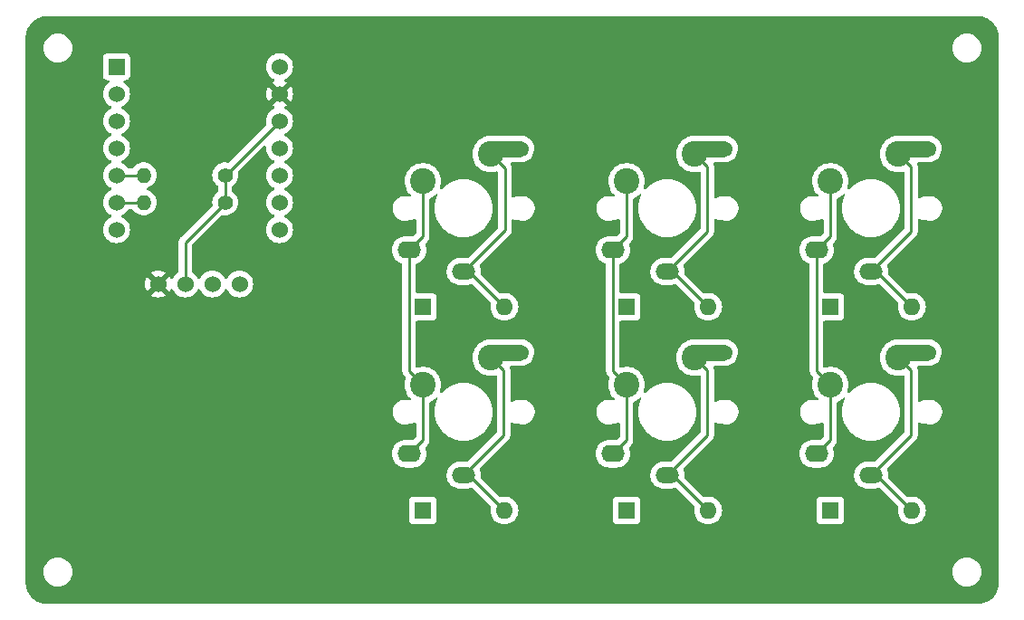
<source format=gbr>
%TF.GenerationSoftware,KiCad,Pcbnew,(7.0.0)*%
%TF.CreationDate,2023-02-28T08:30:01+09:00*%
%TF.ProjectId,sgkey,73676b65-792e-46b6-9963-61645f706362,rev?*%
%TF.SameCoordinates,Original*%
%TF.FileFunction,Copper,L1,Top*%
%TF.FilePolarity,Positive*%
%FSLAX46Y46*%
G04 Gerber Fmt 4.6, Leading zero omitted, Abs format (unit mm)*
G04 Created by KiCad (PCBNEW (7.0.0)) date 2023-02-28 08:30:01*
%MOMM*%
%LPD*%
G01*
G04 APERTURE LIST*
G04 Aperture macros list*
%AMHorizOval*
0 Thick line with rounded ends*
0 $1 width*
0 $2 $3 position (X,Y) of the first rounded end (center of the circle)*
0 $4 $5 position (X,Y) of the second rounded end (center of the circle)*
0 Add line between two ends*
20,1,$1,$2,$3,$4,$5,0*
0 Add two circle primitives to create the rounded ends*
1,1,$1,$2,$3*
1,1,$1,$4,$5*%
G04 Aperture macros list end*
%TA.AperFunction,ComponentPad*%
%ADD10R,1.600000X1.600000*%
%TD*%
%TA.AperFunction,ComponentPad*%
%ADD11O,1.600000X1.600000*%
%TD*%
%TA.AperFunction,ComponentPad*%
%ADD12O,2.200000X1.600000*%
%TD*%
%TA.AperFunction,ComponentPad*%
%ADD13C,2.400000*%
%TD*%
%TA.AperFunction,ComponentPad*%
%ADD14O,2.200000X1.500000*%
%TD*%
%TA.AperFunction,ComponentPad*%
%ADD15HorizOval,1.500000X1.449945X0.012653X-1.449945X-0.012653X0*%
%TD*%
%TA.AperFunction,ComponentPad*%
%ADD16C,1.400000*%
%TD*%
%TA.AperFunction,ComponentPad*%
%ADD17O,1.400000X1.400000*%
%TD*%
%TA.AperFunction,ComponentPad*%
%ADD18R,1.530000X1.530000*%
%TD*%
%TA.AperFunction,ComponentPad*%
%ADD19C,1.530000*%
%TD*%
%TA.AperFunction,ComponentPad*%
%ADD20C,1.524000*%
%TD*%
%TA.AperFunction,ViaPad*%
%ADD21C,0.800000*%
%TD*%
%TA.AperFunction,Conductor*%
%ADD22C,0.250000*%
%TD*%
G04 APERTURE END LIST*
D10*
%TO.P,D4,1,K*%
%TO.N,ROW2*%
X139139999Y-120257499D03*
D11*
%TO.P,D4,2,A*%
%TO.N,Net-(D4-A)*%
X146759999Y-120257499D03*
%TD*%
D10*
%TO.P,D5,1,K*%
%TO.N,ROW2*%
X158189999Y-120257499D03*
D11*
%TO.P,D5,2,A*%
%TO.N,Net-(D5-A)*%
X165809999Y-120257499D03*
%TD*%
D12*
%TO.P,SW5,1,1*%
%TO.N,COL2*%
X156899999Y-114949999D03*
D13*
X158190000Y-108510000D03*
D14*
%TO.P,SW5,2,2*%
%TO.N,Net-(D5-A)*%
X161999999Y-116949999D03*
D13*
X164540000Y-105970000D03*
D15*
X165900041Y-105509598D03*
%TD*%
D16*
%TO.P,R1,1*%
%TO.N,VCC*%
X120650000Y-91440000D03*
D17*
%TO.P,R1,2*%
%TO.N,SCL*%
X113029999Y-91439999D03*
%TD*%
D12*
%TO.P,SW2,1,1*%
%TO.N,COL2*%
X156899999Y-95899999D03*
D13*
X158190000Y-89460000D03*
D14*
%TO.P,SW2,2,2*%
%TO.N,Net-(D2-A)*%
X161999999Y-97899999D03*
D13*
X164540000Y-86920000D03*
D15*
X165900041Y-86459598D03*
%TD*%
D18*
%TO.P,U1,1,PA02_A0_D0*%
%TO.N,unconnected-(U1-PA02_A0_D0-Pad1)*%
X110489999Y-78739999D03*
D19*
%TO.P,U1,2,PA4_A1_D1*%
%TO.N,ROW1*%
X110490000Y-81280000D03*
%TO.P,U1,3,PA10_A2_D2*%
%TO.N,ROW2*%
X110490000Y-83820000D03*
%TO.P,U1,4,PA11_A3_D3*%
%TO.N,unconnected-(U1-PA11_A3_D3-Pad4)*%
X110490000Y-86360000D03*
%TO.P,U1,5,PA8_A4_D4_SDA*%
%TO.N,SDA*%
X110490000Y-88900000D03*
%TO.P,U1,6,PA9_A5_D5_SCL*%
%TO.N,SCL*%
X110490000Y-91440000D03*
%TO.P,U1,7,PB08_A6_D6_TX*%
%TO.N,unconnected-(U1-PB08_A6_D6_TX-Pad7)*%
X110490000Y-93980000D03*
%TO.P,U1,8,PB09_A7_D7_RX*%
%TO.N,unconnected-(U1-PB09_A7_D7_RX-Pad8)*%
X125730000Y-93980000D03*
%TO.P,U1,9,PA7_A8_D8_SCK*%
%TO.N,COL1*%
X125730000Y-91440000D03*
%TO.P,U1,10,PA5_A9_D9_MISO*%
%TO.N,COL2*%
X125730000Y-88900000D03*
%TO.P,U1,11,PA6_A10_D10_MOSI*%
%TO.N,COL3*%
X125730000Y-86360000D03*
%TO.P,U1,12,3V3*%
%TO.N,VCC*%
X125730000Y-83820000D03*
%TO.P,U1,13,GND*%
%TO.N,GND*%
X125730000Y-81280000D03*
%TO.P,U1,14,5V*%
%TO.N,unconnected-(U1-5V-Pad14)*%
X125730000Y-78740000D03*
%TD*%
D12*
%TO.P,SW3,1,1*%
%TO.N,COL3*%
X175949999Y-95899999D03*
D13*
X177240000Y-89460000D03*
D14*
%TO.P,SW3,2,2*%
%TO.N,Net-(D3-A)*%
X181049999Y-97899999D03*
D13*
X183590000Y-86920000D03*
D15*
X184950041Y-86459598D03*
%TD*%
D10*
%TO.P,D1,1,K*%
%TO.N,ROW1*%
X139139999Y-101207499D03*
D11*
%TO.P,D1,2,A*%
%TO.N,Net-(D1-A)*%
X146759999Y-101207499D03*
%TD*%
D20*
%TO.P,U2,1,GND*%
%TO.N,GND*%
X114380000Y-99060000D03*
%TO.P,U2,2,VCC*%
%TO.N,VCC*%
X116920000Y-99060000D03*
%TO.P,U2,3,SCL*%
%TO.N,SCL*%
X119460000Y-99060000D03*
%TO.P,U2,4,SDA*%
%TO.N,SDA*%
X122000000Y-99060000D03*
%TD*%
D10*
%TO.P,D3,1,K*%
%TO.N,ROW1*%
X177239999Y-101207499D03*
D11*
%TO.P,D3,2,A*%
%TO.N,Net-(D3-A)*%
X184859999Y-101207499D03*
%TD*%
D12*
%TO.P,SW6,1,1*%
%TO.N,COL3*%
X175949999Y-114949999D03*
D13*
X177240000Y-108510000D03*
D14*
%TO.P,SW6,2,2*%
%TO.N,Net-(D6-A)*%
X181049999Y-116949999D03*
D13*
X183590000Y-105970000D03*
D15*
X184950041Y-105509598D03*
%TD*%
D12*
%TO.P,SW4,1,1*%
%TO.N,COL1*%
X137849999Y-114949999D03*
D13*
X139140000Y-108510000D03*
D14*
%TO.P,SW4,2,2*%
%TO.N,Net-(D4-A)*%
X142949999Y-116949999D03*
D13*
X145490000Y-105970000D03*
D15*
X146850041Y-105509598D03*
%TD*%
D10*
%TO.P,D2,1,K*%
%TO.N,ROW1*%
X158189999Y-101207499D03*
D11*
%TO.P,D2,2,A*%
%TO.N,Net-(D2-A)*%
X165809999Y-101207499D03*
%TD*%
D12*
%TO.P,SW1,1,1*%
%TO.N,COL1*%
X137849999Y-95899999D03*
D13*
X139140000Y-89460000D03*
D14*
%TO.P,SW1,2,2*%
%TO.N,Net-(D1-A)*%
X142949999Y-97899999D03*
D13*
X145490000Y-86920000D03*
D15*
X146850041Y-86459598D03*
%TD*%
D16*
%TO.P,R2,1*%
%TO.N,VCC*%
X120650000Y-88900000D03*
D17*
%TO.P,R2,2*%
%TO.N,SDA*%
X113029999Y-88899999D03*
%TD*%
D10*
%TO.P,D6,1,K*%
%TO.N,ROW2*%
X177239999Y-120257499D03*
D11*
%TO.P,D6,2,A*%
%TO.N,Net-(D6-A)*%
X184859999Y-120257499D03*
%TD*%
D21*
%TO.N,GND*%
X174000000Y-104000000D03*
X155000000Y-85000000D03*
X134000000Y-90000000D03*
X174000000Y-85000000D03*
X155000000Y-104000000D03*
%TD*%
D22*
%TO.N,Net-(D1-A)*%
X146760000Y-101207500D02*
X143452500Y-97900000D01*
X142950000Y-97900000D02*
X146805000Y-94045000D01*
X146805000Y-94045000D02*
X146805000Y-88235000D01*
X143452500Y-97900000D02*
X142950000Y-97900000D01*
X146805000Y-88235000D02*
X145490000Y-86920000D01*
%TO.N,Net-(D2-A)*%
X164540000Y-86920000D02*
X165740000Y-88120000D01*
X165740000Y-88120000D02*
X165740000Y-94160000D01*
X162000000Y-97900000D02*
X162502500Y-97900000D01*
X162502500Y-97900000D02*
X165810000Y-101207500D01*
X165740000Y-94160000D02*
X162000000Y-97900000D01*
%TO.N,Net-(D3-A)*%
X181552500Y-97900000D02*
X184860000Y-101207500D01*
X184790000Y-88120000D02*
X183590000Y-86920000D01*
X181050000Y-97900000D02*
X184790000Y-94160000D01*
X181050000Y-97900000D02*
X181552500Y-97900000D01*
X184790000Y-94160000D02*
X184790000Y-88120000D01*
%TO.N,COL1*%
X139140000Y-108510000D02*
X137850000Y-107220000D01*
X137850000Y-114950000D02*
X139140000Y-113660000D01*
X137850000Y-95900000D02*
X139140000Y-94610000D01*
X139140000Y-113660000D02*
X139140000Y-108510000D01*
X137850000Y-107220000D02*
X137850000Y-95900000D01*
X139140000Y-94610000D02*
X139140000Y-89460000D01*
%TO.N,Net-(D4-A)*%
X146690000Y-113210000D02*
X142950000Y-116950000D01*
X142950000Y-116950000D02*
X143452500Y-116950000D01*
X145490000Y-105970000D02*
X146690000Y-107170000D01*
X143452500Y-116950000D02*
X146760000Y-120257500D01*
X146690000Y-107170000D02*
X146690000Y-113210000D01*
%TO.N,Net-(D5-A)*%
X162000000Y-116950000D02*
X165740000Y-113210000D01*
X165740000Y-113210000D02*
X165740000Y-107170000D01*
X162502500Y-116950000D02*
X162000000Y-116950000D01*
X165810000Y-120257500D02*
X162502500Y-116950000D01*
X165740000Y-107170000D02*
X164540000Y-105970000D01*
%TO.N,Net-(D6-A)*%
X183590000Y-105970000D02*
X184790000Y-107170000D01*
X184790000Y-113210000D02*
X181050000Y-116950000D01*
X181552500Y-116950000D02*
X184860000Y-120257500D01*
X181050000Y-116950000D02*
X181552500Y-116950000D01*
X184790000Y-107170000D02*
X184790000Y-113210000D01*
%TO.N,SDA*%
X110490000Y-88900000D02*
X113030000Y-88900000D01*
%TO.N,SCL*%
X113030000Y-91440000D02*
X110490000Y-91440000D01*
%TO.N,VCC*%
X120650000Y-91440000D02*
X116920000Y-95170000D01*
X125730000Y-83820000D02*
X120650000Y-88900000D01*
X116920000Y-95170000D02*
X116920000Y-99060000D01*
X120650000Y-88900000D02*
X120650000Y-91440000D01*
%TO.N,COL2*%
X158190000Y-108510000D02*
X158190000Y-113660000D01*
X156900000Y-107220000D02*
X156900000Y-95900000D01*
X158190000Y-113660000D02*
X156900000Y-114950000D01*
X158190000Y-94610000D02*
X156900000Y-95900000D01*
X158190000Y-89460000D02*
X158190000Y-94610000D01*
X158190000Y-108510000D02*
X156900000Y-107220000D01*
%TO.N,COL3*%
X175950000Y-107220000D02*
X175950000Y-95900000D01*
X177240000Y-113660000D02*
X175950000Y-114950000D01*
X177240000Y-108510000D02*
X175950000Y-107220000D01*
X177240000Y-89460000D02*
X177240000Y-94610000D01*
X177240000Y-108510000D02*
X177240000Y-113660000D01*
X177240000Y-94610000D02*
X175950000Y-95900000D01*
%TD*%
%TA.AperFunction,Conductor*%
%TO.N,GND*%
G36*
X191004042Y-74000764D02*
G01*
X191083586Y-74005978D01*
X191083767Y-74005991D01*
X191261587Y-74018709D01*
X191276904Y-74020772D01*
X191388378Y-74042945D01*
X191390437Y-74043374D01*
X191530240Y-74073786D01*
X191543703Y-74077522D01*
X191657725Y-74116228D01*
X191661074Y-74117420D01*
X191788808Y-74165062D01*
X191800300Y-74170024D01*
X191910687Y-74224461D01*
X191915187Y-74226798D01*
X192032478Y-74290844D01*
X192041942Y-74296574D01*
X192145269Y-74365615D01*
X192150688Y-74369450D01*
X192256727Y-74448830D01*
X192264145Y-74454844D01*
X192357976Y-74537131D01*
X192363898Y-74542678D01*
X192457320Y-74636100D01*
X192462867Y-74642022D01*
X192545150Y-74735848D01*
X192551173Y-74743278D01*
X192588691Y-74793396D01*
X192630548Y-74849310D01*
X192634383Y-74854729D01*
X192703424Y-74958056D01*
X192709154Y-74967520D01*
X192773183Y-75084779D01*
X192775564Y-75089363D01*
X192829969Y-75199687D01*
X192834938Y-75211196D01*
X192882556Y-75338863D01*
X192883793Y-75342338D01*
X192922470Y-75456276D01*
X192926217Y-75469777D01*
X192956613Y-75609508D01*
X192957064Y-75611675D01*
X192979224Y-75723080D01*
X192981291Y-75738425D01*
X192993995Y-75916046D01*
X192994045Y-75916781D01*
X192999234Y-75995942D01*
X192999500Y-76004053D01*
X192999500Y-126995947D01*
X192999234Y-127004058D01*
X192994045Y-127083217D01*
X192993995Y-127083952D01*
X192981291Y-127261573D01*
X192979224Y-127276918D01*
X192957064Y-127388323D01*
X192956613Y-127390490D01*
X192926217Y-127530221D01*
X192922470Y-127543722D01*
X192883793Y-127657660D01*
X192882556Y-127661135D01*
X192834938Y-127788802D01*
X192829969Y-127800311D01*
X192775564Y-127910635D01*
X192773183Y-127915219D01*
X192709154Y-128032478D01*
X192703424Y-128041942D01*
X192634383Y-128145269D01*
X192630548Y-128150688D01*
X192551181Y-128256711D01*
X192545142Y-128264160D01*
X192462867Y-128357976D01*
X192457320Y-128363898D01*
X192363898Y-128457320D01*
X192357976Y-128462867D01*
X192264160Y-128545142D01*
X192256711Y-128551181D01*
X192150688Y-128630548D01*
X192145269Y-128634383D01*
X192041942Y-128703424D01*
X192032478Y-128709154D01*
X191915219Y-128773183D01*
X191910635Y-128775564D01*
X191800311Y-128829969D01*
X191788802Y-128834938D01*
X191661135Y-128882556D01*
X191657660Y-128883793D01*
X191543722Y-128922470D01*
X191530221Y-128926217D01*
X191390490Y-128956613D01*
X191388323Y-128957064D01*
X191276918Y-128979224D01*
X191261573Y-128981291D01*
X191083952Y-128993995D01*
X191083217Y-128994045D01*
X191004058Y-128999234D01*
X190995947Y-128999500D01*
X104004053Y-128999500D01*
X103995942Y-128999234D01*
X103916781Y-128994045D01*
X103916046Y-128993995D01*
X103738425Y-128981291D01*
X103723080Y-128979224D01*
X103611675Y-128957064D01*
X103609508Y-128956613D01*
X103469777Y-128926217D01*
X103456276Y-128922470D01*
X103342338Y-128883793D01*
X103338863Y-128882556D01*
X103211196Y-128834938D01*
X103199687Y-128829969D01*
X103134947Y-128798043D01*
X103089348Y-128775556D01*
X103084779Y-128773183D01*
X102967520Y-128709154D01*
X102958056Y-128703424D01*
X102854729Y-128634383D01*
X102849310Y-128630548D01*
X102793396Y-128588691D01*
X102743278Y-128551173D01*
X102735848Y-128545150D01*
X102642022Y-128462867D01*
X102636100Y-128457320D01*
X102542678Y-128363898D01*
X102537131Y-128357976D01*
X102505450Y-128321851D01*
X102454844Y-128264145D01*
X102448830Y-128256727D01*
X102369450Y-128150688D01*
X102365615Y-128145269D01*
X102296574Y-128041942D01*
X102290844Y-128032478D01*
X102226798Y-127915187D01*
X102224461Y-127910687D01*
X102170024Y-127800300D01*
X102165060Y-127788802D01*
X102117420Y-127661074D01*
X102116228Y-127657725D01*
X102077522Y-127543703D01*
X102073786Y-127530240D01*
X102043374Y-127390437D01*
X102042945Y-127388378D01*
X102020772Y-127276904D01*
X102018709Y-127261587D01*
X102005991Y-127083767D01*
X102005978Y-127083586D01*
X102000764Y-127004042D01*
X102000500Y-126995935D01*
X102000500Y-126000000D01*
X103644341Y-126000000D01*
X103664937Y-126235408D01*
X103666336Y-126240630D01*
X103666337Y-126240634D01*
X103724694Y-126458430D01*
X103724697Y-126458438D01*
X103726097Y-126463663D01*
X103825965Y-126677829D01*
X103961505Y-126871401D01*
X104128599Y-127038495D01*
X104322171Y-127174035D01*
X104536337Y-127273903D01*
X104764592Y-127335063D01*
X104941034Y-127350500D01*
X105056258Y-127350500D01*
X105058966Y-127350500D01*
X105235408Y-127335063D01*
X105463663Y-127273903D01*
X105677829Y-127174035D01*
X105871401Y-127038495D01*
X106038495Y-126871401D01*
X106174035Y-126677830D01*
X106273903Y-126463663D01*
X106335063Y-126235408D01*
X106355659Y-126000000D01*
X188644341Y-126000000D01*
X188664937Y-126235408D01*
X188666336Y-126240630D01*
X188666337Y-126240634D01*
X188724694Y-126458430D01*
X188724697Y-126458438D01*
X188726097Y-126463663D01*
X188825965Y-126677829D01*
X188961505Y-126871401D01*
X189128599Y-127038495D01*
X189322171Y-127174035D01*
X189536337Y-127273903D01*
X189764592Y-127335063D01*
X189941034Y-127350500D01*
X190056258Y-127350500D01*
X190058966Y-127350500D01*
X190235408Y-127335063D01*
X190463663Y-127273903D01*
X190677829Y-127174035D01*
X190871401Y-127038495D01*
X191038495Y-126871401D01*
X191174035Y-126677830D01*
X191273903Y-126463663D01*
X191335063Y-126235408D01*
X191355659Y-126000000D01*
X191335063Y-125764592D01*
X191273903Y-125536337D01*
X191174035Y-125322171D01*
X191038495Y-125128599D01*
X190871401Y-124961505D01*
X190677829Y-124825965D01*
X190463663Y-124726097D01*
X190458438Y-124724697D01*
X190458430Y-124724694D01*
X190240634Y-124666337D01*
X190240630Y-124666336D01*
X190235408Y-124664937D01*
X190230020Y-124664465D01*
X190230017Y-124664465D01*
X190061664Y-124649736D01*
X190061662Y-124649735D01*
X190058966Y-124649500D01*
X189941034Y-124649500D01*
X189938338Y-124649735D01*
X189938335Y-124649736D01*
X189769982Y-124664465D01*
X189769977Y-124664465D01*
X189764592Y-124664937D01*
X189759371Y-124666335D01*
X189759365Y-124666337D01*
X189541569Y-124724694D01*
X189541557Y-124724698D01*
X189536337Y-124726097D01*
X189531432Y-124728383D01*
X189531427Y-124728386D01*
X189327081Y-124823675D01*
X189327077Y-124823677D01*
X189322171Y-124825965D01*
X189317738Y-124829068D01*
X189317731Y-124829073D01*
X189133034Y-124958399D01*
X189133029Y-124958402D01*
X189128599Y-124961505D01*
X189124775Y-124965328D01*
X189124769Y-124965334D01*
X188965336Y-125124767D01*
X188965330Y-125124773D01*
X188961505Y-125128599D01*
X188958406Y-125133023D01*
X188958399Y-125133033D01*
X188829066Y-125317740D01*
X188829061Y-125317747D01*
X188825965Y-125322170D01*
X188823683Y-125327061D01*
X188823678Y-125327072D01*
X188728386Y-125531427D01*
X188728383Y-125531432D01*
X188726097Y-125536337D01*
X188724698Y-125541557D01*
X188724694Y-125541569D01*
X188666337Y-125759365D01*
X188666335Y-125759371D01*
X188664937Y-125764592D01*
X188644341Y-126000000D01*
X106355659Y-126000000D01*
X106335063Y-125764592D01*
X106273903Y-125536337D01*
X106174035Y-125322171D01*
X106038495Y-125128599D01*
X105871401Y-124961505D01*
X105677829Y-124825965D01*
X105463663Y-124726097D01*
X105458438Y-124724697D01*
X105458430Y-124724694D01*
X105240634Y-124666337D01*
X105240630Y-124666336D01*
X105235408Y-124664937D01*
X105230020Y-124664465D01*
X105230017Y-124664465D01*
X105061664Y-124649736D01*
X105061662Y-124649735D01*
X105058966Y-124649500D01*
X104941034Y-124649500D01*
X104938338Y-124649735D01*
X104938335Y-124649736D01*
X104769982Y-124664465D01*
X104769977Y-124664465D01*
X104764592Y-124664937D01*
X104759371Y-124666335D01*
X104759365Y-124666337D01*
X104541569Y-124724694D01*
X104541557Y-124724698D01*
X104536337Y-124726097D01*
X104531432Y-124728383D01*
X104531427Y-124728386D01*
X104327081Y-124823675D01*
X104327077Y-124823677D01*
X104322171Y-124825965D01*
X104317738Y-124829068D01*
X104317731Y-124829073D01*
X104133034Y-124958399D01*
X104133029Y-124958402D01*
X104128599Y-124961505D01*
X104124775Y-124965328D01*
X104124769Y-124965334D01*
X103965336Y-125124767D01*
X103965330Y-125124773D01*
X103961505Y-125128599D01*
X103958406Y-125133023D01*
X103958399Y-125133033D01*
X103829066Y-125317740D01*
X103829061Y-125317747D01*
X103825965Y-125322170D01*
X103823683Y-125327061D01*
X103823678Y-125327072D01*
X103728386Y-125531427D01*
X103728383Y-125531432D01*
X103726097Y-125536337D01*
X103724698Y-125541557D01*
X103724694Y-125541569D01*
X103666337Y-125759365D01*
X103666335Y-125759371D01*
X103664937Y-125764592D01*
X103644341Y-126000000D01*
X102000500Y-126000000D01*
X102000500Y-121102078D01*
X137839500Y-121102078D01*
X137839501Y-121105372D01*
X137839853Y-121108650D01*
X137839854Y-121108661D01*
X137845079Y-121157268D01*
X137845080Y-121157273D01*
X137845909Y-121164983D01*
X137848619Y-121172249D01*
X137848620Y-121172253D01*
X137879005Y-121253717D01*
X137896204Y-121299831D01*
X137982454Y-121415046D01*
X138097669Y-121501296D01*
X138232517Y-121551591D01*
X138292127Y-121558000D01*
X139987872Y-121557999D01*
X140047483Y-121551591D01*
X140182331Y-121501296D01*
X140297546Y-121415046D01*
X140383796Y-121299831D01*
X140434091Y-121164983D01*
X140440500Y-121105373D01*
X140440499Y-119409628D01*
X140434091Y-119350017D01*
X140383796Y-119215169D01*
X140297546Y-119099954D01*
X140182331Y-119013704D01*
X140111965Y-118987459D01*
X140054752Y-118966120D01*
X140054750Y-118966119D01*
X140047483Y-118963409D01*
X140039770Y-118962579D01*
X140039767Y-118962579D01*
X139991180Y-118957355D01*
X139991169Y-118957354D01*
X139987873Y-118957000D01*
X139984550Y-118957000D01*
X138295439Y-118957000D01*
X138295420Y-118957000D01*
X138292128Y-118957001D01*
X138288850Y-118957353D01*
X138288838Y-118957354D01*
X138240231Y-118962579D01*
X138240225Y-118962580D01*
X138232517Y-118963409D01*
X138225252Y-118966118D01*
X138225246Y-118966120D01*
X138105980Y-119010604D01*
X138105978Y-119010604D01*
X138097669Y-119013704D01*
X138090572Y-119019016D01*
X138090568Y-119019019D01*
X137989550Y-119094641D01*
X137989546Y-119094644D01*
X137982454Y-119099954D01*
X137977144Y-119107046D01*
X137977141Y-119107050D01*
X137901519Y-119208068D01*
X137901516Y-119208072D01*
X137896204Y-119215169D01*
X137893104Y-119223478D01*
X137893104Y-119223480D01*
X137848620Y-119342747D01*
X137848619Y-119342750D01*
X137845909Y-119350017D01*
X137845079Y-119357727D01*
X137845079Y-119357732D01*
X137839855Y-119406319D01*
X137839854Y-119406331D01*
X137839500Y-119409627D01*
X137839500Y-119412948D01*
X137839500Y-119412949D01*
X137839500Y-121102060D01*
X137839500Y-121102078D01*
X102000500Y-121102078D01*
X102000500Y-117006330D01*
X141345710Y-117006330D01*
X141346455Y-117011833D01*
X141346456Y-117011844D01*
X141360909Y-117118537D01*
X141375925Y-117229387D01*
X141377644Y-117234680D01*
X141377646Y-117234685D01*
X141443761Y-117438167D01*
X141443764Y-117438175D01*
X141445483Y-117443464D01*
X141448121Y-117448366D01*
X141549512Y-117636784D01*
X141549516Y-117636790D01*
X141552148Y-117641681D01*
X141692492Y-117817666D01*
X141862004Y-117965765D01*
X142055236Y-118081215D01*
X142265976Y-118160307D01*
X142487453Y-118200500D01*
X143353378Y-118200500D01*
X143356155Y-118200500D01*
X143524188Y-118185377D01*
X143673311Y-118144220D01*
X143737945Y-118143858D01*
X143793981Y-118176071D01*
X145460586Y-119842677D01*
X145492680Y-119898263D01*
X145492680Y-119962450D01*
X145475765Y-120025579D01*
X145475762Y-120025590D01*
X145474365Y-120030808D01*
X145454532Y-120257500D01*
X145474365Y-120484192D01*
X145475762Y-120489407D01*
X145475764Y-120489416D01*
X145531858Y-120698763D01*
X145531861Y-120698771D01*
X145533261Y-120703996D01*
X145629432Y-120910234D01*
X145759953Y-121096639D01*
X145920861Y-121257547D01*
X146107266Y-121388068D01*
X146313504Y-121484239D01*
X146318734Y-121485640D01*
X146318736Y-121485641D01*
X146528083Y-121541735D01*
X146533308Y-121543135D01*
X146760000Y-121562968D01*
X146986692Y-121543135D01*
X147206496Y-121484239D01*
X147412734Y-121388068D01*
X147599139Y-121257547D01*
X147754608Y-121102078D01*
X156889500Y-121102078D01*
X156889501Y-121105372D01*
X156889853Y-121108650D01*
X156889854Y-121108661D01*
X156895079Y-121157268D01*
X156895080Y-121157273D01*
X156895909Y-121164983D01*
X156898619Y-121172249D01*
X156898620Y-121172253D01*
X156929005Y-121253717D01*
X156946204Y-121299831D01*
X157032454Y-121415046D01*
X157147669Y-121501296D01*
X157282517Y-121551591D01*
X157342127Y-121558000D01*
X159037872Y-121557999D01*
X159097483Y-121551591D01*
X159232331Y-121501296D01*
X159347546Y-121415046D01*
X159433796Y-121299831D01*
X159484091Y-121164983D01*
X159490500Y-121105373D01*
X159490499Y-119409628D01*
X159484091Y-119350017D01*
X159433796Y-119215169D01*
X159347546Y-119099954D01*
X159232331Y-119013704D01*
X159161965Y-118987459D01*
X159104752Y-118966120D01*
X159104750Y-118966119D01*
X159097483Y-118963409D01*
X159089770Y-118962579D01*
X159089767Y-118962579D01*
X159041180Y-118957355D01*
X159041169Y-118957354D01*
X159037873Y-118957000D01*
X159034550Y-118957000D01*
X157345439Y-118957000D01*
X157345420Y-118957000D01*
X157342128Y-118957001D01*
X157338850Y-118957353D01*
X157338838Y-118957354D01*
X157290231Y-118962579D01*
X157290225Y-118962580D01*
X157282517Y-118963409D01*
X157275252Y-118966118D01*
X157275246Y-118966120D01*
X157155980Y-119010604D01*
X157155978Y-119010604D01*
X157147669Y-119013704D01*
X157140572Y-119019016D01*
X157140568Y-119019019D01*
X157039550Y-119094641D01*
X157039546Y-119094644D01*
X157032454Y-119099954D01*
X157027144Y-119107046D01*
X157027141Y-119107050D01*
X156951519Y-119208068D01*
X156951516Y-119208072D01*
X156946204Y-119215169D01*
X156943104Y-119223478D01*
X156943104Y-119223480D01*
X156898620Y-119342747D01*
X156898619Y-119342750D01*
X156895909Y-119350017D01*
X156895079Y-119357727D01*
X156895079Y-119357732D01*
X156889855Y-119406319D01*
X156889854Y-119406331D01*
X156889500Y-119409627D01*
X156889500Y-119412948D01*
X156889500Y-119412949D01*
X156889500Y-121102060D01*
X156889500Y-121102078D01*
X147754608Y-121102078D01*
X147760047Y-121096639D01*
X147890568Y-120910234D01*
X147986739Y-120703996D01*
X148045635Y-120484192D01*
X148065468Y-120257500D01*
X148045635Y-120030808D01*
X147986739Y-119811004D01*
X147890568Y-119604766D01*
X147760047Y-119418361D01*
X147599139Y-119257453D01*
X147412734Y-119126932D01*
X147206496Y-119030761D01*
X147201271Y-119029361D01*
X147201263Y-119029358D01*
X146991916Y-118973264D01*
X146991907Y-118973262D01*
X146986692Y-118971865D01*
X146981304Y-118971393D01*
X146981301Y-118971393D01*
X146765395Y-118952504D01*
X146760000Y-118952032D01*
X146754605Y-118952504D01*
X146538698Y-118971393D01*
X146538693Y-118971393D01*
X146533308Y-118971865D01*
X146528090Y-118973262D01*
X146528079Y-118973265D01*
X146464950Y-118990180D01*
X146400763Y-118990180D01*
X146345177Y-118958086D01*
X144581179Y-117194088D01*
X144553263Y-117151277D01*
X144544985Y-117100846D01*
X144549230Y-117006330D01*
X160395710Y-117006330D01*
X160396455Y-117011833D01*
X160396456Y-117011844D01*
X160410909Y-117118537D01*
X160425925Y-117229387D01*
X160427644Y-117234680D01*
X160427646Y-117234685D01*
X160493761Y-117438167D01*
X160493764Y-117438175D01*
X160495483Y-117443464D01*
X160498121Y-117448366D01*
X160599512Y-117636784D01*
X160599516Y-117636790D01*
X160602148Y-117641681D01*
X160742492Y-117817666D01*
X160912004Y-117965765D01*
X161105236Y-118081215D01*
X161315976Y-118160307D01*
X161537453Y-118200500D01*
X162403378Y-118200500D01*
X162406155Y-118200500D01*
X162574188Y-118185377D01*
X162723311Y-118144220D01*
X162787945Y-118143858D01*
X162843981Y-118176071D01*
X164510586Y-119842677D01*
X164542680Y-119898263D01*
X164542680Y-119962450D01*
X164525765Y-120025579D01*
X164525762Y-120025590D01*
X164524365Y-120030808D01*
X164504532Y-120257500D01*
X164524365Y-120484192D01*
X164525762Y-120489407D01*
X164525764Y-120489416D01*
X164581858Y-120698763D01*
X164581861Y-120698771D01*
X164583261Y-120703996D01*
X164679432Y-120910234D01*
X164809953Y-121096639D01*
X164970861Y-121257547D01*
X165157266Y-121388068D01*
X165363504Y-121484239D01*
X165368734Y-121485640D01*
X165368736Y-121485641D01*
X165578083Y-121541735D01*
X165583308Y-121543135D01*
X165810000Y-121562968D01*
X166036692Y-121543135D01*
X166256496Y-121484239D01*
X166462734Y-121388068D01*
X166649139Y-121257547D01*
X166804608Y-121102078D01*
X175939500Y-121102078D01*
X175939501Y-121105372D01*
X175939853Y-121108650D01*
X175939854Y-121108661D01*
X175945079Y-121157268D01*
X175945080Y-121157273D01*
X175945909Y-121164983D01*
X175948619Y-121172249D01*
X175948620Y-121172253D01*
X175979005Y-121253717D01*
X175996204Y-121299831D01*
X176082454Y-121415046D01*
X176197669Y-121501296D01*
X176332517Y-121551591D01*
X176392127Y-121558000D01*
X178087872Y-121557999D01*
X178147483Y-121551591D01*
X178282331Y-121501296D01*
X178397546Y-121415046D01*
X178483796Y-121299831D01*
X178534091Y-121164983D01*
X178540500Y-121105373D01*
X178540499Y-119409628D01*
X178534091Y-119350017D01*
X178483796Y-119215169D01*
X178397546Y-119099954D01*
X178282331Y-119013704D01*
X178211965Y-118987459D01*
X178154752Y-118966120D01*
X178154750Y-118966119D01*
X178147483Y-118963409D01*
X178139770Y-118962579D01*
X178139767Y-118962579D01*
X178091180Y-118957355D01*
X178091169Y-118957354D01*
X178087873Y-118957000D01*
X178084550Y-118957000D01*
X176395439Y-118957000D01*
X176395420Y-118957000D01*
X176392128Y-118957001D01*
X176388850Y-118957353D01*
X176388838Y-118957354D01*
X176340231Y-118962579D01*
X176340225Y-118962580D01*
X176332517Y-118963409D01*
X176325252Y-118966118D01*
X176325246Y-118966120D01*
X176205980Y-119010604D01*
X176205978Y-119010604D01*
X176197669Y-119013704D01*
X176190572Y-119019016D01*
X176190568Y-119019019D01*
X176089550Y-119094641D01*
X176089546Y-119094644D01*
X176082454Y-119099954D01*
X176077144Y-119107046D01*
X176077141Y-119107050D01*
X176001519Y-119208068D01*
X176001516Y-119208072D01*
X175996204Y-119215169D01*
X175993104Y-119223478D01*
X175993104Y-119223480D01*
X175948620Y-119342747D01*
X175948619Y-119342750D01*
X175945909Y-119350017D01*
X175945079Y-119357727D01*
X175945079Y-119357732D01*
X175939855Y-119406319D01*
X175939854Y-119406331D01*
X175939500Y-119409627D01*
X175939500Y-119412948D01*
X175939500Y-119412949D01*
X175939500Y-121102060D01*
X175939500Y-121102078D01*
X166804608Y-121102078D01*
X166810047Y-121096639D01*
X166940568Y-120910234D01*
X167036739Y-120703996D01*
X167095635Y-120484192D01*
X167115468Y-120257500D01*
X167095635Y-120030808D01*
X167036739Y-119811004D01*
X166940568Y-119604766D01*
X166810047Y-119418361D01*
X166649139Y-119257453D01*
X166462734Y-119126932D01*
X166256496Y-119030761D01*
X166251271Y-119029361D01*
X166251263Y-119029358D01*
X166041916Y-118973264D01*
X166041907Y-118973262D01*
X166036692Y-118971865D01*
X166031304Y-118971393D01*
X166031301Y-118971393D01*
X165815395Y-118952504D01*
X165810000Y-118952032D01*
X165804605Y-118952504D01*
X165588698Y-118971393D01*
X165588693Y-118971393D01*
X165583308Y-118971865D01*
X165578090Y-118973262D01*
X165578079Y-118973265D01*
X165514950Y-118990180D01*
X165450763Y-118990180D01*
X165395177Y-118958086D01*
X163631179Y-117194088D01*
X163603263Y-117151277D01*
X163594985Y-117100846D01*
X163599230Y-117006330D01*
X179445710Y-117006330D01*
X179446455Y-117011833D01*
X179446456Y-117011844D01*
X179460909Y-117118537D01*
X179475925Y-117229387D01*
X179477644Y-117234680D01*
X179477646Y-117234685D01*
X179543761Y-117438167D01*
X179543764Y-117438175D01*
X179545483Y-117443464D01*
X179548121Y-117448366D01*
X179649512Y-117636784D01*
X179649516Y-117636790D01*
X179652148Y-117641681D01*
X179792492Y-117817666D01*
X179962004Y-117965765D01*
X180155236Y-118081215D01*
X180365976Y-118160307D01*
X180587453Y-118200500D01*
X181453378Y-118200500D01*
X181456155Y-118200500D01*
X181624188Y-118185377D01*
X181773311Y-118144220D01*
X181837945Y-118143858D01*
X181893981Y-118176071D01*
X183560586Y-119842677D01*
X183592680Y-119898263D01*
X183592680Y-119962450D01*
X183575765Y-120025579D01*
X183575762Y-120025590D01*
X183574365Y-120030808D01*
X183554532Y-120257500D01*
X183574365Y-120484192D01*
X183575762Y-120489407D01*
X183575764Y-120489416D01*
X183631858Y-120698763D01*
X183631861Y-120698771D01*
X183633261Y-120703996D01*
X183729432Y-120910234D01*
X183859953Y-121096639D01*
X184020861Y-121257547D01*
X184207266Y-121388068D01*
X184413504Y-121484239D01*
X184418734Y-121485640D01*
X184418736Y-121485641D01*
X184628083Y-121541735D01*
X184633308Y-121543135D01*
X184860000Y-121562968D01*
X185086692Y-121543135D01*
X185306496Y-121484239D01*
X185512734Y-121388068D01*
X185699139Y-121257547D01*
X185860047Y-121096639D01*
X185990568Y-120910234D01*
X186086739Y-120703996D01*
X186145635Y-120484192D01*
X186165468Y-120257500D01*
X186145635Y-120030808D01*
X186086739Y-119811004D01*
X185990568Y-119604766D01*
X185860047Y-119418361D01*
X185699139Y-119257453D01*
X185512734Y-119126932D01*
X185306496Y-119030761D01*
X185301271Y-119029361D01*
X185301263Y-119029358D01*
X185091916Y-118973264D01*
X185091907Y-118973262D01*
X185086692Y-118971865D01*
X185081304Y-118971393D01*
X185081301Y-118971393D01*
X184865395Y-118952504D01*
X184860000Y-118952032D01*
X184854605Y-118952504D01*
X184638698Y-118971393D01*
X184638693Y-118971393D01*
X184633308Y-118971865D01*
X184628090Y-118973262D01*
X184628079Y-118973265D01*
X184564950Y-118990180D01*
X184500763Y-118990180D01*
X184445177Y-118958086D01*
X182681179Y-117194088D01*
X182653263Y-117151277D01*
X182644985Y-117100846D01*
X182654290Y-116893670D01*
X182624075Y-116670613D01*
X182554517Y-116456536D01*
X182551876Y-116451629D01*
X182549690Y-116446513D01*
X182551193Y-116445870D01*
X182539453Y-116405110D01*
X182547081Y-116353203D01*
X182575490Y-116309098D01*
X185177306Y-113707282D01*
X185185482Y-113699843D01*
X185191877Y-113695786D01*
X185237933Y-113646740D01*
X185240550Y-113644038D01*
X185260120Y-113624470D01*
X185262565Y-113621316D01*
X185270155Y-113612428D01*
X185300062Y-113580582D01*
X185309709Y-113563032D01*
X185320393Y-113546766D01*
X185332674Y-113530936D01*
X185350018Y-113490851D01*
X185355160Y-113480356D01*
X185376197Y-113442092D01*
X185381179Y-113422689D01*
X185387480Y-113404283D01*
X185395438Y-113385895D01*
X185402269Y-113342756D01*
X185404639Y-113331315D01*
X185413560Y-113296574D01*
X185413559Y-113296574D01*
X185415500Y-113289019D01*
X185415500Y-113268983D01*
X185417025Y-113249597D01*
X185420160Y-113229804D01*
X185416050Y-113186324D01*
X185415500Y-113174655D01*
X185415500Y-112126075D01*
X185432858Y-112062802D01*
X185480073Y-112017243D01*
X185543925Y-112002154D01*
X185606538Y-112021759D01*
X185616775Y-112028337D01*
X185623428Y-112032613D01*
X185628911Y-112034808D01*
X185628913Y-112034809D01*
X185813060Y-112108530D01*
X185818543Y-112110725D01*
X186024915Y-112150500D01*
X186179478Y-112150500D01*
X186182425Y-112150500D01*
X186185362Y-112150219D01*
X186188309Y-112150079D01*
X186188357Y-112151088D01*
X186228364Y-112154649D01*
X186337690Y-112185756D01*
X186496806Y-112200500D01*
X186600322Y-112200500D01*
X186603194Y-112200500D01*
X186762310Y-112185756D01*
X186967389Y-112127405D01*
X187158255Y-112032366D01*
X187328407Y-111903872D01*
X187472052Y-111746302D01*
X187584298Y-111565019D01*
X187661321Y-111366198D01*
X187700500Y-111156610D01*
X187700500Y-110943390D01*
X187661321Y-110733802D01*
X187584298Y-110534981D01*
X187472052Y-110353698D01*
X187328407Y-110196128D01*
X187158255Y-110067634D01*
X187147705Y-110062381D01*
X187000887Y-109989275D01*
X186967389Y-109972595D01*
X186961876Y-109971026D01*
X186961870Y-109971024D01*
X186767831Y-109915814D01*
X186767821Y-109915812D01*
X186762310Y-109914244D01*
X186756597Y-109913714D01*
X186756594Y-109913714D01*
X186606054Y-109899765D01*
X186606053Y-109899764D01*
X186603194Y-109899500D01*
X186496806Y-109899500D01*
X186493947Y-109899764D01*
X186493945Y-109899765D01*
X186343405Y-109913714D01*
X186343400Y-109913714D01*
X186337690Y-109914244D01*
X186332179Y-109915811D01*
X186332168Y-109915814D01*
X186230418Y-109944766D01*
X186196483Y-109949500D01*
X186077575Y-109949500D01*
X186074646Y-109949779D01*
X186074639Y-109949780D01*
X185926662Y-109963910D01*
X185926656Y-109963911D01*
X185920782Y-109964472D01*
X185915112Y-109966136D01*
X185915111Y-109966137D01*
X185724787Y-110022021D01*
X185724782Y-110022022D01*
X185719125Y-110023684D01*
X185713884Y-110026385D01*
X185713881Y-110026387D01*
X185596320Y-110086994D01*
X185535074Y-110100699D01*
X185474962Y-110082659D01*
X185431383Y-110037496D01*
X185415500Y-109976778D01*
X185415500Y-107247771D01*
X185416020Y-107236718D01*
X185417672Y-107229332D01*
X185415561Y-107162144D01*
X185415500Y-107158250D01*
X185415500Y-107134545D01*
X185415500Y-107130650D01*
X185414998Y-107126681D01*
X185414080Y-107115024D01*
X185412954Y-107079173D01*
X185412709Y-107071373D01*
X185407120Y-107052140D01*
X185403174Y-107033083D01*
X185401641Y-107020944D01*
X185400664Y-107013208D01*
X185384582Y-106972591D01*
X185380803Y-106961551D01*
X185368618Y-106919608D01*
X185369944Y-106919222D01*
X185361738Y-106869054D01*
X185381361Y-106811856D01*
X185425702Y-106770740D01*
X185484216Y-106755484D01*
X186467052Y-106746908D01*
X186634946Y-106730320D01*
X186851397Y-106668545D01*
X187053340Y-106569115D01*
X187234284Y-106435223D01*
X187388412Y-106271175D01*
X187510771Y-106082243D01*
X187597430Y-105874499D01*
X187645601Y-105654620D01*
X187653737Y-105429673D01*
X187621577Y-105206888D01*
X187550154Y-104993426D01*
X187441763Y-104796148D01*
X187299889Y-104621394D01*
X187129091Y-104474780D01*
X187124285Y-104471965D01*
X186939664Y-104363834D01*
X186939661Y-104363832D01*
X186934859Y-104361020D01*
X186929630Y-104359109D01*
X186929627Y-104359108D01*
X186728669Y-104285682D01*
X186728668Y-104285681D01*
X186723436Y-104283770D01*
X186658464Y-104272564D01*
X186507099Y-104246457D01*
X186507093Y-104246456D01*
X186501617Y-104245512D01*
X186496056Y-104245560D01*
X186496050Y-104245560D01*
X183722146Y-104269766D01*
X183718379Y-104269642D01*
X183717435Y-104269500D01*
X183462565Y-104269500D01*
X183457978Y-104270191D01*
X183457966Y-104270192D01*
X183453360Y-104270886D01*
X183438584Y-104272059D01*
X183438588Y-104272117D01*
X183436365Y-104272236D01*
X183436030Y-104272263D01*
X183435835Y-104272264D01*
X183435805Y-104272265D01*
X183433032Y-104272290D01*
X183430265Y-104272563D01*
X183430253Y-104272564D01*
X183270682Y-104288330D01*
X183270680Y-104288330D01*
X183265137Y-104288878D01*
X183259789Y-104290404D01*
X183259780Y-104290406D01*
X183054038Y-104349125D01*
X183054032Y-104349127D01*
X183048686Y-104350653D01*
X183043691Y-104353112D01*
X183043684Y-104353115D01*
X183020747Y-104364407D01*
X183002533Y-104371648D01*
X182971427Y-104381244D01*
X182971424Y-104381244D01*
X182966996Y-104382611D01*
X182962827Y-104384618D01*
X182962816Y-104384623D01*
X182741551Y-104491179D01*
X182741544Y-104491182D01*
X182737366Y-104493195D01*
X182733533Y-104495808D01*
X182733530Y-104495810D01*
X182542996Y-104625714D01*
X182526783Y-104636768D01*
X182523391Y-104639914D01*
X182523385Y-104639920D01*
X182349754Y-104801026D01*
X182339950Y-104810123D01*
X182337060Y-104813745D01*
X182337057Y-104813750D01*
X182197662Y-104988546D01*
X182181041Y-105009388D01*
X182178722Y-105013403D01*
X182178721Y-105013406D01*
X182055928Y-105226091D01*
X182055925Y-105226096D01*
X182053607Y-105230112D01*
X182051913Y-105234426D01*
X182051911Y-105234432D01*
X181975284Y-105429673D01*
X181960492Y-105467363D01*
X181959459Y-105471884D01*
X181959458Y-105471891D01*
X181904809Y-105711323D01*
X181904807Y-105711331D01*
X181903778Y-105715843D01*
X181903431Y-105720462D01*
X181903431Y-105720468D01*
X181891889Y-105874499D01*
X181884732Y-105970000D01*
X181903778Y-106224157D01*
X181904808Y-106228670D01*
X181904809Y-106228676D01*
X181951026Y-106431165D01*
X181960492Y-106472637D01*
X182053607Y-106709888D01*
X182181041Y-106930612D01*
X182339950Y-107129877D01*
X182526783Y-107303232D01*
X182737366Y-107446805D01*
X182966996Y-107557389D01*
X182971424Y-107558754D01*
X182971427Y-107558756D01*
X183071576Y-107589647D01*
X183210542Y-107632513D01*
X183462565Y-107670500D01*
X183712800Y-107670500D01*
X183717435Y-107670500D01*
X183969458Y-107632513D01*
X184003953Y-107621872D01*
X184061270Y-107618116D01*
X184114133Y-107640594D01*
X184151194Y-107684483D01*
X184164500Y-107740364D01*
X184164500Y-112899548D01*
X184155061Y-112947001D01*
X184128181Y-112987229D01*
X181452228Y-115663181D01*
X181412000Y-115690061D01*
X181364547Y-115699500D01*
X180643845Y-115699500D01*
X180641097Y-115699747D01*
X180641081Y-115699748D01*
X180481360Y-115714123D01*
X180481352Y-115714124D01*
X180475812Y-115714623D01*
X180470448Y-115716103D01*
X180470439Y-115716105D01*
X180264201Y-115773024D01*
X180264194Y-115773026D01*
X180258830Y-115774507D01*
X180253812Y-115776923D01*
X180253808Y-115776925D01*
X180061048Y-115869752D01*
X180061039Y-115869757D01*
X180056027Y-115872171D01*
X180051525Y-115875441D01*
X180051518Y-115875446D01*
X179878429Y-116001203D01*
X179878425Y-116001205D01*
X179873922Y-116004478D01*
X179870083Y-116008492D01*
X179870074Y-116008501D01*
X179722218Y-116163147D01*
X179722212Y-116163154D01*
X179718368Y-116167175D01*
X179715299Y-116171823D01*
X179715296Y-116171828D01*
X179597435Y-116350380D01*
X179597431Y-116350386D01*
X179594365Y-116355032D01*
X179592178Y-116360148D01*
X179592173Y-116360158D01*
X179508088Y-116556884D01*
X179508085Y-116556892D01*
X179505897Y-116562012D01*
X179504657Y-116567441D01*
X179504656Y-116567447D01*
X179479850Y-116676132D01*
X179455809Y-116781463D01*
X179455559Y-116787019D01*
X179455558Y-116787030D01*
X179450520Y-116899230D01*
X179445710Y-117006330D01*
X163599230Y-117006330D01*
X163604290Y-116893670D01*
X163574075Y-116670613D01*
X163504517Y-116456536D01*
X163501876Y-116451629D01*
X163499690Y-116446513D01*
X163501193Y-116445870D01*
X163489453Y-116405110D01*
X163497081Y-116353203D01*
X163525490Y-116309098D01*
X164884588Y-114950000D01*
X174344532Y-114950000D01*
X174364365Y-115176692D01*
X174365762Y-115181907D01*
X174365764Y-115181916D01*
X174421858Y-115391263D01*
X174421861Y-115391271D01*
X174423261Y-115396496D01*
X174519432Y-115602734D01*
X174522539Y-115607171D01*
X174522540Y-115607173D01*
X174606600Y-115727224D01*
X174649953Y-115789139D01*
X174810861Y-115950047D01*
X174997266Y-116080568D01*
X175203504Y-116176739D01*
X175423308Y-116235635D01*
X175593216Y-116250500D01*
X176304075Y-116250500D01*
X176306784Y-116250500D01*
X176476692Y-116235635D01*
X176696496Y-116176739D01*
X176902734Y-116080568D01*
X177089139Y-115950047D01*
X177250047Y-115789139D01*
X177380568Y-115602734D01*
X177476739Y-115396496D01*
X177535635Y-115176692D01*
X177555468Y-114950000D01*
X177535635Y-114723308D01*
X177476739Y-114503504D01*
X177451211Y-114448761D01*
X177439646Y-114399964D01*
X177448355Y-114350576D01*
X177475911Y-114308678D01*
X177627311Y-114157278D01*
X177635481Y-114149844D01*
X177641877Y-114145786D01*
X177687918Y-114096756D01*
X177690535Y-114094054D01*
X177710120Y-114074471D01*
X177712585Y-114071292D01*
X177720167Y-114062416D01*
X177750062Y-114030582D01*
X177759713Y-114013023D01*
X177770390Y-113996770D01*
X177782673Y-113980936D01*
X177800018Y-113940852D01*
X177805151Y-113930371D01*
X177826197Y-113892092D01*
X177831179Y-113872684D01*
X177837482Y-113854276D01*
X177845437Y-113835896D01*
X177852271Y-113792744D01*
X177854633Y-113781338D01*
X177865500Y-113739019D01*
X177865500Y-113718983D01*
X177867027Y-113699585D01*
X177868939Y-113687512D01*
X177870160Y-113679804D01*
X177866049Y-113636328D01*
X177865500Y-113624658D01*
X177865500Y-110174101D01*
X177884506Y-110108129D01*
X177935699Y-110062381D01*
X178019507Y-110022021D01*
X178092634Y-109986805D01*
X178303217Y-109843232D01*
X178418729Y-109736052D01*
X178478473Y-109705416D01*
X178545432Y-109710415D01*
X178599969Y-109749584D01*
X178626093Y-109811439D01*
X178616143Y-109877844D01*
X178521908Y-110087227D01*
X178521908Y-110087228D01*
X178520373Y-110090639D01*
X178519260Y-110094210D01*
X178519258Y-110094216D01*
X178436885Y-110358564D01*
X178423179Y-110402547D01*
X178422505Y-110406224D01*
X178422502Y-110406237D01*
X178364965Y-110720207D01*
X178364962Y-110720223D01*
X178364290Y-110723896D01*
X178364064Y-110727625D01*
X178364063Y-110727637D01*
X178351353Y-110937760D01*
X178344564Y-111050000D01*
X178344790Y-111053736D01*
X178364063Y-111372362D01*
X178364064Y-111372372D01*
X178364290Y-111376104D01*
X178364963Y-111379778D01*
X178364965Y-111379792D01*
X178422502Y-111693762D01*
X178422504Y-111693771D01*
X178423179Y-111697453D01*
X178520373Y-112009361D01*
X178654455Y-112307279D01*
X178656388Y-112310477D01*
X178656392Y-112310484D01*
X178821532Y-112583658D01*
X178821536Y-112583663D01*
X178823470Y-112586863D01*
X179024952Y-112844036D01*
X179255964Y-113075048D01*
X179513137Y-113276530D01*
X179516339Y-113278466D01*
X179516341Y-113278467D01*
X179754913Y-113422689D01*
X179792721Y-113445545D01*
X180090639Y-113579627D01*
X180402547Y-113676821D01*
X180723896Y-113735710D01*
X180968400Y-113750500D01*
X181129714Y-113750500D01*
X181131600Y-113750500D01*
X181376104Y-113735710D01*
X181697453Y-113676821D01*
X182009361Y-113579627D01*
X182307279Y-113445545D01*
X182586863Y-113276530D01*
X182844036Y-113075048D01*
X183075048Y-112844036D01*
X183276530Y-112586863D01*
X183445545Y-112307279D01*
X183579627Y-112009361D01*
X183676821Y-111697453D01*
X183735710Y-111376104D01*
X183755436Y-111050000D01*
X183735710Y-110723896D01*
X183676821Y-110402547D01*
X183579627Y-110090639D01*
X183445545Y-109792721D01*
X183276530Y-109513137D01*
X183075048Y-109255964D01*
X182844036Y-109024952D01*
X182586863Y-108823470D01*
X182583663Y-108821536D01*
X182583658Y-108821532D01*
X182310484Y-108656392D01*
X182310477Y-108656388D01*
X182307279Y-108654455D01*
X182009361Y-108520373D01*
X181976073Y-108510000D01*
X181701038Y-108424296D01*
X181701036Y-108424295D01*
X181697453Y-108423179D01*
X181693771Y-108422504D01*
X181693762Y-108422502D01*
X181379792Y-108364965D01*
X181379778Y-108364963D01*
X181376104Y-108364290D01*
X181372372Y-108364064D01*
X181372362Y-108364063D01*
X181133478Y-108349613D01*
X181133458Y-108349612D01*
X181131600Y-108349500D01*
X180968400Y-108349500D01*
X180966542Y-108349612D01*
X180966521Y-108349613D01*
X180727637Y-108364063D01*
X180727625Y-108364064D01*
X180723896Y-108364290D01*
X180720223Y-108364962D01*
X180720207Y-108364965D01*
X180406237Y-108422502D01*
X180406224Y-108422505D01*
X180402547Y-108423179D01*
X180398967Y-108424294D01*
X180398961Y-108424296D01*
X180094216Y-108519258D01*
X180094210Y-108519260D01*
X180090639Y-108520373D01*
X180087230Y-108521907D01*
X180087228Y-108521908D01*
X179796135Y-108652918D01*
X179796128Y-108652921D01*
X179792721Y-108654455D01*
X179789528Y-108656384D01*
X179789515Y-108656392D01*
X179516341Y-108821532D01*
X179516328Y-108821540D01*
X179513137Y-108823470D01*
X179510195Y-108825774D01*
X179510189Y-108825779D01*
X179277464Y-109008108D01*
X179255964Y-109024952D01*
X179253318Y-109027597D01*
X179253310Y-109027605D01*
X179032125Y-109248790D01*
X178973842Y-109281574D01*
X178907008Y-109279323D01*
X178851063Y-109242693D01*
X178822274Y-109182336D01*
X178829015Y-109115808D01*
X178869508Y-109012637D01*
X178926222Y-108764157D01*
X178945268Y-108510000D01*
X178926222Y-108255843D01*
X178869508Y-108007363D01*
X178776393Y-107770112D01*
X178648959Y-107549388D01*
X178490050Y-107350123D01*
X178303217Y-107176768D01*
X178092634Y-107033195D01*
X177966822Y-106972607D01*
X177867183Y-106924623D01*
X177867177Y-106924620D01*
X177863004Y-106922611D01*
X177858582Y-106921247D01*
X177858572Y-106921243D01*
X177623891Y-106848854D01*
X177623886Y-106848852D01*
X177619458Y-106847487D01*
X177614878Y-106846796D01*
X177614871Y-106846795D01*
X177372018Y-106810190D01*
X177372007Y-106810189D01*
X177367435Y-106809500D01*
X177112565Y-106809500D01*
X177107993Y-106810189D01*
X177107981Y-106810190D01*
X176865128Y-106846795D01*
X176865118Y-106846797D01*
X176860542Y-106847487D01*
X176856113Y-106848852D01*
X176856109Y-106848854D01*
X176787485Y-106870021D01*
X176736048Y-106885888D01*
X176678729Y-106889645D01*
X176625866Y-106867167D01*
X176588805Y-106823278D01*
X176575500Y-106767397D01*
X176575500Y-102632000D01*
X176592113Y-102570000D01*
X176637500Y-102524613D01*
X176699500Y-102508000D01*
X178048527Y-102507999D01*
X178087872Y-102507999D01*
X178147483Y-102501591D01*
X178282331Y-102451296D01*
X178397546Y-102365046D01*
X178483796Y-102249831D01*
X178534091Y-102114983D01*
X178540500Y-102055373D01*
X178540499Y-100359628D01*
X178534091Y-100300017D01*
X178483796Y-100165169D01*
X178397546Y-100049954D01*
X178371994Y-100030826D01*
X178289431Y-99969019D01*
X178289430Y-99969018D01*
X178282331Y-99963704D01*
X178211965Y-99937459D01*
X178154752Y-99916120D01*
X178154750Y-99916119D01*
X178147483Y-99913409D01*
X178139770Y-99912579D01*
X178139767Y-99912579D01*
X178091180Y-99907355D01*
X178091169Y-99907354D01*
X178087873Y-99907000D01*
X178084550Y-99907000D01*
X178048401Y-99907000D01*
X176699499Y-99907000D01*
X176637500Y-99890388D01*
X176592113Y-99845001D01*
X176575500Y-99783001D01*
X176575500Y-97956330D01*
X179445710Y-97956330D01*
X179446455Y-97961833D01*
X179446456Y-97961844D01*
X179465162Y-98099933D01*
X179475925Y-98179387D01*
X179477644Y-98184680D01*
X179477646Y-98184685D01*
X179543761Y-98388167D01*
X179543764Y-98388175D01*
X179545483Y-98393464D01*
X179548121Y-98398366D01*
X179649512Y-98586784D01*
X179649516Y-98586790D01*
X179652148Y-98591681D01*
X179655612Y-98596025D01*
X179655615Y-98596029D01*
X179789022Y-98763315D01*
X179792492Y-98767666D01*
X179962004Y-98915765D01*
X180155236Y-99031215D01*
X180365976Y-99110307D01*
X180587453Y-99150500D01*
X181453378Y-99150500D01*
X181456155Y-99150500D01*
X181624188Y-99135377D01*
X181773311Y-99094220D01*
X181837945Y-99093858D01*
X181893981Y-99126071D01*
X183560586Y-100792677D01*
X183592680Y-100848263D01*
X183592680Y-100912450D01*
X183575765Y-100975579D01*
X183575762Y-100975590D01*
X183574365Y-100980808D01*
X183554532Y-101207500D01*
X183574365Y-101434192D01*
X183575762Y-101439407D01*
X183575764Y-101439416D01*
X183631858Y-101648763D01*
X183631861Y-101648771D01*
X183633261Y-101653996D01*
X183729432Y-101860234D01*
X183859953Y-102046639D01*
X184020861Y-102207547D01*
X184207266Y-102338068D01*
X184413504Y-102434239D01*
X184418734Y-102435640D01*
X184418736Y-102435641D01*
X184628083Y-102491735D01*
X184633308Y-102493135D01*
X184860000Y-102512968D01*
X185086692Y-102493135D01*
X185306496Y-102434239D01*
X185512734Y-102338068D01*
X185699139Y-102207547D01*
X185860047Y-102046639D01*
X185990568Y-101860234D01*
X186086739Y-101653996D01*
X186145635Y-101434192D01*
X186165468Y-101207500D01*
X186145635Y-100980808D01*
X186086739Y-100761004D01*
X185990568Y-100554766D01*
X185860047Y-100368361D01*
X185699139Y-100207453D01*
X185561986Y-100111418D01*
X185517173Y-100080040D01*
X185517171Y-100080039D01*
X185512734Y-100076932D01*
X185306496Y-99980761D01*
X185301271Y-99979361D01*
X185301263Y-99979358D01*
X185091916Y-99923264D01*
X185091907Y-99923262D01*
X185086692Y-99921865D01*
X185081304Y-99921393D01*
X185081301Y-99921393D01*
X184865395Y-99902504D01*
X184860000Y-99902032D01*
X184854605Y-99902504D01*
X184638698Y-99921393D01*
X184638693Y-99921393D01*
X184633308Y-99921865D01*
X184628090Y-99923262D01*
X184628079Y-99923265D01*
X184564950Y-99940180D01*
X184500763Y-99940180D01*
X184445177Y-99908086D01*
X182681179Y-98144088D01*
X182653263Y-98101277D01*
X182644985Y-98050846D01*
X182654290Y-97843670D01*
X182624075Y-97620613D01*
X182554517Y-97406536D01*
X182551876Y-97401629D01*
X182549690Y-97396513D01*
X182551193Y-97395870D01*
X182539453Y-97355110D01*
X182547081Y-97303203D01*
X182575490Y-97259098D01*
X185177306Y-94657282D01*
X185185482Y-94649843D01*
X185191877Y-94645786D01*
X185237933Y-94596740D01*
X185240550Y-94594038D01*
X185260120Y-94574470D01*
X185262565Y-94571316D01*
X185270155Y-94562428D01*
X185300062Y-94530582D01*
X185309709Y-94513032D01*
X185320393Y-94496766D01*
X185332674Y-94480936D01*
X185350018Y-94440851D01*
X185355160Y-94430356D01*
X185361193Y-94419383D01*
X185376197Y-94392092D01*
X185381179Y-94372689D01*
X185387480Y-94354283D01*
X185395438Y-94335895D01*
X185402269Y-94292756D01*
X185404639Y-94281315D01*
X185405724Y-94277092D01*
X185415500Y-94239019D01*
X185415500Y-94218983D01*
X185417025Y-94199597D01*
X185420160Y-94179804D01*
X185416050Y-94136324D01*
X185415500Y-94124655D01*
X185415500Y-93076075D01*
X185432858Y-93012802D01*
X185480073Y-92967243D01*
X185543925Y-92952154D01*
X185606538Y-92971759D01*
X185616775Y-92978337D01*
X185623428Y-92982613D01*
X185628911Y-92984808D01*
X185628913Y-92984809D01*
X185813060Y-93058530D01*
X185818543Y-93060725D01*
X186024915Y-93100500D01*
X186179478Y-93100500D01*
X186182425Y-93100500D01*
X186185362Y-93100219D01*
X186188309Y-93100079D01*
X186188357Y-93101088D01*
X186228364Y-93104649D01*
X186337690Y-93135756D01*
X186496806Y-93150500D01*
X186600322Y-93150500D01*
X186603194Y-93150500D01*
X186762310Y-93135756D01*
X186967389Y-93077405D01*
X187158255Y-92982366D01*
X187328407Y-92853872D01*
X187472052Y-92696302D01*
X187584298Y-92515019D01*
X187661321Y-92316198D01*
X187700500Y-92106610D01*
X187700500Y-91893390D01*
X187661321Y-91683802D01*
X187584298Y-91484981D01*
X187472052Y-91303698D01*
X187394350Y-91218464D01*
X187332265Y-91150360D01*
X187328407Y-91146128D01*
X187158255Y-91017634D01*
X187147705Y-91012381D01*
X187000887Y-90939275D01*
X186967389Y-90922595D01*
X186961876Y-90921026D01*
X186961870Y-90921024D01*
X186767831Y-90865814D01*
X186767821Y-90865812D01*
X186762310Y-90864244D01*
X186756597Y-90863714D01*
X186756594Y-90863714D01*
X186606054Y-90849765D01*
X186606053Y-90849764D01*
X186603194Y-90849500D01*
X186496806Y-90849500D01*
X186493947Y-90849764D01*
X186493945Y-90849765D01*
X186343405Y-90863714D01*
X186343400Y-90863714D01*
X186337690Y-90864244D01*
X186332179Y-90865811D01*
X186332168Y-90865814D01*
X186230418Y-90894766D01*
X186196483Y-90899500D01*
X186077575Y-90899500D01*
X186074646Y-90899779D01*
X186074639Y-90899780D01*
X185926662Y-90913910D01*
X185926656Y-90913911D01*
X185920782Y-90914472D01*
X185915112Y-90916136D01*
X185915111Y-90916137D01*
X185724787Y-90972021D01*
X185724782Y-90972022D01*
X185719125Y-90973684D01*
X185713884Y-90976385D01*
X185713881Y-90976387D01*
X185596320Y-91036994D01*
X185535074Y-91050699D01*
X185474962Y-91032659D01*
X185431383Y-90987496D01*
X185415500Y-90926778D01*
X185415500Y-88197771D01*
X185416020Y-88186718D01*
X185417672Y-88179332D01*
X185415561Y-88112144D01*
X185415500Y-88108250D01*
X185415500Y-88084545D01*
X185415500Y-88080650D01*
X185414998Y-88076681D01*
X185414080Y-88065024D01*
X185412954Y-88029173D01*
X185412709Y-88021373D01*
X185407120Y-88002140D01*
X185403174Y-87983083D01*
X185401641Y-87970944D01*
X185400664Y-87963208D01*
X185384582Y-87922591D01*
X185380803Y-87911551D01*
X185368618Y-87869608D01*
X185369944Y-87869222D01*
X185361738Y-87819054D01*
X185381361Y-87761856D01*
X185425702Y-87720740D01*
X185484216Y-87705484D01*
X186467052Y-87696908D01*
X186634946Y-87680320D01*
X186851397Y-87618545D01*
X187053340Y-87519115D01*
X187234284Y-87385223D01*
X187388412Y-87221175D01*
X187510771Y-87032243D01*
X187597430Y-86824499D01*
X187645601Y-86604620D01*
X187653737Y-86379673D01*
X187621577Y-86156888D01*
X187550154Y-85943426D01*
X187441763Y-85746148D01*
X187299889Y-85571394D01*
X187129091Y-85424780D01*
X187059058Y-85383762D01*
X186939664Y-85313834D01*
X186939661Y-85313832D01*
X186934859Y-85311020D01*
X186929630Y-85309109D01*
X186929627Y-85309108D01*
X186728669Y-85235682D01*
X186728668Y-85235681D01*
X186723436Y-85233770D01*
X186658464Y-85222564D01*
X186507099Y-85196457D01*
X186507093Y-85196456D01*
X186501617Y-85195512D01*
X186496056Y-85195560D01*
X186496050Y-85195560D01*
X183722146Y-85219766D01*
X183718379Y-85219642D01*
X183717435Y-85219500D01*
X183462565Y-85219500D01*
X183457978Y-85220191D01*
X183457966Y-85220192D01*
X183453360Y-85220886D01*
X183438584Y-85222059D01*
X183438588Y-85222117D01*
X183436365Y-85222236D01*
X183436030Y-85222263D01*
X183435835Y-85222264D01*
X183435805Y-85222265D01*
X183433032Y-85222290D01*
X183430265Y-85222563D01*
X183430253Y-85222564D01*
X183270682Y-85238330D01*
X183270680Y-85238330D01*
X183265137Y-85238878D01*
X183259789Y-85240404D01*
X183259780Y-85240406D01*
X183054038Y-85299125D01*
X183054032Y-85299127D01*
X183048686Y-85300653D01*
X183043691Y-85303112D01*
X183043684Y-85303115D01*
X183020747Y-85314407D01*
X183002533Y-85321648D01*
X182971427Y-85331244D01*
X182971424Y-85331244D01*
X182966996Y-85332611D01*
X182962827Y-85334618D01*
X182962816Y-85334623D01*
X182741551Y-85441179D01*
X182741544Y-85441182D01*
X182737366Y-85443195D01*
X182733533Y-85445808D01*
X182733530Y-85445810D01*
X182542996Y-85575714D01*
X182526783Y-85586768D01*
X182523391Y-85589914D01*
X182523385Y-85589920D01*
X182349754Y-85751026D01*
X182339950Y-85760123D01*
X182337060Y-85763745D01*
X182337057Y-85763750D01*
X182203886Y-85930741D01*
X182181041Y-85959388D01*
X182178722Y-85963403D01*
X182178721Y-85963406D01*
X182055928Y-86176091D01*
X182055925Y-86176096D01*
X182053607Y-86180112D01*
X182051913Y-86184426D01*
X182051911Y-86184432D01*
X181975284Y-86379673D01*
X181960492Y-86417363D01*
X181959459Y-86421884D01*
X181959458Y-86421891D01*
X181904809Y-86661323D01*
X181904807Y-86661331D01*
X181903778Y-86665843D01*
X181903431Y-86670462D01*
X181903431Y-86670468D01*
X181891889Y-86824499D01*
X181884732Y-86920000D01*
X181885079Y-86924630D01*
X181889996Y-86990252D01*
X181903778Y-87174157D01*
X181904808Y-87178670D01*
X181904809Y-87178676D01*
X181951026Y-87381165D01*
X181960492Y-87422637D01*
X182053607Y-87659888D01*
X182181041Y-87880612D01*
X182339950Y-88079877D01*
X182526783Y-88253232D01*
X182737366Y-88396805D01*
X182966996Y-88507389D01*
X182971424Y-88508754D01*
X182971427Y-88508756D01*
X183048871Y-88532644D01*
X183210542Y-88582513D01*
X183462565Y-88620500D01*
X183712800Y-88620500D01*
X183717435Y-88620500D01*
X183969458Y-88582513D01*
X184003953Y-88571872D01*
X184061270Y-88568116D01*
X184114133Y-88590594D01*
X184151194Y-88634483D01*
X184164500Y-88690364D01*
X184164500Y-93849548D01*
X184155061Y-93897001D01*
X184128181Y-93937229D01*
X181452228Y-96613181D01*
X181412000Y-96640061D01*
X181364547Y-96649500D01*
X180643845Y-96649500D01*
X180641097Y-96649747D01*
X180641081Y-96649748D01*
X180481360Y-96664123D01*
X180481352Y-96664124D01*
X180475812Y-96664623D01*
X180470448Y-96666103D01*
X180470439Y-96666105D01*
X180264201Y-96723024D01*
X180264194Y-96723026D01*
X180258830Y-96724507D01*
X180253812Y-96726923D01*
X180253808Y-96726925D01*
X180061048Y-96819752D01*
X180061039Y-96819757D01*
X180056027Y-96822171D01*
X180051525Y-96825441D01*
X180051518Y-96825446D01*
X179878429Y-96951203D01*
X179878425Y-96951205D01*
X179873922Y-96954478D01*
X179870083Y-96958492D01*
X179870074Y-96958501D01*
X179722218Y-97113147D01*
X179722212Y-97113154D01*
X179718368Y-97117175D01*
X179715299Y-97121823D01*
X179715296Y-97121828D01*
X179597435Y-97300380D01*
X179597431Y-97300386D01*
X179594365Y-97305032D01*
X179592178Y-97310148D01*
X179592173Y-97310158D01*
X179508088Y-97506884D01*
X179508085Y-97506892D01*
X179505897Y-97512012D01*
X179504657Y-97517441D01*
X179504656Y-97517447D01*
X179479850Y-97626132D01*
X179455809Y-97731463D01*
X179455559Y-97737019D01*
X179455558Y-97737030D01*
X179449503Y-97871864D01*
X179445710Y-97956330D01*
X176575500Y-97956330D01*
X176575500Y-97254309D01*
X176587118Y-97201905D01*
X176619794Y-97159320D01*
X176667405Y-97134535D01*
X176691260Y-97128142D01*
X176691260Y-97128141D01*
X176696496Y-97126739D01*
X176902734Y-97030568D01*
X177089139Y-96900047D01*
X177250047Y-96739139D01*
X177380568Y-96552734D01*
X177476739Y-96346496D01*
X177535635Y-96126692D01*
X177555468Y-95900000D01*
X177535635Y-95673308D01*
X177476739Y-95453504D01*
X177451211Y-95398761D01*
X177439646Y-95349964D01*
X177448355Y-95300576D01*
X177475911Y-95258678D01*
X177627311Y-95107278D01*
X177635481Y-95099844D01*
X177641877Y-95095786D01*
X177687918Y-95046756D01*
X177690535Y-95044054D01*
X177710120Y-95024471D01*
X177712585Y-95021292D01*
X177720167Y-95012416D01*
X177750062Y-94980582D01*
X177759713Y-94963023D01*
X177770390Y-94946770D01*
X177782673Y-94930936D01*
X177800018Y-94890852D01*
X177805151Y-94880371D01*
X177826197Y-94842092D01*
X177831179Y-94822684D01*
X177837482Y-94804276D01*
X177845437Y-94785896D01*
X177852271Y-94742744D01*
X177854633Y-94731338D01*
X177865500Y-94689019D01*
X177865500Y-94668983D01*
X177867027Y-94649585D01*
X177868939Y-94637512D01*
X177870160Y-94629804D01*
X177866049Y-94586328D01*
X177865500Y-94574658D01*
X177865500Y-91124101D01*
X177884506Y-91058129D01*
X177935699Y-91012381D01*
X178005875Y-90978586D01*
X178092634Y-90936805D01*
X178303217Y-90793232D01*
X178418729Y-90686052D01*
X178478473Y-90655416D01*
X178545432Y-90660415D01*
X178599969Y-90699584D01*
X178626093Y-90761439D01*
X178616143Y-90827844D01*
X178521908Y-91037227D01*
X178521908Y-91037228D01*
X178520373Y-91040639D01*
X178519260Y-91044210D01*
X178519258Y-91044216D01*
X178436885Y-91308564D01*
X178423179Y-91352547D01*
X178422505Y-91356224D01*
X178422502Y-91356237D01*
X178364965Y-91670207D01*
X178364962Y-91670223D01*
X178364290Y-91673896D01*
X178364064Y-91677625D01*
X178364063Y-91677637D01*
X178352093Y-91875528D01*
X178344564Y-92000000D01*
X178344790Y-92003736D01*
X178364063Y-92322362D01*
X178364064Y-92322372D01*
X178364290Y-92326104D01*
X178364963Y-92329778D01*
X178364965Y-92329792D01*
X178422502Y-92643762D01*
X178422504Y-92643771D01*
X178423179Y-92647453D01*
X178424295Y-92651036D01*
X178424296Y-92651038D01*
X178511227Y-92930011D01*
X178520373Y-92959361D01*
X178654455Y-93257279D01*
X178656388Y-93260477D01*
X178656392Y-93260484D01*
X178821532Y-93533658D01*
X178821536Y-93533663D01*
X178823470Y-93536863D01*
X179024952Y-93794036D01*
X179255964Y-94025048D01*
X179513137Y-94226530D01*
X179516339Y-94228466D01*
X179516341Y-94228467D01*
X179743742Y-94365936D01*
X179792721Y-94395545D01*
X180090639Y-94529627D01*
X180402547Y-94626821D01*
X180579377Y-94659226D01*
X180715732Y-94684214D01*
X180723896Y-94685710D01*
X180968400Y-94700500D01*
X181129714Y-94700500D01*
X181131600Y-94700500D01*
X181376104Y-94685710D01*
X181697453Y-94626821D01*
X182009361Y-94529627D01*
X182307279Y-94395545D01*
X182586863Y-94226530D01*
X182844036Y-94025048D01*
X183075048Y-93794036D01*
X183276530Y-93536863D01*
X183445545Y-93257279D01*
X183579627Y-92959361D01*
X183676821Y-92647453D01*
X183735710Y-92326104D01*
X183755436Y-92000000D01*
X183735710Y-91673896D01*
X183676821Y-91352547D01*
X183579627Y-91040639D01*
X183445545Y-90742721D01*
X183283616Y-90474859D01*
X183278467Y-90466341D01*
X183278466Y-90466339D01*
X183276530Y-90463137D01*
X183075048Y-90205964D01*
X182844036Y-89974952D01*
X182586863Y-89773470D01*
X182583663Y-89771536D01*
X182583658Y-89771532D01*
X182310484Y-89606392D01*
X182310477Y-89606388D01*
X182307279Y-89604455D01*
X182009361Y-89470373D01*
X181976073Y-89460000D01*
X181701038Y-89374296D01*
X181701036Y-89374295D01*
X181697453Y-89373179D01*
X181693771Y-89372504D01*
X181693762Y-89372502D01*
X181379792Y-89314965D01*
X181379778Y-89314963D01*
X181376104Y-89314290D01*
X181372372Y-89314064D01*
X181372362Y-89314063D01*
X181133478Y-89299613D01*
X181133458Y-89299612D01*
X181131600Y-89299500D01*
X180968400Y-89299500D01*
X180966542Y-89299612D01*
X180966521Y-89299613D01*
X180727637Y-89314063D01*
X180727625Y-89314064D01*
X180723896Y-89314290D01*
X180720223Y-89314962D01*
X180720207Y-89314965D01*
X180406237Y-89372502D01*
X180406224Y-89372505D01*
X180402547Y-89373179D01*
X180398967Y-89374294D01*
X180398961Y-89374296D01*
X180094216Y-89469258D01*
X180094210Y-89469260D01*
X180090639Y-89470373D01*
X180087230Y-89471907D01*
X180087228Y-89471908D01*
X179796135Y-89602918D01*
X179796128Y-89602921D01*
X179792721Y-89604455D01*
X179789528Y-89606384D01*
X179789515Y-89606392D01*
X179516341Y-89771532D01*
X179516328Y-89771540D01*
X179513137Y-89773470D01*
X179510195Y-89775774D01*
X179510189Y-89775779D01*
X179277464Y-89958108D01*
X179255964Y-89974952D01*
X179253318Y-89977597D01*
X179253310Y-89977605D01*
X179032125Y-90198790D01*
X178973842Y-90231574D01*
X178907008Y-90229323D01*
X178851063Y-90192693D01*
X178822274Y-90132336D01*
X178829015Y-90065808D01*
X178869508Y-89962637D01*
X178926222Y-89714157D01*
X178945268Y-89460000D01*
X178926222Y-89205843D01*
X178869508Y-88957363D01*
X178776393Y-88720112D01*
X178648959Y-88499388D01*
X178490050Y-88300123D01*
X178303217Y-88126768D01*
X178092634Y-87983195D01*
X178067195Y-87970944D01*
X177867183Y-87874623D01*
X177867177Y-87874620D01*
X177863004Y-87872611D01*
X177858582Y-87871247D01*
X177858572Y-87871243D01*
X177623891Y-87798854D01*
X177623886Y-87798852D01*
X177619458Y-87797487D01*
X177614878Y-87796796D01*
X177614871Y-87796795D01*
X177372018Y-87760190D01*
X177372007Y-87760189D01*
X177367435Y-87759500D01*
X177112565Y-87759500D01*
X177107993Y-87760189D01*
X177107981Y-87760190D01*
X176865128Y-87796795D01*
X176865118Y-87796797D01*
X176860542Y-87797487D01*
X176856116Y-87798851D01*
X176856108Y-87798854D01*
X176621427Y-87871243D01*
X176621412Y-87871248D01*
X176616996Y-87872611D01*
X176612827Y-87874618D01*
X176612816Y-87874623D01*
X176391551Y-87981179D01*
X176391544Y-87981182D01*
X176387366Y-87983195D01*
X176383533Y-87985808D01*
X176383530Y-87985810D01*
X176227278Y-88092341D01*
X176176783Y-88126768D01*
X176173391Y-88129914D01*
X176173385Y-88129920D01*
X176017565Y-88274500D01*
X175989950Y-88300123D01*
X175987060Y-88303745D01*
X175987057Y-88303750D01*
X175835265Y-88494091D01*
X175831041Y-88499388D01*
X175828722Y-88503403D01*
X175828721Y-88503406D01*
X175705928Y-88716091D01*
X175705925Y-88716096D01*
X175703607Y-88720112D01*
X175701913Y-88724426D01*
X175701911Y-88724432D01*
X175612189Y-88953038D01*
X175610492Y-88957363D01*
X175609459Y-88961884D01*
X175609458Y-88961891D01*
X175554809Y-89201323D01*
X175554807Y-89201331D01*
X175553778Y-89205843D01*
X175553431Y-89210462D01*
X175553431Y-89210468D01*
X175543771Y-89339383D01*
X175534732Y-89460000D01*
X175535079Y-89464630D01*
X175539996Y-89530252D01*
X175553778Y-89714157D01*
X175554808Y-89718670D01*
X175554809Y-89718676D01*
X175593534Y-89888340D01*
X175610492Y-89962637D01*
X175612188Y-89966960D01*
X175612189Y-89966961D01*
X175677094Y-90132336D01*
X175703607Y-90199888D01*
X175831041Y-90420612D01*
X175989950Y-90619877D01*
X176028252Y-90655416D01*
X176059706Y-90684601D01*
X176092097Y-90733671D01*
X176098243Y-90792145D01*
X176076762Y-90846876D01*
X176032485Y-90885561D01*
X175975365Y-90899500D01*
X175917575Y-90899500D01*
X175914632Y-90899780D01*
X175911689Y-90899921D01*
X175911647Y-90899059D01*
X175871633Y-90895349D01*
X175762310Y-90864244D01*
X175756602Y-90863715D01*
X175606054Y-90849765D01*
X175606053Y-90849764D01*
X175603194Y-90849500D01*
X175496806Y-90849500D01*
X175493947Y-90849764D01*
X175493945Y-90849765D01*
X175343405Y-90863714D01*
X175343400Y-90863714D01*
X175337690Y-90864244D01*
X175332179Y-90865811D01*
X175332168Y-90865814D01*
X175138129Y-90921024D01*
X175138119Y-90921027D01*
X175132611Y-90922595D01*
X175127476Y-90925151D01*
X175127473Y-90925153D01*
X174946875Y-91015079D01*
X174946870Y-91015082D01*
X174941745Y-91017634D01*
X174937177Y-91021083D01*
X174937173Y-91021086D01*
X174776164Y-91142675D01*
X174776156Y-91142681D01*
X174771593Y-91146128D01*
X174767739Y-91150354D01*
X174767734Y-91150360D01*
X174631803Y-91299468D01*
X174631797Y-91299475D01*
X174627948Y-91303698D01*
X174624940Y-91308555D01*
X174624934Y-91308564D01*
X174518718Y-91480109D01*
X174518715Y-91480114D01*
X174515702Y-91484981D01*
X174513636Y-91490313D01*
X174513632Y-91490322D01*
X174440750Y-91678454D01*
X174440747Y-91678461D01*
X174438679Y-91683802D01*
X174437625Y-91689436D01*
X174437625Y-91689439D01*
X174403035Y-91874480D01*
X174399500Y-91893390D01*
X174399500Y-92106610D01*
X174400551Y-92112236D01*
X174400552Y-92112239D01*
X174426701Y-92252120D01*
X174438679Y-92316198D01*
X174440748Y-92321540D01*
X174440750Y-92321545D01*
X174513632Y-92509677D01*
X174513634Y-92509681D01*
X174515702Y-92515019D01*
X174518717Y-92519889D01*
X174518718Y-92519890D01*
X174624686Y-92691035D01*
X174627948Y-92696302D01*
X174631801Y-92700529D01*
X174631803Y-92700531D01*
X174742886Y-92822382D01*
X174771593Y-92853872D01*
X174941745Y-92982366D01*
X175132611Y-93077405D01*
X175138129Y-93078975D01*
X175332168Y-93134185D01*
X175332169Y-93134185D01*
X175337690Y-93135756D01*
X175496806Y-93150500D01*
X175600322Y-93150500D01*
X175603194Y-93150500D01*
X175762310Y-93135756D01*
X175869581Y-93105234D01*
X175903517Y-93100500D01*
X176019471Y-93100500D01*
X176022425Y-93100500D01*
X176179218Y-93085528D01*
X176380875Y-93026316D01*
X176386122Y-93023610D01*
X176386127Y-93023609D01*
X176433680Y-92999094D01*
X176494926Y-92985388D01*
X176555038Y-93003428D01*
X176598617Y-93048591D01*
X176614500Y-93109309D01*
X176614500Y-94299547D01*
X176605061Y-94347000D01*
X176578183Y-94387225D01*
X176441667Y-94523741D01*
X176401902Y-94563506D01*
X176359168Y-94591391D01*
X176308933Y-94599687D01*
X176306784Y-94599500D01*
X175593216Y-94599500D01*
X175590521Y-94599735D01*
X175590515Y-94599736D01*
X175428698Y-94613893D01*
X175428693Y-94613893D01*
X175423308Y-94614365D01*
X175418094Y-94615762D01*
X175418083Y-94615764D01*
X175208736Y-94671858D01*
X175208724Y-94671862D01*
X175203504Y-94673261D01*
X175198599Y-94675547D01*
X175198594Y-94675550D01*
X175002176Y-94767142D01*
X175002172Y-94767144D01*
X174997266Y-94769432D01*
X174992833Y-94772535D01*
X174992826Y-94772540D01*
X174815296Y-94896847D01*
X174815291Y-94896850D01*
X174810861Y-94899953D01*
X174807037Y-94903776D01*
X174807031Y-94903782D01*
X174653782Y-95057031D01*
X174653776Y-95057037D01*
X174649953Y-95060861D01*
X174646850Y-95065291D01*
X174646847Y-95065296D01*
X174522540Y-95242826D01*
X174522535Y-95242833D01*
X174519432Y-95247266D01*
X174517144Y-95252172D01*
X174517142Y-95252176D01*
X174425550Y-95448594D01*
X174425547Y-95448599D01*
X174423261Y-95453504D01*
X174421862Y-95458724D01*
X174421858Y-95458736D01*
X174365764Y-95668083D01*
X174365762Y-95668094D01*
X174364365Y-95673308D01*
X174344532Y-95900000D01*
X174364365Y-96126692D01*
X174365762Y-96131907D01*
X174365764Y-96131916D01*
X174421858Y-96341263D01*
X174421861Y-96341271D01*
X174423261Y-96346496D01*
X174519432Y-96552734D01*
X174522539Y-96557171D01*
X174522540Y-96557173D01*
X174606600Y-96677224D01*
X174649953Y-96739139D01*
X174810861Y-96900047D01*
X174997266Y-97030568D01*
X175203504Y-97126739D01*
X175208736Y-97128140D01*
X175208739Y-97128142D01*
X175232595Y-97134535D01*
X175280206Y-97159320D01*
X175312882Y-97201905D01*
X175324500Y-97254309D01*
X175324500Y-107142225D01*
X175323978Y-107153280D01*
X175322327Y-107160667D01*
X175322571Y-107168453D01*
X175322571Y-107168461D01*
X175324439Y-107227873D01*
X175324500Y-107231768D01*
X175324500Y-107259350D01*
X175324988Y-107263219D01*
X175324989Y-107263225D01*
X175325004Y-107263343D01*
X175325918Y-107274966D01*
X175327045Y-107310830D01*
X175327046Y-107310837D01*
X175327291Y-107318627D01*
X175329467Y-107326119D01*
X175329468Y-107326121D01*
X175332879Y-107337862D01*
X175336825Y-107356915D01*
X175339336Y-107376792D01*
X175342206Y-107384042D01*
X175342208Y-107384048D01*
X175355414Y-107417404D01*
X175359197Y-107428451D01*
X175371382Y-107470390D01*
X175375353Y-107477105D01*
X175375354Y-107477107D01*
X175381581Y-107487637D01*
X175390136Y-107505099D01*
X175394642Y-107516480D01*
X175394643Y-107516483D01*
X175397514Y-107523732D01*
X175413519Y-107545761D01*
X175423181Y-107559060D01*
X175429593Y-107568822D01*
X175447856Y-107599702D01*
X175447859Y-107599707D01*
X175451830Y-107606420D01*
X175457345Y-107611935D01*
X175465990Y-107620580D01*
X175478626Y-107635374D01*
X175485819Y-107645275D01*
X175485823Y-107645279D01*
X175490406Y-107651587D01*
X175496415Y-107656558D01*
X175496416Y-107656559D01*
X175524052Y-107679421D01*
X175532694Y-107687284D01*
X175621371Y-107775962D01*
X175647952Y-107815477D01*
X175657679Y-107862097D01*
X175649118Y-107908944D01*
X175610492Y-108007363D01*
X175609460Y-108011881D01*
X175609459Y-108011887D01*
X175554809Y-108251323D01*
X175554807Y-108251331D01*
X175553778Y-108255843D01*
X175553431Y-108260462D01*
X175553431Y-108260468D01*
X175541289Y-108422502D01*
X175534732Y-108510000D01*
X175553778Y-108764157D01*
X175554808Y-108768670D01*
X175554809Y-108768676D01*
X175609458Y-109008108D01*
X175610492Y-109012637D01*
X175612188Y-109016960D01*
X175612189Y-109016961D01*
X175677094Y-109182336D01*
X175703607Y-109249888D01*
X175831041Y-109470612D01*
X175989950Y-109669877D01*
X176028252Y-109705416D01*
X176059706Y-109734601D01*
X176092097Y-109783671D01*
X176098243Y-109842145D01*
X176076762Y-109896876D01*
X176032485Y-109935561D01*
X175975365Y-109949500D01*
X175917575Y-109949500D01*
X175914632Y-109949780D01*
X175911689Y-109949921D01*
X175911647Y-109949059D01*
X175871633Y-109945349D01*
X175762310Y-109914244D01*
X175756602Y-109913715D01*
X175606054Y-109899765D01*
X175606053Y-109899764D01*
X175603194Y-109899500D01*
X175496806Y-109899500D01*
X175493947Y-109899764D01*
X175493945Y-109899765D01*
X175343405Y-109913714D01*
X175343400Y-109913714D01*
X175337690Y-109914244D01*
X175332179Y-109915811D01*
X175332168Y-109915814D01*
X175138129Y-109971024D01*
X175138119Y-109971027D01*
X175132611Y-109972595D01*
X175127476Y-109975151D01*
X175127473Y-109975153D01*
X174946875Y-110065079D01*
X174946870Y-110065082D01*
X174941745Y-110067634D01*
X174937177Y-110071083D01*
X174937173Y-110071086D01*
X174776164Y-110192675D01*
X174776156Y-110192681D01*
X174771593Y-110196128D01*
X174767739Y-110200354D01*
X174767734Y-110200360D01*
X174631803Y-110349468D01*
X174631797Y-110349475D01*
X174627948Y-110353698D01*
X174624940Y-110358555D01*
X174624934Y-110358564D01*
X174518718Y-110530109D01*
X174518715Y-110530114D01*
X174515702Y-110534981D01*
X174513636Y-110540313D01*
X174513632Y-110540322D01*
X174440750Y-110728454D01*
X174440747Y-110728461D01*
X174438679Y-110733802D01*
X174399500Y-110943390D01*
X174399500Y-111156610D01*
X174438679Y-111366198D01*
X174440748Y-111371540D01*
X174440750Y-111371545D01*
X174513632Y-111559677D01*
X174513634Y-111559681D01*
X174515702Y-111565019D01*
X174518717Y-111569889D01*
X174518718Y-111569890D01*
X174599921Y-111701038D01*
X174627948Y-111746302D01*
X174771593Y-111903872D01*
X174941745Y-112032366D01*
X175132611Y-112127405D01*
X175138129Y-112128975D01*
X175332168Y-112184185D01*
X175332169Y-112184185D01*
X175337690Y-112185756D01*
X175496806Y-112200500D01*
X175600322Y-112200500D01*
X175603194Y-112200500D01*
X175762310Y-112185756D01*
X175869581Y-112155234D01*
X175903517Y-112150500D01*
X176019471Y-112150500D01*
X176022425Y-112150500D01*
X176179218Y-112135528D01*
X176380875Y-112076316D01*
X176386122Y-112073610D01*
X176386127Y-112073609D01*
X176433680Y-112049094D01*
X176494926Y-112035388D01*
X176555038Y-112053428D01*
X176598617Y-112098591D01*
X176614500Y-112159309D01*
X176614500Y-113349547D01*
X176605061Y-113397000D01*
X176578183Y-113437225D01*
X176441667Y-113573741D01*
X176401902Y-113613506D01*
X176359168Y-113641391D01*
X176308933Y-113649687D01*
X176306784Y-113649500D01*
X175593216Y-113649500D01*
X175590521Y-113649735D01*
X175590515Y-113649736D01*
X175428698Y-113663893D01*
X175428693Y-113663893D01*
X175423308Y-113664365D01*
X175418094Y-113665762D01*
X175418083Y-113665764D01*
X175208736Y-113721858D01*
X175208724Y-113721862D01*
X175203504Y-113723261D01*
X175198599Y-113725547D01*
X175198594Y-113725550D01*
X175002176Y-113817142D01*
X175002172Y-113817144D01*
X174997266Y-113819432D01*
X174992833Y-113822535D01*
X174992826Y-113822540D01*
X174815296Y-113946847D01*
X174815291Y-113946850D01*
X174810861Y-113949953D01*
X174807037Y-113953776D01*
X174807031Y-113953782D01*
X174653782Y-114107031D01*
X174653776Y-114107037D01*
X174649953Y-114110861D01*
X174646850Y-114115291D01*
X174646847Y-114115296D01*
X174522540Y-114292826D01*
X174522535Y-114292833D01*
X174519432Y-114297266D01*
X174517144Y-114302172D01*
X174517142Y-114302176D01*
X174425550Y-114498594D01*
X174425547Y-114498599D01*
X174423261Y-114503504D01*
X174421862Y-114508724D01*
X174421858Y-114508736D01*
X174365764Y-114718083D01*
X174365762Y-114718094D01*
X174364365Y-114723308D01*
X174344532Y-114950000D01*
X164884588Y-114950000D01*
X166127306Y-113707282D01*
X166135482Y-113699843D01*
X166141877Y-113695786D01*
X166187933Y-113646740D01*
X166190550Y-113644038D01*
X166210120Y-113624470D01*
X166212565Y-113621316D01*
X166220155Y-113612428D01*
X166250062Y-113580582D01*
X166259709Y-113563032D01*
X166270393Y-113546766D01*
X166282674Y-113530936D01*
X166300018Y-113490851D01*
X166305160Y-113480356D01*
X166326197Y-113442092D01*
X166331179Y-113422689D01*
X166337480Y-113404283D01*
X166345438Y-113385895D01*
X166352269Y-113342756D01*
X166354639Y-113331315D01*
X166363560Y-113296574D01*
X166363559Y-113296574D01*
X166365500Y-113289019D01*
X166365500Y-113268983D01*
X166367025Y-113249597D01*
X166370160Y-113229804D01*
X166366050Y-113186324D01*
X166365500Y-113174655D01*
X166365500Y-112126075D01*
X166382858Y-112062802D01*
X166430073Y-112017243D01*
X166493925Y-112002154D01*
X166556538Y-112021759D01*
X166566775Y-112028337D01*
X166573428Y-112032613D01*
X166578911Y-112034808D01*
X166578913Y-112034809D01*
X166763060Y-112108530D01*
X166768543Y-112110725D01*
X166974915Y-112150500D01*
X167129478Y-112150500D01*
X167132425Y-112150500D01*
X167135362Y-112150219D01*
X167138309Y-112150079D01*
X167138357Y-112151088D01*
X167178364Y-112154649D01*
X167287690Y-112185756D01*
X167446806Y-112200500D01*
X167550322Y-112200500D01*
X167553194Y-112200500D01*
X167712310Y-112185756D01*
X167917389Y-112127405D01*
X168108255Y-112032366D01*
X168278407Y-111903872D01*
X168422052Y-111746302D01*
X168534298Y-111565019D01*
X168611321Y-111366198D01*
X168650500Y-111156610D01*
X168650500Y-110943390D01*
X168611321Y-110733802D01*
X168534298Y-110534981D01*
X168422052Y-110353698D01*
X168278407Y-110196128D01*
X168108255Y-110067634D01*
X168097705Y-110062381D01*
X167950887Y-109989275D01*
X167917389Y-109972595D01*
X167911876Y-109971026D01*
X167911870Y-109971024D01*
X167717831Y-109915814D01*
X167717821Y-109915812D01*
X167712310Y-109914244D01*
X167706597Y-109913714D01*
X167706594Y-109913714D01*
X167556054Y-109899765D01*
X167556053Y-109899764D01*
X167553194Y-109899500D01*
X167446806Y-109899500D01*
X167443947Y-109899764D01*
X167443945Y-109899765D01*
X167293405Y-109913714D01*
X167293400Y-109913714D01*
X167287690Y-109914244D01*
X167282179Y-109915811D01*
X167282168Y-109915814D01*
X167180418Y-109944766D01*
X167146483Y-109949500D01*
X167027575Y-109949500D01*
X167024646Y-109949779D01*
X167024639Y-109949780D01*
X166876662Y-109963910D01*
X166876656Y-109963911D01*
X166870782Y-109964472D01*
X166865112Y-109966136D01*
X166865111Y-109966137D01*
X166674787Y-110022021D01*
X166674782Y-110022022D01*
X166669125Y-110023684D01*
X166663884Y-110026385D01*
X166663881Y-110026387D01*
X166546320Y-110086994D01*
X166485074Y-110100699D01*
X166424962Y-110082659D01*
X166381383Y-110037496D01*
X166365500Y-109976778D01*
X166365500Y-107247771D01*
X166366020Y-107236718D01*
X166367672Y-107229332D01*
X166365561Y-107162144D01*
X166365500Y-107158250D01*
X166365500Y-107134545D01*
X166365500Y-107130650D01*
X166364998Y-107126681D01*
X166364080Y-107115024D01*
X166362954Y-107079173D01*
X166362709Y-107071373D01*
X166357120Y-107052140D01*
X166353174Y-107033083D01*
X166351641Y-107020944D01*
X166350664Y-107013208D01*
X166334582Y-106972591D01*
X166330803Y-106961551D01*
X166318618Y-106919608D01*
X166319944Y-106919222D01*
X166311738Y-106869054D01*
X166331361Y-106811856D01*
X166375702Y-106770740D01*
X166434216Y-106755484D01*
X167417052Y-106746908D01*
X167584946Y-106730320D01*
X167801397Y-106668545D01*
X168003340Y-106569115D01*
X168184284Y-106435223D01*
X168338412Y-106271175D01*
X168460771Y-106082243D01*
X168547430Y-105874499D01*
X168595601Y-105654620D01*
X168603737Y-105429673D01*
X168571577Y-105206888D01*
X168500154Y-104993426D01*
X168391763Y-104796148D01*
X168249889Y-104621394D01*
X168079091Y-104474780D01*
X168074285Y-104471965D01*
X167889664Y-104363834D01*
X167889661Y-104363832D01*
X167884859Y-104361020D01*
X167879630Y-104359109D01*
X167879627Y-104359108D01*
X167678669Y-104285682D01*
X167678668Y-104285681D01*
X167673436Y-104283770D01*
X167608464Y-104272564D01*
X167457099Y-104246457D01*
X167457093Y-104246456D01*
X167451617Y-104245512D01*
X167446056Y-104245560D01*
X167446050Y-104245560D01*
X164672146Y-104269766D01*
X164668379Y-104269642D01*
X164667435Y-104269500D01*
X164412565Y-104269500D01*
X164407978Y-104270191D01*
X164407966Y-104270192D01*
X164403360Y-104270886D01*
X164388584Y-104272059D01*
X164388588Y-104272117D01*
X164386365Y-104272236D01*
X164386030Y-104272263D01*
X164385835Y-104272264D01*
X164385805Y-104272265D01*
X164383032Y-104272290D01*
X164380265Y-104272563D01*
X164380253Y-104272564D01*
X164220682Y-104288330D01*
X164220680Y-104288330D01*
X164215137Y-104288878D01*
X164209789Y-104290404D01*
X164209780Y-104290406D01*
X164004038Y-104349125D01*
X164004032Y-104349127D01*
X163998686Y-104350653D01*
X163993691Y-104353112D01*
X163993684Y-104353115D01*
X163970747Y-104364407D01*
X163952533Y-104371648D01*
X163921427Y-104381244D01*
X163921424Y-104381244D01*
X163916996Y-104382611D01*
X163912827Y-104384618D01*
X163912816Y-104384623D01*
X163691551Y-104491179D01*
X163691544Y-104491182D01*
X163687366Y-104493195D01*
X163683533Y-104495808D01*
X163683530Y-104495810D01*
X163492996Y-104625714D01*
X163476783Y-104636768D01*
X163473391Y-104639914D01*
X163473385Y-104639920D01*
X163299754Y-104801026D01*
X163289950Y-104810123D01*
X163287060Y-104813745D01*
X163287057Y-104813750D01*
X163147662Y-104988546D01*
X163131041Y-105009388D01*
X163128722Y-105013403D01*
X163128721Y-105013406D01*
X163005928Y-105226091D01*
X163005925Y-105226096D01*
X163003607Y-105230112D01*
X163001913Y-105234426D01*
X163001911Y-105234432D01*
X162925284Y-105429673D01*
X162910492Y-105467363D01*
X162909459Y-105471884D01*
X162909458Y-105471891D01*
X162854809Y-105711323D01*
X162854807Y-105711331D01*
X162853778Y-105715843D01*
X162853431Y-105720462D01*
X162853431Y-105720468D01*
X162841889Y-105874499D01*
X162834732Y-105970000D01*
X162853778Y-106224157D01*
X162854808Y-106228670D01*
X162854809Y-106228676D01*
X162901026Y-106431165D01*
X162910492Y-106472637D01*
X163003607Y-106709888D01*
X163131041Y-106930612D01*
X163289950Y-107129877D01*
X163476783Y-107303232D01*
X163687366Y-107446805D01*
X163916996Y-107557389D01*
X163921424Y-107558754D01*
X163921427Y-107558756D01*
X164021576Y-107589647D01*
X164160542Y-107632513D01*
X164412565Y-107670500D01*
X164662800Y-107670500D01*
X164667435Y-107670500D01*
X164919458Y-107632513D01*
X164953953Y-107621872D01*
X165011270Y-107618116D01*
X165064133Y-107640594D01*
X165101194Y-107684483D01*
X165114500Y-107740364D01*
X165114500Y-112899548D01*
X165105061Y-112947001D01*
X165078181Y-112987229D01*
X162402228Y-115663181D01*
X162362000Y-115690061D01*
X162314547Y-115699500D01*
X161593845Y-115699500D01*
X161591097Y-115699747D01*
X161591081Y-115699748D01*
X161431360Y-115714123D01*
X161431352Y-115714124D01*
X161425812Y-115714623D01*
X161420448Y-115716103D01*
X161420439Y-115716105D01*
X161214201Y-115773024D01*
X161214194Y-115773026D01*
X161208830Y-115774507D01*
X161203812Y-115776923D01*
X161203808Y-115776925D01*
X161011048Y-115869752D01*
X161011039Y-115869757D01*
X161006027Y-115872171D01*
X161001525Y-115875441D01*
X161001518Y-115875446D01*
X160828429Y-116001203D01*
X160828425Y-116001205D01*
X160823922Y-116004478D01*
X160820083Y-116008492D01*
X160820074Y-116008501D01*
X160672218Y-116163147D01*
X160672212Y-116163154D01*
X160668368Y-116167175D01*
X160665299Y-116171823D01*
X160665296Y-116171828D01*
X160547435Y-116350380D01*
X160547431Y-116350386D01*
X160544365Y-116355032D01*
X160542178Y-116360148D01*
X160542173Y-116360158D01*
X160458088Y-116556884D01*
X160458085Y-116556892D01*
X160455897Y-116562012D01*
X160454657Y-116567441D01*
X160454656Y-116567447D01*
X160429850Y-116676132D01*
X160405809Y-116781463D01*
X160405559Y-116787019D01*
X160405558Y-116787030D01*
X160400520Y-116899230D01*
X160395710Y-117006330D01*
X144549230Y-117006330D01*
X144554290Y-116893670D01*
X144524075Y-116670613D01*
X144454517Y-116456536D01*
X144451876Y-116451629D01*
X144449690Y-116446513D01*
X144451193Y-116445870D01*
X144439453Y-116405110D01*
X144447081Y-116353203D01*
X144475490Y-116309098D01*
X145834588Y-114950000D01*
X155294532Y-114950000D01*
X155314365Y-115176692D01*
X155315762Y-115181907D01*
X155315764Y-115181916D01*
X155371858Y-115391263D01*
X155371861Y-115391271D01*
X155373261Y-115396496D01*
X155469432Y-115602734D01*
X155472539Y-115607171D01*
X155472540Y-115607173D01*
X155556600Y-115727224D01*
X155599953Y-115789139D01*
X155760861Y-115950047D01*
X155947266Y-116080568D01*
X156153504Y-116176739D01*
X156373308Y-116235635D01*
X156543216Y-116250500D01*
X157254075Y-116250500D01*
X157256784Y-116250500D01*
X157426692Y-116235635D01*
X157646496Y-116176739D01*
X157852734Y-116080568D01*
X158039139Y-115950047D01*
X158200047Y-115789139D01*
X158330568Y-115602734D01*
X158426739Y-115396496D01*
X158485635Y-115176692D01*
X158505468Y-114950000D01*
X158485635Y-114723308D01*
X158426739Y-114503504D01*
X158401211Y-114448761D01*
X158389646Y-114399964D01*
X158398355Y-114350576D01*
X158425911Y-114308678D01*
X158577311Y-114157278D01*
X158585481Y-114149844D01*
X158591877Y-114145786D01*
X158637918Y-114096756D01*
X158640535Y-114094054D01*
X158660120Y-114074471D01*
X158662585Y-114071292D01*
X158670167Y-114062416D01*
X158700062Y-114030582D01*
X158709713Y-114013023D01*
X158720390Y-113996770D01*
X158732673Y-113980936D01*
X158750018Y-113940852D01*
X158755151Y-113930371D01*
X158776197Y-113892092D01*
X158781179Y-113872684D01*
X158787482Y-113854276D01*
X158795437Y-113835896D01*
X158802271Y-113792744D01*
X158804633Y-113781338D01*
X158815500Y-113739019D01*
X158815500Y-113718983D01*
X158817027Y-113699585D01*
X158818939Y-113687512D01*
X158820160Y-113679804D01*
X158816049Y-113636328D01*
X158815500Y-113624658D01*
X158815500Y-110174101D01*
X158834506Y-110108129D01*
X158885699Y-110062381D01*
X158969507Y-110022021D01*
X159042634Y-109986805D01*
X159253217Y-109843232D01*
X159368729Y-109736052D01*
X159428473Y-109705416D01*
X159495432Y-109710415D01*
X159549969Y-109749584D01*
X159576093Y-109811439D01*
X159566143Y-109877844D01*
X159471908Y-110087227D01*
X159471908Y-110087228D01*
X159470373Y-110090639D01*
X159469260Y-110094210D01*
X159469258Y-110094216D01*
X159386885Y-110358564D01*
X159373179Y-110402547D01*
X159372505Y-110406224D01*
X159372502Y-110406237D01*
X159314965Y-110720207D01*
X159314962Y-110720223D01*
X159314290Y-110723896D01*
X159314064Y-110727625D01*
X159314063Y-110727637D01*
X159301353Y-110937760D01*
X159294564Y-111050000D01*
X159294790Y-111053736D01*
X159314063Y-111372362D01*
X159314064Y-111372372D01*
X159314290Y-111376104D01*
X159314963Y-111379778D01*
X159314965Y-111379792D01*
X159372502Y-111693762D01*
X159372504Y-111693771D01*
X159373179Y-111697453D01*
X159470373Y-112009361D01*
X159604455Y-112307279D01*
X159606388Y-112310477D01*
X159606392Y-112310484D01*
X159771532Y-112583658D01*
X159771536Y-112583663D01*
X159773470Y-112586863D01*
X159974952Y-112844036D01*
X160205964Y-113075048D01*
X160463137Y-113276530D01*
X160466339Y-113278466D01*
X160466341Y-113278467D01*
X160704913Y-113422689D01*
X160742721Y-113445545D01*
X161040639Y-113579627D01*
X161352547Y-113676821D01*
X161673896Y-113735710D01*
X161918400Y-113750500D01*
X162079714Y-113750500D01*
X162081600Y-113750500D01*
X162326104Y-113735710D01*
X162647453Y-113676821D01*
X162959361Y-113579627D01*
X163257279Y-113445545D01*
X163536863Y-113276530D01*
X163794036Y-113075048D01*
X164025048Y-112844036D01*
X164226530Y-112586863D01*
X164395545Y-112307279D01*
X164529627Y-112009361D01*
X164626821Y-111697453D01*
X164685710Y-111376104D01*
X164705436Y-111050000D01*
X164685710Y-110723896D01*
X164626821Y-110402547D01*
X164529627Y-110090639D01*
X164395545Y-109792721D01*
X164226530Y-109513137D01*
X164025048Y-109255964D01*
X163794036Y-109024952D01*
X163536863Y-108823470D01*
X163533663Y-108821536D01*
X163533658Y-108821532D01*
X163260484Y-108656392D01*
X163260477Y-108656388D01*
X163257279Y-108654455D01*
X162959361Y-108520373D01*
X162926073Y-108510000D01*
X162651038Y-108424296D01*
X162651036Y-108424295D01*
X162647453Y-108423179D01*
X162643771Y-108422504D01*
X162643762Y-108422502D01*
X162329792Y-108364965D01*
X162329778Y-108364963D01*
X162326104Y-108364290D01*
X162322372Y-108364064D01*
X162322362Y-108364063D01*
X162083478Y-108349613D01*
X162083458Y-108349612D01*
X162081600Y-108349500D01*
X161918400Y-108349500D01*
X161916542Y-108349612D01*
X161916521Y-108349613D01*
X161677637Y-108364063D01*
X161677625Y-108364064D01*
X161673896Y-108364290D01*
X161670223Y-108364962D01*
X161670207Y-108364965D01*
X161356237Y-108422502D01*
X161356224Y-108422505D01*
X161352547Y-108423179D01*
X161348967Y-108424294D01*
X161348961Y-108424296D01*
X161044216Y-108519258D01*
X161044210Y-108519260D01*
X161040639Y-108520373D01*
X161037230Y-108521907D01*
X161037228Y-108521908D01*
X160746135Y-108652918D01*
X160746128Y-108652921D01*
X160742721Y-108654455D01*
X160739528Y-108656384D01*
X160739515Y-108656392D01*
X160466341Y-108821532D01*
X160466328Y-108821540D01*
X160463137Y-108823470D01*
X160460195Y-108825774D01*
X160460189Y-108825779D01*
X160227464Y-109008108D01*
X160205964Y-109024952D01*
X160203318Y-109027597D01*
X160203310Y-109027605D01*
X159982125Y-109248790D01*
X159923842Y-109281574D01*
X159857008Y-109279323D01*
X159801063Y-109242693D01*
X159772274Y-109182336D01*
X159779015Y-109115808D01*
X159819508Y-109012637D01*
X159876222Y-108764157D01*
X159895268Y-108510000D01*
X159876222Y-108255843D01*
X159819508Y-108007363D01*
X159726393Y-107770112D01*
X159598959Y-107549388D01*
X159440050Y-107350123D01*
X159253217Y-107176768D01*
X159042634Y-107033195D01*
X158916822Y-106972607D01*
X158817183Y-106924623D01*
X158817177Y-106924620D01*
X158813004Y-106922611D01*
X158808582Y-106921247D01*
X158808572Y-106921243D01*
X158573891Y-106848854D01*
X158573886Y-106848852D01*
X158569458Y-106847487D01*
X158564878Y-106846796D01*
X158564871Y-106846795D01*
X158322018Y-106810190D01*
X158322007Y-106810189D01*
X158317435Y-106809500D01*
X158062565Y-106809500D01*
X158057993Y-106810189D01*
X158057981Y-106810190D01*
X157815128Y-106846795D01*
X157815118Y-106846797D01*
X157810542Y-106847487D01*
X157806113Y-106848852D01*
X157806109Y-106848854D01*
X157737485Y-106870021D01*
X157686048Y-106885888D01*
X157628729Y-106889645D01*
X157575866Y-106867167D01*
X157538805Y-106823278D01*
X157525500Y-106767397D01*
X157525500Y-102632000D01*
X157542113Y-102570000D01*
X157587500Y-102524613D01*
X157649500Y-102508000D01*
X158998527Y-102507999D01*
X159037872Y-102507999D01*
X159097483Y-102501591D01*
X159232331Y-102451296D01*
X159347546Y-102365046D01*
X159433796Y-102249831D01*
X159484091Y-102114983D01*
X159490500Y-102055373D01*
X159490499Y-100359628D01*
X159484091Y-100300017D01*
X159433796Y-100165169D01*
X159347546Y-100049954D01*
X159321994Y-100030826D01*
X159239431Y-99969019D01*
X159239430Y-99969018D01*
X159232331Y-99963704D01*
X159161965Y-99937459D01*
X159104752Y-99916120D01*
X159104750Y-99916119D01*
X159097483Y-99913409D01*
X159089770Y-99912579D01*
X159089767Y-99912579D01*
X159041180Y-99907355D01*
X159041169Y-99907354D01*
X159037873Y-99907000D01*
X159034550Y-99907000D01*
X158998401Y-99907000D01*
X157649499Y-99907000D01*
X157587500Y-99890388D01*
X157542113Y-99845001D01*
X157525500Y-99783001D01*
X157525500Y-97956330D01*
X160395710Y-97956330D01*
X160396455Y-97961833D01*
X160396456Y-97961844D01*
X160415162Y-98099933D01*
X160425925Y-98179387D01*
X160427644Y-98184680D01*
X160427646Y-98184685D01*
X160493761Y-98388167D01*
X160493764Y-98388175D01*
X160495483Y-98393464D01*
X160498121Y-98398366D01*
X160599512Y-98586784D01*
X160599516Y-98586790D01*
X160602148Y-98591681D01*
X160605612Y-98596025D01*
X160605615Y-98596029D01*
X160739022Y-98763315D01*
X160742492Y-98767666D01*
X160912004Y-98915765D01*
X161105236Y-99031215D01*
X161315976Y-99110307D01*
X161537453Y-99150500D01*
X162403378Y-99150500D01*
X162406155Y-99150500D01*
X162574188Y-99135377D01*
X162723311Y-99094220D01*
X162787945Y-99093858D01*
X162843981Y-99126071D01*
X164510586Y-100792677D01*
X164542680Y-100848263D01*
X164542680Y-100912450D01*
X164525765Y-100975579D01*
X164525762Y-100975590D01*
X164524365Y-100980808D01*
X164504532Y-101207500D01*
X164524365Y-101434192D01*
X164525762Y-101439407D01*
X164525764Y-101439416D01*
X164581858Y-101648763D01*
X164581861Y-101648771D01*
X164583261Y-101653996D01*
X164679432Y-101860234D01*
X164809953Y-102046639D01*
X164970861Y-102207547D01*
X165157266Y-102338068D01*
X165363504Y-102434239D01*
X165368734Y-102435640D01*
X165368736Y-102435641D01*
X165578083Y-102491735D01*
X165583308Y-102493135D01*
X165810000Y-102512968D01*
X166036692Y-102493135D01*
X166256496Y-102434239D01*
X166462734Y-102338068D01*
X166649139Y-102207547D01*
X166810047Y-102046639D01*
X166940568Y-101860234D01*
X167036739Y-101653996D01*
X167095635Y-101434192D01*
X167115468Y-101207500D01*
X167095635Y-100980808D01*
X167036739Y-100761004D01*
X166940568Y-100554766D01*
X166810047Y-100368361D01*
X166649139Y-100207453D01*
X166511986Y-100111418D01*
X166467173Y-100080040D01*
X166467171Y-100080039D01*
X166462734Y-100076932D01*
X166256496Y-99980761D01*
X166251271Y-99979361D01*
X166251263Y-99979358D01*
X166041916Y-99923264D01*
X166041907Y-99923262D01*
X166036692Y-99921865D01*
X166031304Y-99921393D01*
X166031301Y-99921393D01*
X165815395Y-99902504D01*
X165810000Y-99902032D01*
X165804605Y-99902504D01*
X165588698Y-99921393D01*
X165588693Y-99921393D01*
X165583308Y-99921865D01*
X165578090Y-99923262D01*
X165578079Y-99923265D01*
X165514950Y-99940180D01*
X165450763Y-99940180D01*
X165395177Y-99908086D01*
X163631179Y-98144088D01*
X163603263Y-98101277D01*
X163594985Y-98050846D01*
X163604290Y-97843670D01*
X163574075Y-97620613D01*
X163504517Y-97406536D01*
X163501876Y-97401629D01*
X163499690Y-97396513D01*
X163501193Y-97395870D01*
X163489453Y-97355110D01*
X163497081Y-97303203D01*
X163525490Y-97259098D01*
X166127306Y-94657282D01*
X166135482Y-94649843D01*
X166141877Y-94645786D01*
X166187933Y-94596740D01*
X166190550Y-94594038D01*
X166210120Y-94574470D01*
X166212565Y-94571316D01*
X166220155Y-94562428D01*
X166250062Y-94530582D01*
X166259709Y-94513032D01*
X166270393Y-94496766D01*
X166282674Y-94480936D01*
X166300018Y-94440851D01*
X166305160Y-94430356D01*
X166311193Y-94419383D01*
X166326197Y-94392092D01*
X166331179Y-94372689D01*
X166337480Y-94354283D01*
X166345438Y-94335895D01*
X166352269Y-94292756D01*
X166354639Y-94281315D01*
X166355724Y-94277092D01*
X166365500Y-94239019D01*
X166365500Y-94218983D01*
X166367025Y-94199597D01*
X166370160Y-94179804D01*
X166366050Y-94136324D01*
X166365500Y-94124655D01*
X166365500Y-93076075D01*
X166382858Y-93012802D01*
X166430073Y-92967243D01*
X166493925Y-92952154D01*
X166556538Y-92971759D01*
X166566775Y-92978337D01*
X166573428Y-92982613D01*
X166578911Y-92984808D01*
X166578913Y-92984809D01*
X166763060Y-93058530D01*
X166768543Y-93060725D01*
X166974915Y-93100500D01*
X167129478Y-93100500D01*
X167132425Y-93100500D01*
X167135362Y-93100219D01*
X167138309Y-93100079D01*
X167138357Y-93101088D01*
X167178364Y-93104649D01*
X167287690Y-93135756D01*
X167446806Y-93150500D01*
X167550322Y-93150500D01*
X167553194Y-93150500D01*
X167712310Y-93135756D01*
X167917389Y-93077405D01*
X168108255Y-92982366D01*
X168278407Y-92853872D01*
X168422052Y-92696302D01*
X168534298Y-92515019D01*
X168611321Y-92316198D01*
X168650500Y-92106610D01*
X168650500Y-91893390D01*
X168611321Y-91683802D01*
X168534298Y-91484981D01*
X168422052Y-91303698D01*
X168344350Y-91218464D01*
X168282265Y-91150360D01*
X168278407Y-91146128D01*
X168108255Y-91017634D01*
X168097705Y-91012381D01*
X167950887Y-90939275D01*
X167917389Y-90922595D01*
X167911876Y-90921026D01*
X167911870Y-90921024D01*
X167717831Y-90865814D01*
X167717821Y-90865812D01*
X167712310Y-90864244D01*
X167706597Y-90863714D01*
X167706594Y-90863714D01*
X167556054Y-90849765D01*
X167556053Y-90849764D01*
X167553194Y-90849500D01*
X167446806Y-90849500D01*
X167443947Y-90849764D01*
X167443945Y-90849765D01*
X167293405Y-90863714D01*
X167293400Y-90863714D01*
X167287690Y-90864244D01*
X167282179Y-90865811D01*
X167282168Y-90865814D01*
X167180418Y-90894766D01*
X167146483Y-90899500D01*
X167027575Y-90899500D01*
X167024646Y-90899779D01*
X167024639Y-90899780D01*
X166876662Y-90913910D01*
X166876656Y-90913911D01*
X166870782Y-90914472D01*
X166865112Y-90916136D01*
X166865111Y-90916137D01*
X166674787Y-90972021D01*
X166674782Y-90972022D01*
X166669125Y-90973684D01*
X166663884Y-90976385D01*
X166663881Y-90976387D01*
X166546320Y-91036994D01*
X166485074Y-91050699D01*
X166424962Y-91032659D01*
X166381383Y-90987496D01*
X166365500Y-90926778D01*
X166365500Y-88197771D01*
X166366020Y-88186718D01*
X166367672Y-88179332D01*
X166365561Y-88112144D01*
X166365500Y-88108250D01*
X166365500Y-88084545D01*
X166365500Y-88080650D01*
X166364998Y-88076681D01*
X166364080Y-88065024D01*
X166362954Y-88029173D01*
X166362709Y-88021373D01*
X166357120Y-88002140D01*
X166353174Y-87983083D01*
X166351641Y-87970944D01*
X166350664Y-87963208D01*
X166334582Y-87922591D01*
X166330803Y-87911551D01*
X166318618Y-87869608D01*
X166319944Y-87869222D01*
X166311738Y-87819054D01*
X166331361Y-87761856D01*
X166375702Y-87720740D01*
X166434216Y-87705484D01*
X167417052Y-87696908D01*
X167584946Y-87680320D01*
X167801397Y-87618545D01*
X168003340Y-87519115D01*
X168184284Y-87385223D01*
X168338412Y-87221175D01*
X168460771Y-87032243D01*
X168547430Y-86824499D01*
X168595601Y-86604620D01*
X168603737Y-86379673D01*
X168571577Y-86156888D01*
X168500154Y-85943426D01*
X168391763Y-85746148D01*
X168249889Y-85571394D01*
X168079091Y-85424780D01*
X168009058Y-85383762D01*
X167889664Y-85313834D01*
X167889661Y-85313832D01*
X167884859Y-85311020D01*
X167879630Y-85309109D01*
X167879627Y-85309108D01*
X167678669Y-85235682D01*
X167678668Y-85235681D01*
X167673436Y-85233770D01*
X167608464Y-85222564D01*
X167457099Y-85196457D01*
X167457093Y-85196456D01*
X167451617Y-85195512D01*
X167446056Y-85195560D01*
X167446050Y-85195560D01*
X164672146Y-85219766D01*
X164668379Y-85219642D01*
X164667435Y-85219500D01*
X164412565Y-85219500D01*
X164407978Y-85220191D01*
X164407966Y-85220192D01*
X164403360Y-85220886D01*
X164388584Y-85222059D01*
X164388588Y-85222117D01*
X164386365Y-85222236D01*
X164386030Y-85222263D01*
X164385835Y-85222264D01*
X164385805Y-85222265D01*
X164383032Y-85222290D01*
X164380265Y-85222563D01*
X164380253Y-85222564D01*
X164220682Y-85238330D01*
X164220680Y-85238330D01*
X164215137Y-85238878D01*
X164209789Y-85240404D01*
X164209780Y-85240406D01*
X164004038Y-85299125D01*
X164004032Y-85299127D01*
X163998686Y-85300653D01*
X163993691Y-85303112D01*
X163993684Y-85303115D01*
X163970747Y-85314407D01*
X163952533Y-85321648D01*
X163921427Y-85331244D01*
X163921424Y-85331244D01*
X163916996Y-85332611D01*
X163912827Y-85334618D01*
X163912816Y-85334623D01*
X163691551Y-85441179D01*
X163691544Y-85441182D01*
X163687366Y-85443195D01*
X163683533Y-85445808D01*
X163683530Y-85445810D01*
X163492996Y-85575714D01*
X163476783Y-85586768D01*
X163473391Y-85589914D01*
X163473385Y-85589920D01*
X163299754Y-85751026D01*
X163289950Y-85760123D01*
X163287060Y-85763745D01*
X163287057Y-85763750D01*
X163153886Y-85930741D01*
X163131041Y-85959388D01*
X163128722Y-85963403D01*
X163128721Y-85963406D01*
X163005928Y-86176091D01*
X163005925Y-86176096D01*
X163003607Y-86180112D01*
X163001913Y-86184426D01*
X163001911Y-86184432D01*
X162925284Y-86379673D01*
X162910492Y-86417363D01*
X162909459Y-86421884D01*
X162909458Y-86421891D01*
X162854809Y-86661323D01*
X162854807Y-86661331D01*
X162853778Y-86665843D01*
X162853431Y-86670462D01*
X162853431Y-86670468D01*
X162841889Y-86824499D01*
X162834732Y-86920000D01*
X162835079Y-86924630D01*
X162839996Y-86990252D01*
X162853778Y-87174157D01*
X162854808Y-87178670D01*
X162854809Y-87178676D01*
X162901026Y-87381165D01*
X162910492Y-87422637D01*
X163003607Y-87659888D01*
X163131041Y-87880612D01*
X163289950Y-88079877D01*
X163476783Y-88253232D01*
X163687366Y-88396805D01*
X163916996Y-88507389D01*
X163921424Y-88508754D01*
X163921427Y-88508756D01*
X163998871Y-88532644D01*
X164160542Y-88582513D01*
X164412565Y-88620500D01*
X164662800Y-88620500D01*
X164667435Y-88620500D01*
X164919458Y-88582513D01*
X164953953Y-88571872D01*
X165011270Y-88568116D01*
X165064133Y-88590594D01*
X165101194Y-88634483D01*
X165114500Y-88690364D01*
X165114500Y-93849548D01*
X165105061Y-93897001D01*
X165078181Y-93937229D01*
X162402228Y-96613181D01*
X162362000Y-96640061D01*
X162314547Y-96649500D01*
X161593845Y-96649500D01*
X161591097Y-96649747D01*
X161591081Y-96649748D01*
X161431360Y-96664123D01*
X161431352Y-96664124D01*
X161425812Y-96664623D01*
X161420448Y-96666103D01*
X161420439Y-96666105D01*
X161214201Y-96723024D01*
X161214194Y-96723026D01*
X161208830Y-96724507D01*
X161203812Y-96726923D01*
X161203808Y-96726925D01*
X161011048Y-96819752D01*
X161011039Y-96819757D01*
X161006027Y-96822171D01*
X161001525Y-96825441D01*
X161001518Y-96825446D01*
X160828429Y-96951203D01*
X160828425Y-96951205D01*
X160823922Y-96954478D01*
X160820083Y-96958492D01*
X160820074Y-96958501D01*
X160672218Y-97113147D01*
X160672212Y-97113154D01*
X160668368Y-97117175D01*
X160665299Y-97121823D01*
X160665296Y-97121828D01*
X160547435Y-97300380D01*
X160547431Y-97300386D01*
X160544365Y-97305032D01*
X160542178Y-97310148D01*
X160542173Y-97310158D01*
X160458088Y-97506884D01*
X160458085Y-97506892D01*
X160455897Y-97512012D01*
X160454657Y-97517441D01*
X160454656Y-97517447D01*
X160429850Y-97626132D01*
X160405809Y-97731463D01*
X160405559Y-97737019D01*
X160405558Y-97737030D01*
X160399503Y-97871864D01*
X160395710Y-97956330D01*
X157525500Y-97956330D01*
X157525500Y-97254309D01*
X157537118Y-97201905D01*
X157569794Y-97159320D01*
X157617405Y-97134535D01*
X157641260Y-97128142D01*
X157641260Y-97128141D01*
X157646496Y-97126739D01*
X157852734Y-97030568D01*
X158039139Y-96900047D01*
X158200047Y-96739139D01*
X158330568Y-96552734D01*
X158426739Y-96346496D01*
X158485635Y-96126692D01*
X158505468Y-95900000D01*
X158485635Y-95673308D01*
X158426739Y-95453504D01*
X158401211Y-95398761D01*
X158389646Y-95349964D01*
X158398355Y-95300576D01*
X158425911Y-95258678D01*
X158577311Y-95107278D01*
X158585481Y-95099844D01*
X158591877Y-95095786D01*
X158637918Y-95046756D01*
X158640535Y-95044054D01*
X158660120Y-95024471D01*
X158662585Y-95021292D01*
X158670167Y-95012416D01*
X158700062Y-94980582D01*
X158709713Y-94963023D01*
X158720390Y-94946770D01*
X158732673Y-94930936D01*
X158750018Y-94890852D01*
X158755151Y-94880371D01*
X158776197Y-94842092D01*
X158781179Y-94822684D01*
X158787482Y-94804276D01*
X158795437Y-94785896D01*
X158802271Y-94742744D01*
X158804633Y-94731338D01*
X158815500Y-94689019D01*
X158815500Y-94668983D01*
X158817027Y-94649585D01*
X158818939Y-94637512D01*
X158820160Y-94629804D01*
X158816049Y-94586328D01*
X158815500Y-94574658D01*
X158815500Y-91124101D01*
X158834506Y-91058129D01*
X158885699Y-91012381D01*
X158955875Y-90978586D01*
X159042634Y-90936805D01*
X159253217Y-90793232D01*
X159368729Y-90686052D01*
X159428473Y-90655416D01*
X159495432Y-90660415D01*
X159549969Y-90699584D01*
X159576093Y-90761439D01*
X159566143Y-90827844D01*
X159471908Y-91037227D01*
X159471908Y-91037228D01*
X159470373Y-91040639D01*
X159469260Y-91044210D01*
X159469258Y-91044216D01*
X159386885Y-91308564D01*
X159373179Y-91352547D01*
X159372505Y-91356224D01*
X159372502Y-91356237D01*
X159314965Y-91670207D01*
X159314962Y-91670223D01*
X159314290Y-91673896D01*
X159314064Y-91677625D01*
X159314063Y-91677637D01*
X159302093Y-91875528D01*
X159294564Y-92000000D01*
X159294790Y-92003736D01*
X159314063Y-92322362D01*
X159314064Y-92322372D01*
X159314290Y-92326104D01*
X159314963Y-92329778D01*
X159314965Y-92329792D01*
X159372502Y-92643762D01*
X159372504Y-92643771D01*
X159373179Y-92647453D01*
X159374295Y-92651036D01*
X159374296Y-92651038D01*
X159461227Y-92930011D01*
X159470373Y-92959361D01*
X159604455Y-93257279D01*
X159606388Y-93260477D01*
X159606392Y-93260484D01*
X159771532Y-93533658D01*
X159771536Y-93533663D01*
X159773470Y-93536863D01*
X159974952Y-93794036D01*
X160205964Y-94025048D01*
X160463137Y-94226530D01*
X160466339Y-94228466D01*
X160466341Y-94228467D01*
X160693742Y-94365936D01*
X160742721Y-94395545D01*
X161040639Y-94529627D01*
X161352547Y-94626821D01*
X161529377Y-94659226D01*
X161665732Y-94684214D01*
X161673896Y-94685710D01*
X161918400Y-94700500D01*
X162079714Y-94700500D01*
X162081600Y-94700500D01*
X162326104Y-94685710D01*
X162647453Y-94626821D01*
X162959361Y-94529627D01*
X163257279Y-94395545D01*
X163536863Y-94226530D01*
X163794036Y-94025048D01*
X164025048Y-93794036D01*
X164226530Y-93536863D01*
X164395545Y-93257279D01*
X164529627Y-92959361D01*
X164626821Y-92647453D01*
X164685710Y-92326104D01*
X164705436Y-92000000D01*
X164685710Y-91673896D01*
X164626821Y-91352547D01*
X164529627Y-91040639D01*
X164395545Y-90742721D01*
X164233616Y-90474859D01*
X164228467Y-90466341D01*
X164228466Y-90466339D01*
X164226530Y-90463137D01*
X164025048Y-90205964D01*
X163794036Y-89974952D01*
X163536863Y-89773470D01*
X163533663Y-89771536D01*
X163533658Y-89771532D01*
X163260484Y-89606392D01*
X163260477Y-89606388D01*
X163257279Y-89604455D01*
X162959361Y-89470373D01*
X162926073Y-89460000D01*
X162651038Y-89374296D01*
X162651036Y-89374295D01*
X162647453Y-89373179D01*
X162643771Y-89372504D01*
X162643762Y-89372502D01*
X162329792Y-89314965D01*
X162329778Y-89314963D01*
X162326104Y-89314290D01*
X162322372Y-89314064D01*
X162322362Y-89314063D01*
X162083478Y-89299613D01*
X162083458Y-89299612D01*
X162081600Y-89299500D01*
X161918400Y-89299500D01*
X161916542Y-89299612D01*
X161916521Y-89299613D01*
X161677637Y-89314063D01*
X161677625Y-89314064D01*
X161673896Y-89314290D01*
X161670223Y-89314962D01*
X161670207Y-89314965D01*
X161356237Y-89372502D01*
X161356224Y-89372505D01*
X161352547Y-89373179D01*
X161348967Y-89374294D01*
X161348961Y-89374296D01*
X161044216Y-89469258D01*
X161044210Y-89469260D01*
X161040639Y-89470373D01*
X161037230Y-89471907D01*
X161037228Y-89471908D01*
X160746135Y-89602918D01*
X160746128Y-89602921D01*
X160742721Y-89604455D01*
X160739528Y-89606384D01*
X160739515Y-89606392D01*
X160466341Y-89771532D01*
X160466328Y-89771540D01*
X160463137Y-89773470D01*
X160460195Y-89775774D01*
X160460189Y-89775779D01*
X160227464Y-89958108D01*
X160205964Y-89974952D01*
X160203318Y-89977597D01*
X160203310Y-89977605D01*
X159982125Y-90198790D01*
X159923842Y-90231574D01*
X159857008Y-90229323D01*
X159801063Y-90192693D01*
X159772274Y-90132336D01*
X159779015Y-90065808D01*
X159819508Y-89962637D01*
X159876222Y-89714157D01*
X159895268Y-89460000D01*
X159876222Y-89205843D01*
X159819508Y-88957363D01*
X159726393Y-88720112D01*
X159598959Y-88499388D01*
X159440050Y-88300123D01*
X159253217Y-88126768D01*
X159042634Y-87983195D01*
X159017195Y-87970944D01*
X158817183Y-87874623D01*
X158817177Y-87874620D01*
X158813004Y-87872611D01*
X158808582Y-87871247D01*
X158808572Y-87871243D01*
X158573891Y-87798854D01*
X158573886Y-87798852D01*
X158569458Y-87797487D01*
X158564878Y-87796796D01*
X158564871Y-87796795D01*
X158322018Y-87760190D01*
X158322007Y-87760189D01*
X158317435Y-87759500D01*
X158062565Y-87759500D01*
X158057993Y-87760189D01*
X158057981Y-87760190D01*
X157815128Y-87796795D01*
X157815118Y-87796797D01*
X157810542Y-87797487D01*
X157806116Y-87798851D01*
X157806108Y-87798854D01*
X157571427Y-87871243D01*
X157571412Y-87871248D01*
X157566996Y-87872611D01*
X157562827Y-87874618D01*
X157562816Y-87874623D01*
X157341551Y-87981179D01*
X157341544Y-87981182D01*
X157337366Y-87983195D01*
X157333533Y-87985808D01*
X157333530Y-87985810D01*
X157177278Y-88092341D01*
X157126783Y-88126768D01*
X157123391Y-88129914D01*
X157123385Y-88129920D01*
X156967565Y-88274500D01*
X156939950Y-88300123D01*
X156937060Y-88303745D01*
X156937057Y-88303750D01*
X156785265Y-88494091D01*
X156781041Y-88499388D01*
X156778722Y-88503403D01*
X156778721Y-88503406D01*
X156655928Y-88716091D01*
X156655925Y-88716096D01*
X156653607Y-88720112D01*
X156651913Y-88724426D01*
X156651911Y-88724432D01*
X156562189Y-88953038D01*
X156560492Y-88957363D01*
X156559459Y-88961884D01*
X156559458Y-88961891D01*
X156504809Y-89201323D01*
X156504807Y-89201331D01*
X156503778Y-89205843D01*
X156503431Y-89210462D01*
X156503431Y-89210468D01*
X156493771Y-89339383D01*
X156484732Y-89460000D01*
X156485079Y-89464630D01*
X156489996Y-89530252D01*
X156503778Y-89714157D01*
X156504808Y-89718670D01*
X156504809Y-89718676D01*
X156543534Y-89888340D01*
X156560492Y-89962637D01*
X156562188Y-89966960D01*
X156562189Y-89966961D01*
X156627094Y-90132336D01*
X156653607Y-90199888D01*
X156781041Y-90420612D01*
X156939950Y-90619877D01*
X156978252Y-90655416D01*
X157009706Y-90684601D01*
X157042097Y-90733671D01*
X157048243Y-90792145D01*
X157026762Y-90846876D01*
X156982485Y-90885561D01*
X156925365Y-90899500D01*
X156867575Y-90899500D01*
X156864632Y-90899780D01*
X156861689Y-90899921D01*
X156861647Y-90899059D01*
X156821633Y-90895349D01*
X156712310Y-90864244D01*
X156706602Y-90863715D01*
X156556054Y-90849765D01*
X156556053Y-90849764D01*
X156553194Y-90849500D01*
X156446806Y-90849500D01*
X156443947Y-90849764D01*
X156443945Y-90849765D01*
X156293405Y-90863714D01*
X156293400Y-90863714D01*
X156287690Y-90864244D01*
X156282179Y-90865811D01*
X156282168Y-90865814D01*
X156088129Y-90921024D01*
X156088119Y-90921027D01*
X156082611Y-90922595D01*
X156077476Y-90925151D01*
X156077473Y-90925153D01*
X155896875Y-91015079D01*
X155896870Y-91015082D01*
X155891745Y-91017634D01*
X155887177Y-91021083D01*
X155887173Y-91021086D01*
X155726164Y-91142675D01*
X155726156Y-91142681D01*
X155721593Y-91146128D01*
X155717739Y-91150354D01*
X155717734Y-91150360D01*
X155581803Y-91299468D01*
X155581797Y-91299475D01*
X155577948Y-91303698D01*
X155574940Y-91308555D01*
X155574934Y-91308564D01*
X155468718Y-91480109D01*
X155468715Y-91480114D01*
X155465702Y-91484981D01*
X155463636Y-91490313D01*
X155463632Y-91490322D01*
X155390750Y-91678454D01*
X155390747Y-91678461D01*
X155388679Y-91683802D01*
X155387625Y-91689436D01*
X155387625Y-91689439D01*
X155353035Y-91874480D01*
X155349500Y-91893390D01*
X155349500Y-92106610D01*
X155350551Y-92112236D01*
X155350552Y-92112239D01*
X155376701Y-92252120D01*
X155388679Y-92316198D01*
X155390748Y-92321540D01*
X155390750Y-92321545D01*
X155463632Y-92509677D01*
X155463634Y-92509681D01*
X155465702Y-92515019D01*
X155468717Y-92519889D01*
X155468718Y-92519890D01*
X155574686Y-92691035D01*
X155577948Y-92696302D01*
X155581801Y-92700529D01*
X155581803Y-92700531D01*
X155692886Y-92822382D01*
X155721593Y-92853872D01*
X155891745Y-92982366D01*
X156082611Y-93077405D01*
X156088129Y-93078975D01*
X156282168Y-93134185D01*
X156282169Y-93134185D01*
X156287690Y-93135756D01*
X156446806Y-93150500D01*
X156550322Y-93150500D01*
X156553194Y-93150500D01*
X156712310Y-93135756D01*
X156819581Y-93105234D01*
X156853517Y-93100500D01*
X156969471Y-93100500D01*
X156972425Y-93100500D01*
X157129218Y-93085528D01*
X157330875Y-93026316D01*
X157336122Y-93023610D01*
X157336127Y-93023609D01*
X157383680Y-92999094D01*
X157444926Y-92985388D01*
X157505038Y-93003428D01*
X157548617Y-93048591D01*
X157564500Y-93109309D01*
X157564500Y-94299547D01*
X157555061Y-94347000D01*
X157528183Y-94387225D01*
X157391667Y-94523741D01*
X157351902Y-94563506D01*
X157309168Y-94591391D01*
X157258933Y-94599687D01*
X157256784Y-94599500D01*
X156543216Y-94599500D01*
X156540521Y-94599735D01*
X156540515Y-94599736D01*
X156378698Y-94613893D01*
X156378693Y-94613893D01*
X156373308Y-94614365D01*
X156368094Y-94615762D01*
X156368083Y-94615764D01*
X156158736Y-94671858D01*
X156158724Y-94671862D01*
X156153504Y-94673261D01*
X156148599Y-94675547D01*
X156148594Y-94675550D01*
X155952176Y-94767142D01*
X155952172Y-94767144D01*
X155947266Y-94769432D01*
X155942833Y-94772535D01*
X155942826Y-94772540D01*
X155765296Y-94896847D01*
X155765291Y-94896850D01*
X155760861Y-94899953D01*
X155757037Y-94903776D01*
X155757031Y-94903782D01*
X155603782Y-95057031D01*
X155603776Y-95057037D01*
X155599953Y-95060861D01*
X155596850Y-95065291D01*
X155596847Y-95065296D01*
X155472540Y-95242826D01*
X155472535Y-95242833D01*
X155469432Y-95247266D01*
X155467144Y-95252172D01*
X155467142Y-95252176D01*
X155375550Y-95448594D01*
X155375547Y-95448599D01*
X155373261Y-95453504D01*
X155371862Y-95458724D01*
X155371858Y-95458736D01*
X155315764Y-95668083D01*
X155315762Y-95668094D01*
X155314365Y-95673308D01*
X155294532Y-95900000D01*
X155314365Y-96126692D01*
X155315762Y-96131907D01*
X155315764Y-96131916D01*
X155371858Y-96341263D01*
X155371861Y-96341271D01*
X155373261Y-96346496D01*
X155469432Y-96552734D01*
X155472539Y-96557171D01*
X155472540Y-96557173D01*
X155556600Y-96677224D01*
X155599953Y-96739139D01*
X155760861Y-96900047D01*
X155947266Y-97030568D01*
X156153504Y-97126739D01*
X156158736Y-97128140D01*
X156158739Y-97128142D01*
X156182595Y-97134535D01*
X156230206Y-97159320D01*
X156262882Y-97201905D01*
X156274500Y-97254309D01*
X156274500Y-107142225D01*
X156273978Y-107153280D01*
X156272327Y-107160667D01*
X156272571Y-107168453D01*
X156272571Y-107168461D01*
X156274439Y-107227873D01*
X156274500Y-107231768D01*
X156274500Y-107259350D01*
X156274988Y-107263219D01*
X156274989Y-107263225D01*
X156275004Y-107263343D01*
X156275918Y-107274966D01*
X156277045Y-107310830D01*
X156277046Y-107310837D01*
X156277291Y-107318627D01*
X156279467Y-107326119D01*
X156279468Y-107326121D01*
X156282879Y-107337862D01*
X156286825Y-107356915D01*
X156289336Y-107376792D01*
X156292206Y-107384042D01*
X156292208Y-107384048D01*
X156305414Y-107417404D01*
X156309197Y-107428451D01*
X156321382Y-107470390D01*
X156325353Y-107477105D01*
X156325354Y-107477107D01*
X156331581Y-107487637D01*
X156340136Y-107505099D01*
X156344642Y-107516480D01*
X156344643Y-107516483D01*
X156347514Y-107523732D01*
X156363519Y-107545761D01*
X156373181Y-107559060D01*
X156379593Y-107568822D01*
X156397856Y-107599702D01*
X156397859Y-107599707D01*
X156401830Y-107606420D01*
X156407345Y-107611935D01*
X156415990Y-107620580D01*
X156428626Y-107635374D01*
X156435819Y-107645275D01*
X156435823Y-107645279D01*
X156440406Y-107651587D01*
X156446415Y-107656558D01*
X156446416Y-107656559D01*
X156474052Y-107679421D01*
X156482694Y-107687284D01*
X156571371Y-107775962D01*
X156597952Y-107815477D01*
X156607679Y-107862097D01*
X156599118Y-107908944D01*
X156560492Y-108007363D01*
X156559460Y-108011881D01*
X156559459Y-108011887D01*
X156504809Y-108251323D01*
X156504807Y-108251331D01*
X156503778Y-108255843D01*
X156503431Y-108260462D01*
X156503431Y-108260468D01*
X156491289Y-108422502D01*
X156484732Y-108510000D01*
X156503778Y-108764157D01*
X156504808Y-108768670D01*
X156504809Y-108768676D01*
X156559458Y-109008108D01*
X156560492Y-109012637D01*
X156562188Y-109016960D01*
X156562189Y-109016961D01*
X156627094Y-109182336D01*
X156653607Y-109249888D01*
X156781041Y-109470612D01*
X156939950Y-109669877D01*
X156978252Y-109705416D01*
X157009706Y-109734601D01*
X157042097Y-109783671D01*
X157048243Y-109842145D01*
X157026762Y-109896876D01*
X156982485Y-109935561D01*
X156925365Y-109949500D01*
X156867575Y-109949500D01*
X156864632Y-109949780D01*
X156861689Y-109949921D01*
X156861647Y-109949059D01*
X156821633Y-109945349D01*
X156712310Y-109914244D01*
X156706602Y-109913715D01*
X156556054Y-109899765D01*
X156556053Y-109899764D01*
X156553194Y-109899500D01*
X156446806Y-109899500D01*
X156443947Y-109899764D01*
X156443945Y-109899765D01*
X156293405Y-109913714D01*
X156293400Y-109913714D01*
X156287690Y-109914244D01*
X156282179Y-109915811D01*
X156282168Y-109915814D01*
X156088129Y-109971024D01*
X156088119Y-109971027D01*
X156082611Y-109972595D01*
X156077476Y-109975151D01*
X156077473Y-109975153D01*
X155896875Y-110065079D01*
X155896870Y-110065082D01*
X155891745Y-110067634D01*
X155887177Y-110071083D01*
X155887173Y-110071086D01*
X155726164Y-110192675D01*
X155726156Y-110192681D01*
X155721593Y-110196128D01*
X155717739Y-110200354D01*
X155717734Y-110200360D01*
X155581803Y-110349468D01*
X155581797Y-110349475D01*
X155577948Y-110353698D01*
X155574940Y-110358555D01*
X155574934Y-110358564D01*
X155468718Y-110530109D01*
X155468715Y-110530114D01*
X155465702Y-110534981D01*
X155463636Y-110540313D01*
X155463632Y-110540322D01*
X155390750Y-110728454D01*
X155390747Y-110728461D01*
X155388679Y-110733802D01*
X155349500Y-110943390D01*
X155349500Y-111156610D01*
X155388679Y-111366198D01*
X155390748Y-111371540D01*
X155390750Y-111371545D01*
X155463632Y-111559677D01*
X155463634Y-111559681D01*
X155465702Y-111565019D01*
X155468717Y-111569889D01*
X155468718Y-111569890D01*
X155549921Y-111701038D01*
X155577948Y-111746302D01*
X155721593Y-111903872D01*
X155891745Y-112032366D01*
X156082611Y-112127405D01*
X156088129Y-112128975D01*
X156282168Y-112184185D01*
X156282169Y-112184185D01*
X156287690Y-112185756D01*
X156446806Y-112200500D01*
X156550322Y-112200500D01*
X156553194Y-112200500D01*
X156712310Y-112185756D01*
X156819581Y-112155234D01*
X156853517Y-112150500D01*
X156969471Y-112150500D01*
X156972425Y-112150500D01*
X157129218Y-112135528D01*
X157330875Y-112076316D01*
X157336122Y-112073610D01*
X157336127Y-112073609D01*
X157383680Y-112049094D01*
X157444926Y-112035388D01*
X157505038Y-112053428D01*
X157548617Y-112098591D01*
X157564500Y-112159309D01*
X157564500Y-113349547D01*
X157555061Y-113397000D01*
X157528183Y-113437225D01*
X157391667Y-113573741D01*
X157351902Y-113613506D01*
X157309168Y-113641391D01*
X157258933Y-113649687D01*
X157256784Y-113649500D01*
X156543216Y-113649500D01*
X156540521Y-113649735D01*
X156540515Y-113649736D01*
X156378698Y-113663893D01*
X156378693Y-113663893D01*
X156373308Y-113664365D01*
X156368094Y-113665762D01*
X156368083Y-113665764D01*
X156158736Y-113721858D01*
X156158724Y-113721862D01*
X156153504Y-113723261D01*
X156148599Y-113725547D01*
X156148594Y-113725550D01*
X155952176Y-113817142D01*
X155952172Y-113817144D01*
X155947266Y-113819432D01*
X155942833Y-113822535D01*
X155942826Y-113822540D01*
X155765296Y-113946847D01*
X155765291Y-113946850D01*
X155760861Y-113949953D01*
X155757037Y-113953776D01*
X155757031Y-113953782D01*
X155603782Y-114107031D01*
X155603776Y-114107037D01*
X155599953Y-114110861D01*
X155596850Y-114115291D01*
X155596847Y-114115296D01*
X155472540Y-114292826D01*
X155472535Y-114292833D01*
X155469432Y-114297266D01*
X155467144Y-114302172D01*
X155467142Y-114302176D01*
X155375550Y-114498594D01*
X155375547Y-114498599D01*
X155373261Y-114503504D01*
X155371862Y-114508724D01*
X155371858Y-114508736D01*
X155315764Y-114718083D01*
X155315762Y-114718094D01*
X155314365Y-114723308D01*
X155294532Y-114950000D01*
X145834588Y-114950000D01*
X147077306Y-113707282D01*
X147085482Y-113699843D01*
X147091877Y-113695786D01*
X147137933Y-113646740D01*
X147140550Y-113644038D01*
X147160120Y-113624470D01*
X147162565Y-113621316D01*
X147170155Y-113612428D01*
X147200062Y-113580582D01*
X147209709Y-113563032D01*
X147220393Y-113546766D01*
X147232674Y-113530936D01*
X147250018Y-113490851D01*
X147255160Y-113480356D01*
X147276197Y-113442092D01*
X147281179Y-113422689D01*
X147287480Y-113404283D01*
X147295438Y-113385895D01*
X147302269Y-113342756D01*
X147304639Y-113331315D01*
X147313560Y-113296574D01*
X147313559Y-113296574D01*
X147315500Y-113289019D01*
X147315500Y-113268983D01*
X147317025Y-113249597D01*
X147320160Y-113229804D01*
X147316050Y-113186324D01*
X147315500Y-113174655D01*
X147315500Y-112126075D01*
X147332858Y-112062802D01*
X147380073Y-112017243D01*
X147443925Y-112002154D01*
X147506538Y-112021759D01*
X147516775Y-112028337D01*
X147523428Y-112032613D01*
X147528911Y-112034808D01*
X147528913Y-112034809D01*
X147713060Y-112108530D01*
X147718543Y-112110725D01*
X147924915Y-112150500D01*
X148079478Y-112150500D01*
X148082425Y-112150500D01*
X148085362Y-112150219D01*
X148088309Y-112150079D01*
X148088357Y-112151088D01*
X148128364Y-112154649D01*
X148237690Y-112185756D01*
X148396806Y-112200500D01*
X148500322Y-112200500D01*
X148503194Y-112200500D01*
X148662310Y-112185756D01*
X148867389Y-112127405D01*
X149058255Y-112032366D01*
X149228407Y-111903872D01*
X149372052Y-111746302D01*
X149484298Y-111565019D01*
X149561321Y-111366198D01*
X149600500Y-111156610D01*
X149600500Y-110943390D01*
X149561321Y-110733802D01*
X149484298Y-110534981D01*
X149372052Y-110353698D01*
X149228407Y-110196128D01*
X149058255Y-110067634D01*
X149047705Y-110062381D01*
X148900887Y-109989275D01*
X148867389Y-109972595D01*
X148861876Y-109971026D01*
X148861870Y-109971024D01*
X148667831Y-109915814D01*
X148667821Y-109915812D01*
X148662310Y-109914244D01*
X148656597Y-109913714D01*
X148656594Y-109913714D01*
X148506054Y-109899765D01*
X148506053Y-109899764D01*
X148503194Y-109899500D01*
X148396806Y-109899500D01*
X148393947Y-109899764D01*
X148393945Y-109899765D01*
X148243405Y-109913714D01*
X148243400Y-109913714D01*
X148237690Y-109914244D01*
X148232179Y-109915811D01*
X148232168Y-109915814D01*
X148130418Y-109944766D01*
X148096483Y-109949500D01*
X147977575Y-109949500D01*
X147974646Y-109949779D01*
X147974639Y-109949780D01*
X147826662Y-109963910D01*
X147826656Y-109963911D01*
X147820782Y-109964472D01*
X147815112Y-109966136D01*
X147815111Y-109966137D01*
X147624787Y-110022021D01*
X147624782Y-110022022D01*
X147619125Y-110023684D01*
X147613884Y-110026385D01*
X147613881Y-110026387D01*
X147496320Y-110086994D01*
X147435074Y-110100699D01*
X147374962Y-110082659D01*
X147331383Y-110037496D01*
X147315500Y-109976778D01*
X147315500Y-107247771D01*
X147316020Y-107236718D01*
X147317672Y-107229332D01*
X147315561Y-107162144D01*
X147315500Y-107158250D01*
X147315500Y-107134545D01*
X147315500Y-107130650D01*
X147314998Y-107126681D01*
X147314080Y-107115024D01*
X147312954Y-107079173D01*
X147312709Y-107071373D01*
X147307120Y-107052140D01*
X147303174Y-107033083D01*
X147301641Y-107020944D01*
X147300664Y-107013208D01*
X147284582Y-106972591D01*
X147280803Y-106961551D01*
X147268618Y-106919608D01*
X147269944Y-106919222D01*
X147261738Y-106869054D01*
X147281361Y-106811856D01*
X147325702Y-106770740D01*
X147384216Y-106755484D01*
X148367052Y-106746908D01*
X148534946Y-106730320D01*
X148751397Y-106668545D01*
X148953340Y-106569115D01*
X149134284Y-106435223D01*
X149288412Y-106271175D01*
X149410771Y-106082243D01*
X149497430Y-105874499D01*
X149545601Y-105654620D01*
X149553737Y-105429673D01*
X149521577Y-105206888D01*
X149450154Y-104993426D01*
X149341763Y-104796148D01*
X149199889Y-104621394D01*
X149029091Y-104474780D01*
X149024285Y-104471965D01*
X148839664Y-104363834D01*
X148839661Y-104363832D01*
X148834859Y-104361020D01*
X148829630Y-104359109D01*
X148829627Y-104359108D01*
X148628669Y-104285682D01*
X148628668Y-104285681D01*
X148623436Y-104283770D01*
X148558464Y-104272564D01*
X148407099Y-104246457D01*
X148407093Y-104246456D01*
X148401617Y-104245512D01*
X148396056Y-104245560D01*
X148396050Y-104245560D01*
X145622146Y-104269766D01*
X145618379Y-104269642D01*
X145617435Y-104269500D01*
X145362565Y-104269500D01*
X145357978Y-104270191D01*
X145357966Y-104270192D01*
X145353360Y-104270886D01*
X145338584Y-104272059D01*
X145338588Y-104272117D01*
X145336365Y-104272236D01*
X145336030Y-104272263D01*
X145335835Y-104272264D01*
X145335805Y-104272265D01*
X145333032Y-104272290D01*
X145330265Y-104272563D01*
X145330253Y-104272564D01*
X145170682Y-104288330D01*
X145170680Y-104288330D01*
X145165137Y-104288878D01*
X145159789Y-104290404D01*
X145159780Y-104290406D01*
X144954038Y-104349125D01*
X144954032Y-104349127D01*
X144948686Y-104350653D01*
X144943691Y-104353112D01*
X144943684Y-104353115D01*
X144920747Y-104364407D01*
X144902533Y-104371648D01*
X144871427Y-104381244D01*
X144871424Y-104381244D01*
X144866996Y-104382611D01*
X144862827Y-104384618D01*
X144862816Y-104384623D01*
X144641551Y-104491179D01*
X144641544Y-104491182D01*
X144637366Y-104493195D01*
X144633533Y-104495808D01*
X144633530Y-104495810D01*
X144442996Y-104625714D01*
X144426783Y-104636768D01*
X144423391Y-104639914D01*
X144423385Y-104639920D01*
X144249754Y-104801026D01*
X144239950Y-104810123D01*
X144237060Y-104813745D01*
X144237057Y-104813750D01*
X144097662Y-104988546D01*
X144081041Y-105009388D01*
X144078722Y-105013403D01*
X144078721Y-105013406D01*
X143955928Y-105226091D01*
X143955925Y-105226096D01*
X143953607Y-105230112D01*
X143951913Y-105234426D01*
X143951911Y-105234432D01*
X143875284Y-105429673D01*
X143860492Y-105467363D01*
X143859459Y-105471884D01*
X143859458Y-105471891D01*
X143804809Y-105711323D01*
X143804807Y-105711331D01*
X143803778Y-105715843D01*
X143803431Y-105720462D01*
X143803431Y-105720468D01*
X143791889Y-105874499D01*
X143784732Y-105970000D01*
X143803778Y-106224157D01*
X143804808Y-106228670D01*
X143804809Y-106228676D01*
X143851026Y-106431165D01*
X143860492Y-106472637D01*
X143953607Y-106709888D01*
X144081041Y-106930612D01*
X144239950Y-107129877D01*
X144426783Y-107303232D01*
X144637366Y-107446805D01*
X144866996Y-107557389D01*
X144871424Y-107558754D01*
X144871427Y-107558756D01*
X144971576Y-107589647D01*
X145110542Y-107632513D01*
X145362565Y-107670500D01*
X145612800Y-107670500D01*
X145617435Y-107670500D01*
X145869458Y-107632513D01*
X145903953Y-107621872D01*
X145961270Y-107618116D01*
X146014133Y-107640594D01*
X146051194Y-107684483D01*
X146064500Y-107740364D01*
X146064500Y-112899548D01*
X146055061Y-112947001D01*
X146028181Y-112987229D01*
X143352228Y-115663181D01*
X143312000Y-115690061D01*
X143264547Y-115699500D01*
X142543845Y-115699500D01*
X142541097Y-115699747D01*
X142541081Y-115699748D01*
X142381360Y-115714123D01*
X142381352Y-115714124D01*
X142375812Y-115714623D01*
X142370448Y-115716103D01*
X142370439Y-115716105D01*
X142164201Y-115773024D01*
X142164194Y-115773026D01*
X142158830Y-115774507D01*
X142153812Y-115776923D01*
X142153808Y-115776925D01*
X141961048Y-115869752D01*
X141961039Y-115869757D01*
X141956027Y-115872171D01*
X141951525Y-115875441D01*
X141951518Y-115875446D01*
X141778429Y-116001203D01*
X141778425Y-116001205D01*
X141773922Y-116004478D01*
X141770083Y-116008492D01*
X141770074Y-116008501D01*
X141622218Y-116163147D01*
X141622212Y-116163154D01*
X141618368Y-116167175D01*
X141615299Y-116171823D01*
X141615296Y-116171828D01*
X141497435Y-116350380D01*
X141497431Y-116350386D01*
X141494365Y-116355032D01*
X141492178Y-116360148D01*
X141492173Y-116360158D01*
X141408088Y-116556884D01*
X141408085Y-116556892D01*
X141405897Y-116562012D01*
X141404657Y-116567441D01*
X141404656Y-116567447D01*
X141379850Y-116676132D01*
X141355809Y-116781463D01*
X141355559Y-116787019D01*
X141355558Y-116787030D01*
X141350520Y-116899230D01*
X141345710Y-117006330D01*
X102000500Y-117006330D01*
X102000500Y-114950000D01*
X136244532Y-114950000D01*
X136264365Y-115176692D01*
X136265762Y-115181907D01*
X136265764Y-115181916D01*
X136321858Y-115391263D01*
X136321861Y-115391271D01*
X136323261Y-115396496D01*
X136419432Y-115602734D01*
X136422539Y-115607171D01*
X136422540Y-115607173D01*
X136506600Y-115727224D01*
X136549953Y-115789139D01*
X136710861Y-115950047D01*
X136897266Y-116080568D01*
X137103504Y-116176739D01*
X137323308Y-116235635D01*
X137493216Y-116250500D01*
X138204075Y-116250500D01*
X138206784Y-116250500D01*
X138376692Y-116235635D01*
X138596496Y-116176739D01*
X138802734Y-116080568D01*
X138989139Y-115950047D01*
X139150047Y-115789139D01*
X139280568Y-115602734D01*
X139376739Y-115396496D01*
X139435635Y-115176692D01*
X139455468Y-114950000D01*
X139435635Y-114723308D01*
X139376739Y-114503504D01*
X139351211Y-114448761D01*
X139339646Y-114399964D01*
X139348355Y-114350576D01*
X139375911Y-114308678D01*
X139527311Y-114157278D01*
X139535481Y-114149844D01*
X139541877Y-114145786D01*
X139587918Y-114096756D01*
X139590535Y-114094054D01*
X139610120Y-114074471D01*
X139612585Y-114071292D01*
X139620167Y-114062416D01*
X139650062Y-114030582D01*
X139659713Y-114013023D01*
X139670390Y-113996770D01*
X139682673Y-113980936D01*
X139700018Y-113940852D01*
X139705151Y-113930371D01*
X139726197Y-113892092D01*
X139731179Y-113872684D01*
X139737482Y-113854276D01*
X139745437Y-113835896D01*
X139752271Y-113792744D01*
X139754633Y-113781338D01*
X139765500Y-113739019D01*
X139765500Y-113718983D01*
X139767027Y-113699585D01*
X139768939Y-113687512D01*
X139770160Y-113679804D01*
X139766049Y-113636328D01*
X139765500Y-113624658D01*
X139765500Y-110174101D01*
X139784506Y-110108129D01*
X139835699Y-110062381D01*
X139919507Y-110022021D01*
X139992634Y-109986805D01*
X140203217Y-109843232D01*
X140318729Y-109736052D01*
X140378473Y-109705416D01*
X140445432Y-109710415D01*
X140499969Y-109749584D01*
X140526093Y-109811439D01*
X140516143Y-109877844D01*
X140421908Y-110087227D01*
X140421908Y-110087228D01*
X140420373Y-110090639D01*
X140419260Y-110094210D01*
X140419258Y-110094216D01*
X140336885Y-110358564D01*
X140323179Y-110402547D01*
X140322505Y-110406224D01*
X140322502Y-110406237D01*
X140264965Y-110720207D01*
X140264962Y-110720223D01*
X140264290Y-110723896D01*
X140264064Y-110727625D01*
X140264063Y-110727637D01*
X140251353Y-110937760D01*
X140244564Y-111050000D01*
X140244790Y-111053736D01*
X140264063Y-111372362D01*
X140264064Y-111372372D01*
X140264290Y-111376104D01*
X140264963Y-111379778D01*
X140264965Y-111379792D01*
X140322502Y-111693762D01*
X140322504Y-111693771D01*
X140323179Y-111697453D01*
X140420373Y-112009361D01*
X140554455Y-112307279D01*
X140556388Y-112310477D01*
X140556392Y-112310484D01*
X140721532Y-112583658D01*
X140721536Y-112583663D01*
X140723470Y-112586863D01*
X140924952Y-112844036D01*
X141155964Y-113075048D01*
X141413137Y-113276530D01*
X141416339Y-113278466D01*
X141416341Y-113278467D01*
X141654913Y-113422689D01*
X141692721Y-113445545D01*
X141990639Y-113579627D01*
X142302547Y-113676821D01*
X142623896Y-113735710D01*
X142868400Y-113750500D01*
X143029714Y-113750500D01*
X143031600Y-113750500D01*
X143276104Y-113735710D01*
X143597453Y-113676821D01*
X143909361Y-113579627D01*
X144207279Y-113445545D01*
X144486863Y-113276530D01*
X144744036Y-113075048D01*
X144975048Y-112844036D01*
X145176530Y-112586863D01*
X145345545Y-112307279D01*
X145479627Y-112009361D01*
X145576821Y-111697453D01*
X145635710Y-111376104D01*
X145655436Y-111050000D01*
X145635710Y-110723896D01*
X145576821Y-110402547D01*
X145479627Y-110090639D01*
X145345545Y-109792721D01*
X145176530Y-109513137D01*
X144975048Y-109255964D01*
X144744036Y-109024952D01*
X144486863Y-108823470D01*
X144483663Y-108821536D01*
X144483658Y-108821532D01*
X144210484Y-108656392D01*
X144210477Y-108656388D01*
X144207279Y-108654455D01*
X143909361Y-108520373D01*
X143876073Y-108510000D01*
X143601038Y-108424296D01*
X143601036Y-108424295D01*
X143597453Y-108423179D01*
X143593771Y-108422504D01*
X143593762Y-108422502D01*
X143279792Y-108364965D01*
X143279778Y-108364963D01*
X143276104Y-108364290D01*
X143272372Y-108364064D01*
X143272362Y-108364063D01*
X143033478Y-108349613D01*
X143033458Y-108349612D01*
X143031600Y-108349500D01*
X142868400Y-108349500D01*
X142866542Y-108349612D01*
X142866521Y-108349613D01*
X142627637Y-108364063D01*
X142627625Y-108364064D01*
X142623896Y-108364290D01*
X142620223Y-108364962D01*
X142620207Y-108364965D01*
X142306237Y-108422502D01*
X142306224Y-108422505D01*
X142302547Y-108423179D01*
X142298967Y-108424294D01*
X142298961Y-108424296D01*
X141994216Y-108519258D01*
X141994210Y-108519260D01*
X141990639Y-108520373D01*
X141987230Y-108521907D01*
X141987228Y-108521908D01*
X141696135Y-108652918D01*
X141696128Y-108652921D01*
X141692721Y-108654455D01*
X141689528Y-108656384D01*
X141689515Y-108656392D01*
X141416341Y-108821532D01*
X141416328Y-108821540D01*
X141413137Y-108823470D01*
X141410195Y-108825774D01*
X141410189Y-108825779D01*
X141177464Y-109008108D01*
X141155964Y-109024952D01*
X141153318Y-109027597D01*
X141153310Y-109027605D01*
X140932125Y-109248790D01*
X140873842Y-109281574D01*
X140807008Y-109279323D01*
X140751063Y-109242693D01*
X140722274Y-109182336D01*
X140729015Y-109115808D01*
X140769508Y-109012637D01*
X140826222Y-108764157D01*
X140845268Y-108510000D01*
X140826222Y-108255843D01*
X140769508Y-108007363D01*
X140676393Y-107770112D01*
X140548959Y-107549388D01*
X140390050Y-107350123D01*
X140203217Y-107176768D01*
X139992634Y-107033195D01*
X139866822Y-106972607D01*
X139767183Y-106924623D01*
X139767177Y-106924620D01*
X139763004Y-106922611D01*
X139758582Y-106921247D01*
X139758572Y-106921243D01*
X139523891Y-106848854D01*
X139523886Y-106848852D01*
X139519458Y-106847487D01*
X139514878Y-106846796D01*
X139514871Y-106846795D01*
X139272018Y-106810190D01*
X139272007Y-106810189D01*
X139267435Y-106809500D01*
X139012565Y-106809500D01*
X139007993Y-106810189D01*
X139007981Y-106810190D01*
X138765128Y-106846795D01*
X138765118Y-106846797D01*
X138760542Y-106847487D01*
X138756113Y-106848852D01*
X138756109Y-106848854D01*
X138687485Y-106870021D01*
X138636048Y-106885888D01*
X138578729Y-106889645D01*
X138525866Y-106867167D01*
X138488805Y-106823278D01*
X138475500Y-106767397D01*
X138475500Y-102632000D01*
X138492113Y-102570000D01*
X138537500Y-102524613D01*
X138599500Y-102508000D01*
X139948527Y-102507999D01*
X139987872Y-102507999D01*
X140047483Y-102501591D01*
X140182331Y-102451296D01*
X140297546Y-102365046D01*
X140383796Y-102249831D01*
X140434091Y-102114983D01*
X140440500Y-102055373D01*
X140440499Y-100359628D01*
X140434091Y-100300017D01*
X140383796Y-100165169D01*
X140297546Y-100049954D01*
X140271994Y-100030826D01*
X140189431Y-99969019D01*
X140189430Y-99969018D01*
X140182331Y-99963704D01*
X140111965Y-99937459D01*
X140054752Y-99916120D01*
X140054750Y-99916119D01*
X140047483Y-99913409D01*
X140039770Y-99912579D01*
X140039767Y-99912579D01*
X139991180Y-99907355D01*
X139991169Y-99907354D01*
X139987873Y-99907000D01*
X139984550Y-99907000D01*
X139948401Y-99907000D01*
X138599499Y-99907000D01*
X138537500Y-99890388D01*
X138492113Y-99845001D01*
X138475500Y-99783001D01*
X138475500Y-97956330D01*
X141345710Y-97956330D01*
X141346455Y-97961833D01*
X141346456Y-97961844D01*
X141365162Y-98099933D01*
X141375925Y-98179387D01*
X141377644Y-98184680D01*
X141377646Y-98184685D01*
X141443761Y-98388167D01*
X141443764Y-98388175D01*
X141445483Y-98393464D01*
X141448121Y-98398366D01*
X141549512Y-98586784D01*
X141549516Y-98586790D01*
X141552148Y-98591681D01*
X141555612Y-98596025D01*
X141555615Y-98596029D01*
X141689022Y-98763315D01*
X141692492Y-98767666D01*
X141862004Y-98915765D01*
X142055236Y-99031215D01*
X142265976Y-99110307D01*
X142487453Y-99150500D01*
X143353378Y-99150500D01*
X143356155Y-99150500D01*
X143524188Y-99135377D01*
X143673311Y-99094220D01*
X143737945Y-99093858D01*
X143793981Y-99126071D01*
X145460586Y-100792677D01*
X145492680Y-100848263D01*
X145492680Y-100912450D01*
X145475765Y-100975579D01*
X145475762Y-100975590D01*
X145474365Y-100980808D01*
X145454532Y-101207500D01*
X145474365Y-101434192D01*
X145475762Y-101439407D01*
X145475764Y-101439416D01*
X145531858Y-101648763D01*
X145531861Y-101648771D01*
X145533261Y-101653996D01*
X145629432Y-101860234D01*
X145759953Y-102046639D01*
X145920861Y-102207547D01*
X146107266Y-102338068D01*
X146313504Y-102434239D01*
X146318734Y-102435640D01*
X146318736Y-102435641D01*
X146528083Y-102491735D01*
X146533308Y-102493135D01*
X146760000Y-102512968D01*
X146986692Y-102493135D01*
X147206496Y-102434239D01*
X147412734Y-102338068D01*
X147599139Y-102207547D01*
X147760047Y-102046639D01*
X147890568Y-101860234D01*
X147986739Y-101653996D01*
X148045635Y-101434192D01*
X148065468Y-101207500D01*
X148045635Y-100980808D01*
X147986739Y-100761004D01*
X147890568Y-100554766D01*
X147760047Y-100368361D01*
X147599139Y-100207453D01*
X147461986Y-100111418D01*
X147417173Y-100080040D01*
X147417171Y-100080039D01*
X147412734Y-100076932D01*
X147206496Y-99980761D01*
X147201271Y-99979361D01*
X147201263Y-99979358D01*
X146991916Y-99923264D01*
X146991907Y-99923262D01*
X146986692Y-99921865D01*
X146981304Y-99921393D01*
X146981301Y-99921393D01*
X146765395Y-99902504D01*
X146760000Y-99902032D01*
X146754605Y-99902504D01*
X146538698Y-99921393D01*
X146538693Y-99921393D01*
X146533308Y-99921865D01*
X146528090Y-99923262D01*
X146528079Y-99923265D01*
X146464950Y-99940180D01*
X146400763Y-99940180D01*
X146345177Y-99908086D01*
X144581179Y-98144088D01*
X144553263Y-98101277D01*
X144544985Y-98050846D01*
X144554290Y-97843670D01*
X144524075Y-97620613D01*
X144454517Y-97406536D01*
X144451879Y-97401634D01*
X144449689Y-97396510D01*
X144451205Y-97395861D01*
X144439458Y-97355180D01*
X144447069Y-97303236D01*
X144475490Y-97259099D01*
X147192311Y-94542278D01*
X147200481Y-94534844D01*
X147206877Y-94530786D01*
X147252918Y-94481756D01*
X147255535Y-94479054D01*
X147275120Y-94459471D01*
X147277585Y-94456292D01*
X147285167Y-94447416D01*
X147291330Y-94440853D01*
X147315062Y-94415582D01*
X147324713Y-94398023D01*
X147335390Y-94381770D01*
X147347673Y-94365936D01*
X147365018Y-94325852D01*
X147370151Y-94315371D01*
X147391197Y-94277092D01*
X147396179Y-94257684D01*
X147402482Y-94239276D01*
X147410437Y-94220896D01*
X147417271Y-94177744D01*
X147419633Y-94166338D01*
X147430500Y-94124019D01*
X147430500Y-94103983D01*
X147432027Y-94084585D01*
X147433939Y-94072513D01*
X147433938Y-94072513D01*
X147435160Y-94064804D01*
X147431050Y-94021324D01*
X147430500Y-94009655D01*
X147430500Y-93128620D01*
X147444968Y-93070492D01*
X147484997Y-93025929D01*
X147541245Y-93005330D01*
X147600584Y-93013501D01*
X147718543Y-93060725D01*
X147924915Y-93100500D01*
X148079478Y-93100500D01*
X148082425Y-93100500D01*
X148085362Y-93100219D01*
X148088309Y-93100079D01*
X148088357Y-93101088D01*
X148128364Y-93104649D01*
X148237690Y-93135756D01*
X148396806Y-93150500D01*
X148500322Y-93150500D01*
X148503194Y-93150500D01*
X148662310Y-93135756D01*
X148867389Y-93077405D01*
X149058255Y-92982366D01*
X149228407Y-92853872D01*
X149372052Y-92696302D01*
X149484298Y-92515019D01*
X149561321Y-92316198D01*
X149600500Y-92106610D01*
X149600500Y-91893390D01*
X149561321Y-91683802D01*
X149484298Y-91484981D01*
X149372052Y-91303698D01*
X149294350Y-91218464D01*
X149232265Y-91150360D01*
X149228407Y-91146128D01*
X149058255Y-91017634D01*
X149047705Y-91012381D01*
X148900887Y-90939275D01*
X148867389Y-90922595D01*
X148861876Y-90921026D01*
X148861870Y-90921024D01*
X148667831Y-90865814D01*
X148667821Y-90865812D01*
X148662310Y-90864244D01*
X148656597Y-90863714D01*
X148656594Y-90863714D01*
X148506054Y-90849765D01*
X148506053Y-90849764D01*
X148503194Y-90849500D01*
X148396806Y-90849500D01*
X148393947Y-90849764D01*
X148393945Y-90849765D01*
X148243405Y-90863714D01*
X148243400Y-90863714D01*
X148237690Y-90864244D01*
X148232179Y-90865811D01*
X148232168Y-90865814D01*
X148130418Y-90894766D01*
X148096483Y-90899500D01*
X147977575Y-90899500D01*
X147974646Y-90899779D01*
X147974639Y-90899780D01*
X147826662Y-90913910D01*
X147826656Y-90913911D01*
X147820782Y-90914472D01*
X147815112Y-90916136D01*
X147815111Y-90916137D01*
X147624787Y-90972021D01*
X147624782Y-90972022D01*
X147619125Y-90973684D01*
X147613886Y-90976384D01*
X147613878Y-90976388D01*
X147611323Y-90977706D01*
X147609654Y-90978079D01*
X147608389Y-90978586D01*
X147608306Y-90978380D01*
X147550076Y-90991413D01*
X147489963Y-90973374D01*
X147446383Y-90928210D01*
X147430500Y-90867492D01*
X147430500Y-88312775D01*
X147431021Y-88301719D01*
X147432673Y-88294333D01*
X147430561Y-88227127D01*
X147430500Y-88223232D01*
X147430500Y-88199541D01*
X147430500Y-88195650D01*
X147429998Y-88191677D01*
X147429080Y-88180018D01*
X147429058Y-88179332D01*
X147427709Y-88136373D01*
X147422120Y-88117140D01*
X147418174Y-88098083D01*
X147416641Y-88085944D01*
X147415664Y-88078208D01*
X147399582Y-88037591D01*
X147395803Y-88026551D01*
X147385795Y-87992102D01*
X147385793Y-87992099D01*
X147383618Y-87984610D01*
X147373417Y-87967360D01*
X147364863Y-87949901D01*
X147357486Y-87931268D01*
X147336160Y-87901915D01*
X147312883Y-87839031D01*
X147325749Y-87773220D01*
X147370999Y-87723731D01*
X147435395Y-87705037D01*
X148367052Y-87696908D01*
X148534946Y-87680320D01*
X148751397Y-87618545D01*
X148953340Y-87519115D01*
X149134284Y-87385223D01*
X149288412Y-87221175D01*
X149410771Y-87032243D01*
X149497430Y-86824499D01*
X149545601Y-86604620D01*
X149553737Y-86379673D01*
X149521577Y-86156888D01*
X149450154Y-85943426D01*
X149341763Y-85746148D01*
X149199889Y-85571394D01*
X149029091Y-85424780D01*
X148959058Y-85383762D01*
X148839664Y-85313834D01*
X148839661Y-85313832D01*
X148834859Y-85311020D01*
X148829630Y-85309109D01*
X148829627Y-85309108D01*
X148628669Y-85235682D01*
X148628668Y-85235681D01*
X148623436Y-85233770D01*
X148558464Y-85222564D01*
X148407099Y-85196457D01*
X148407093Y-85196456D01*
X148401617Y-85195512D01*
X148396056Y-85195560D01*
X148396050Y-85195560D01*
X145622146Y-85219766D01*
X145618379Y-85219642D01*
X145617435Y-85219500D01*
X145362565Y-85219500D01*
X145357978Y-85220191D01*
X145357966Y-85220192D01*
X145353360Y-85220886D01*
X145338584Y-85222059D01*
X145338588Y-85222117D01*
X145336365Y-85222236D01*
X145336030Y-85222263D01*
X145335835Y-85222264D01*
X145335805Y-85222265D01*
X145333032Y-85222290D01*
X145330265Y-85222563D01*
X145330253Y-85222564D01*
X145170682Y-85238330D01*
X145170680Y-85238330D01*
X145165137Y-85238878D01*
X145159789Y-85240404D01*
X145159780Y-85240406D01*
X144954038Y-85299125D01*
X144954032Y-85299127D01*
X144948686Y-85300653D01*
X144943691Y-85303112D01*
X144943684Y-85303115D01*
X144920747Y-85314407D01*
X144902533Y-85321648D01*
X144871427Y-85331244D01*
X144871424Y-85331244D01*
X144866996Y-85332611D01*
X144862827Y-85334618D01*
X144862816Y-85334623D01*
X144641551Y-85441179D01*
X144641544Y-85441182D01*
X144637366Y-85443195D01*
X144633533Y-85445808D01*
X144633530Y-85445810D01*
X144442996Y-85575714D01*
X144426783Y-85586768D01*
X144423391Y-85589914D01*
X144423385Y-85589920D01*
X144249754Y-85751026D01*
X144239950Y-85760123D01*
X144237060Y-85763745D01*
X144237057Y-85763750D01*
X144103886Y-85930741D01*
X144081041Y-85959388D01*
X144078722Y-85963403D01*
X144078721Y-85963406D01*
X143955928Y-86176091D01*
X143955925Y-86176096D01*
X143953607Y-86180112D01*
X143951913Y-86184426D01*
X143951911Y-86184432D01*
X143875284Y-86379673D01*
X143860492Y-86417363D01*
X143859459Y-86421884D01*
X143859458Y-86421891D01*
X143804809Y-86661323D01*
X143804807Y-86661331D01*
X143803778Y-86665843D01*
X143803431Y-86670462D01*
X143803431Y-86670468D01*
X143791889Y-86824499D01*
X143784732Y-86920000D01*
X143785079Y-86924630D01*
X143789996Y-86990252D01*
X143803778Y-87174157D01*
X143804808Y-87178670D01*
X143804809Y-87178676D01*
X143851026Y-87381165D01*
X143860492Y-87422637D01*
X143953607Y-87659888D01*
X144081041Y-87880612D01*
X144239950Y-88079877D01*
X144426783Y-88253232D01*
X144637366Y-88396805D01*
X144866996Y-88507389D01*
X144871424Y-88508754D01*
X144871427Y-88508756D01*
X144948871Y-88532644D01*
X145110542Y-88582513D01*
X145362565Y-88620500D01*
X145612800Y-88620500D01*
X145617435Y-88620500D01*
X145869458Y-88582513D01*
X145985483Y-88546723D01*
X146018950Y-88536401D01*
X146076271Y-88532644D01*
X146129134Y-88555122D01*
X146166195Y-88599011D01*
X146179500Y-88654892D01*
X146179500Y-93734547D01*
X146170061Y-93782000D01*
X146143181Y-93822228D01*
X143352228Y-96613181D01*
X143312000Y-96640061D01*
X143264547Y-96649500D01*
X142543845Y-96649500D01*
X142541097Y-96649747D01*
X142541081Y-96649748D01*
X142381360Y-96664123D01*
X142381352Y-96664124D01*
X142375812Y-96664623D01*
X142370448Y-96666103D01*
X142370439Y-96666105D01*
X142164201Y-96723024D01*
X142164194Y-96723026D01*
X142158830Y-96724507D01*
X142153812Y-96726923D01*
X142153808Y-96726925D01*
X141961048Y-96819752D01*
X141961039Y-96819757D01*
X141956027Y-96822171D01*
X141951525Y-96825441D01*
X141951518Y-96825446D01*
X141778429Y-96951203D01*
X141778425Y-96951205D01*
X141773922Y-96954478D01*
X141770083Y-96958492D01*
X141770074Y-96958501D01*
X141622218Y-97113147D01*
X141622212Y-97113154D01*
X141618368Y-97117175D01*
X141615299Y-97121823D01*
X141615296Y-97121828D01*
X141497435Y-97300380D01*
X141497431Y-97300386D01*
X141494365Y-97305032D01*
X141492178Y-97310148D01*
X141492173Y-97310158D01*
X141408088Y-97506884D01*
X141408085Y-97506892D01*
X141405897Y-97512012D01*
X141404657Y-97517441D01*
X141404656Y-97517447D01*
X141379850Y-97626132D01*
X141355809Y-97731463D01*
X141355559Y-97737019D01*
X141355558Y-97737030D01*
X141349503Y-97871864D01*
X141345710Y-97956330D01*
X138475500Y-97956330D01*
X138475500Y-97254309D01*
X138487118Y-97201905D01*
X138519794Y-97159320D01*
X138567405Y-97134535D01*
X138591260Y-97128142D01*
X138591260Y-97128141D01*
X138596496Y-97126739D01*
X138802734Y-97030568D01*
X138989139Y-96900047D01*
X139150047Y-96739139D01*
X139280568Y-96552734D01*
X139376739Y-96346496D01*
X139435635Y-96126692D01*
X139455468Y-95900000D01*
X139435635Y-95673308D01*
X139376739Y-95453504D01*
X139351211Y-95398761D01*
X139339646Y-95349964D01*
X139348355Y-95300576D01*
X139375911Y-95258678D01*
X139527311Y-95107278D01*
X139535481Y-95099844D01*
X139541877Y-95095786D01*
X139587918Y-95046756D01*
X139590535Y-95044054D01*
X139610120Y-95024471D01*
X139612585Y-95021292D01*
X139620167Y-95012416D01*
X139650062Y-94980582D01*
X139659713Y-94963023D01*
X139670390Y-94946770D01*
X139682673Y-94930936D01*
X139700018Y-94890852D01*
X139705151Y-94880371D01*
X139726197Y-94842092D01*
X139731179Y-94822684D01*
X139737482Y-94804276D01*
X139745437Y-94785896D01*
X139752271Y-94742744D01*
X139754633Y-94731338D01*
X139765500Y-94689019D01*
X139765500Y-94668983D01*
X139767027Y-94649585D01*
X139768939Y-94637512D01*
X139770160Y-94629804D01*
X139766049Y-94586328D01*
X139765500Y-94574658D01*
X139765500Y-91124101D01*
X139784506Y-91058129D01*
X139835699Y-91012381D01*
X139905875Y-90978586D01*
X139992634Y-90936805D01*
X140203217Y-90793232D01*
X140318729Y-90686052D01*
X140378473Y-90655416D01*
X140445432Y-90660415D01*
X140499969Y-90699584D01*
X140526093Y-90761439D01*
X140516143Y-90827844D01*
X140421908Y-91037227D01*
X140421908Y-91037228D01*
X140420373Y-91040639D01*
X140419260Y-91044210D01*
X140419258Y-91044216D01*
X140336885Y-91308564D01*
X140323179Y-91352547D01*
X140322505Y-91356224D01*
X140322502Y-91356237D01*
X140264965Y-91670207D01*
X140264962Y-91670223D01*
X140264290Y-91673896D01*
X140264064Y-91677625D01*
X140264063Y-91677637D01*
X140252093Y-91875528D01*
X140244564Y-92000000D01*
X140244790Y-92003736D01*
X140264063Y-92322362D01*
X140264064Y-92322372D01*
X140264290Y-92326104D01*
X140264963Y-92329778D01*
X140264965Y-92329792D01*
X140322502Y-92643762D01*
X140322504Y-92643771D01*
X140323179Y-92647453D01*
X140324295Y-92651036D01*
X140324296Y-92651038D01*
X140411227Y-92930011D01*
X140420373Y-92959361D01*
X140554455Y-93257279D01*
X140556388Y-93260477D01*
X140556392Y-93260484D01*
X140721532Y-93533658D01*
X140721536Y-93533663D01*
X140723470Y-93536863D01*
X140924952Y-93794036D01*
X141155964Y-94025048D01*
X141413137Y-94226530D01*
X141416339Y-94228466D01*
X141416341Y-94228467D01*
X141643742Y-94365936D01*
X141692721Y-94395545D01*
X141990639Y-94529627D01*
X142302547Y-94626821D01*
X142479377Y-94659226D01*
X142615732Y-94684214D01*
X142623896Y-94685710D01*
X142868400Y-94700500D01*
X143029714Y-94700500D01*
X143031600Y-94700500D01*
X143276104Y-94685710D01*
X143597453Y-94626821D01*
X143909361Y-94529627D01*
X144207279Y-94395545D01*
X144486863Y-94226530D01*
X144744036Y-94025048D01*
X144975048Y-93794036D01*
X145176530Y-93536863D01*
X145345545Y-93257279D01*
X145479627Y-92959361D01*
X145576821Y-92647453D01*
X145635710Y-92326104D01*
X145655436Y-92000000D01*
X145635710Y-91673896D01*
X145576821Y-91352547D01*
X145479627Y-91040639D01*
X145345545Y-90742721D01*
X145183616Y-90474859D01*
X145178467Y-90466341D01*
X145178466Y-90466339D01*
X145176530Y-90463137D01*
X144975048Y-90205964D01*
X144744036Y-89974952D01*
X144486863Y-89773470D01*
X144483663Y-89771536D01*
X144483658Y-89771532D01*
X144210484Y-89606392D01*
X144210477Y-89606388D01*
X144207279Y-89604455D01*
X143909361Y-89470373D01*
X143876073Y-89460000D01*
X143601038Y-89374296D01*
X143601036Y-89374295D01*
X143597453Y-89373179D01*
X143593771Y-89372504D01*
X143593762Y-89372502D01*
X143279792Y-89314965D01*
X143279778Y-89314963D01*
X143276104Y-89314290D01*
X143272372Y-89314064D01*
X143272362Y-89314063D01*
X143033478Y-89299613D01*
X143033458Y-89299612D01*
X143031600Y-89299500D01*
X142868400Y-89299500D01*
X142866542Y-89299612D01*
X142866521Y-89299613D01*
X142627637Y-89314063D01*
X142627625Y-89314064D01*
X142623896Y-89314290D01*
X142620223Y-89314962D01*
X142620207Y-89314965D01*
X142306237Y-89372502D01*
X142306224Y-89372505D01*
X142302547Y-89373179D01*
X142298967Y-89374294D01*
X142298961Y-89374296D01*
X141994216Y-89469258D01*
X141994210Y-89469260D01*
X141990639Y-89470373D01*
X141987230Y-89471907D01*
X141987228Y-89471908D01*
X141696135Y-89602918D01*
X141696128Y-89602921D01*
X141692721Y-89604455D01*
X141689528Y-89606384D01*
X141689515Y-89606392D01*
X141416341Y-89771532D01*
X141416328Y-89771540D01*
X141413137Y-89773470D01*
X141410195Y-89775774D01*
X141410189Y-89775779D01*
X141177464Y-89958108D01*
X141155964Y-89974952D01*
X141153318Y-89977597D01*
X141153310Y-89977605D01*
X140932125Y-90198790D01*
X140873842Y-90231574D01*
X140807008Y-90229323D01*
X140751063Y-90192693D01*
X140722274Y-90132336D01*
X140729015Y-90065808D01*
X140769508Y-89962637D01*
X140826222Y-89714157D01*
X140845268Y-89460000D01*
X140826222Y-89205843D01*
X140769508Y-88957363D01*
X140676393Y-88720112D01*
X140548959Y-88499388D01*
X140390050Y-88300123D01*
X140203217Y-88126768D01*
X139992634Y-87983195D01*
X139967195Y-87970944D01*
X139767183Y-87874623D01*
X139767177Y-87874620D01*
X139763004Y-87872611D01*
X139758582Y-87871247D01*
X139758572Y-87871243D01*
X139523891Y-87798854D01*
X139523886Y-87798852D01*
X139519458Y-87797487D01*
X139514878Y-87796796D01*
X139514871Y-87796795D01*
X139272018Y-87760190D01*
X139272007Y-87760189D01*
X139267435Y-87759500D01*
X139012565Y-87759500D01*
X139007993Y-87760189D01*
X139007981Y-87760190D01*
X138765128Y-87796795D01*
X138765118Y-87796797D01*
X138760542Y-87797487D01*
X138756116Y-87798851D01*
X138756108Y-87798854D01*
X138521427Y-87871243D01*
X138521412Y-87871248D01*
X138516996Y-87872611D01*
X138512827Y-87874618D01*
X138512816Y-87874623D01*
X138291551Y-87981179D01*
X138291544Y-87981182D01*
X138287366Y-87983195D01*
X138283533Y-87985808D01*
X138283530Y-87985810D01*
X138127278Y-88092341D01*
X138076783Y-88126768D01*
X138073391Y-88129914D01*
X138073385Y-88129920D01*
X137917565Y-88274500D01*
X137889950Y-88300123D01*
X137887060Y-88303745D01*
X137887057Y-88303750D01*
X137735265Y-88494091D01*
X137731041Y-88499388D01*
X137728722Y-88503403D01*
X137728721Y-88503406D01*
X137605928Y-88716091D01*
X137605925Y-88716096D01*
X137603607Y-88720112D01*
X137601913Y-88724426D01*
X137601911Y-88724432D01*
X137512189Y-88953038D01*
X137510492Y-88957363D01*
X137509459Y-88961884D01*
X137509458Y-88961891D01*
X137454809Y-89201323D01*
X137454807Y-89201331D01*
X137453778Y-89205843D01*
X137453431Y-89210462D01*
X137453431Y-89210468D01*
X137443771Y-89339383D01*
X137434732Y-89460000D01*
X137435079Y-89464630D01*
X137439996Y-89530252D01*
X137453778Y-89714157D01*
X137454808Y-89718670D01*
X137454809Y-89718676D01*
X137493534Y-89888340D01*
X137510492Y-89962637D01*
X137512188Y-89966960D01*
X137512189Y-89966961D01*
X137577094Y-90132336D01*
X137603607Y-90199888D01*
X137731041Y-90420612D01*
X137889950Y-90619877D01*
X137928252Y-90655416D01*
X137959706Y-90684601D01*
X137992097Y-90733671D01*
X137998243Y-90792145D01*
X137976762Y-90846876D01*
X137932485Y-90885561D01*
X137875365Y-90899500D01*
X137817575Y-90899500D01*
X137814632Y-90899780D01*
X137811689Y-90899921D01*
X137811647Y-90899059D01*
X137771633Y-90895349D01*
X137662310Y-90864244D01*
X137656602Y-90863715D01*
X137506054Y-90849765D01*
X137506053Y-90849764D01*
X137503194Y-90849500D01*
X137396806Y-90849500D01*
X137393947Y-90849764D01*
X137393945Y-90849765D01*
X137243405Y-90863714D01*
X137243400Y-90863714D01*
X137237690Y-90864244D01*
X137232179Y-90865811D01*
X137232168Y-90865814D01*
X137038129Y-90921024D01*
X137038119Y-90921027D01*
X137032611Y-90922595D01*
X137027476Y-90925151D01*
X137027473Y-90925153D01*
X136846875Y-91015079D01*
X136846870Y-91015082D01*
X136841745Y-91017634D01*
X136837177Y-91021083D01*
X136837173Y-91021086D01*
X136676164Y-91142675D01*
X136676156Y-91142681D01*
X136671593Y-91146128D01*
X136667739Y-91150354D01*
X136667734Y-91150360D01*
X136531803Y-91299468D01*
X136531797Y-91299475D01*
X136527948Y-91303698D01*
X136524940Y-91308555D01*
X136524934Y-91308564D01*
X136418718Y-91480109D01*
X136418715Y-91480114D01*
X136415702Y-91484981D01*
X136413636Y-91490313D01*
X136413632Y-91490322D01*
X136340750Y-91678454D01*
X136340747Y-91678461D01*
X136338679Y-91683802D01*
X136337625Y-91689436D01*
X136337625Y-91689439D01*
X136303035Y-91874480D01*
X136299500Y-91893390D01*
X136299500Y-92106610D01*
X136300551Y-92112236D01*
X136300552Y-92112239D01*
X136326701Y-92252120D01*
X136338679Y-92316198D01*
X136340748Y-92321540D01*
X136340750Y-92321545D01*
X136413632Y-92509677D01*
X136413634Y-92509681D01*
X136415702Y-92515019D01*
X136418717Y-92519889D01*
X136418718Y-92519890D01*
X136524686Y-92691035D01*
X136527948Y-92696302D01*
X136531801Y-92700529D01*
X136531803Y-92700531D01*
X136642886Y-92822382D01*
X136671593Y-92853872D01*
X136841745Y-92982366D01*
X137032611Y-93077405D01*
X137038129Y-93078975D01*
X137232168Y-93134185D01*
X137232169Y-93134185D01*
X137237690Y-93135756D01*
X137396806Y-93150500D01*
X137500322Y-93150500D01*
X137503194Y-93150500D01*
X137662310Y-93135756D01*
X137769581Y-93105234D01*
X137803517Y-93100500D01*
X137919471Y-93100500D01*
X137922425Y-93100500D01*
X138079218Y-93085528D01*
X138280875Y-93026316D01*
X138286122Y-93023610D01*
X138286127Y-93023609D01*
X138333680Y-92999094D01*
X138394926Y-92985388D01*
X138455038Y-93003428D01*
X138498617Y-93048591D01*
X138514500Y-93109309D01*
X138514500Y-94299547D01*
X138505061Y-94347000D01*
X138478183Y-94387225D01*
X138341667Y-94523741D01*
X138301902Y-94563506D01*
X138259168Y-94591391D01*
X138208933Y-94599687D01*
X138206784Y-94599500D01*
X137493216Y-94599500D01*
X137490521Y-94599735D01*
X137490515Y-94599736D01*
X137328698Y-94613893D01*
X137328693Y-94613893D01*
X137323308Y-94614365D01*
X137318094Y-94615762D01*
X137318083Y-94615764D01*
X137108736Y-94671858D01*
X137108724Y-94671862D01*
X137103504Y-94673261D01*
X137098599Y-94675547D01*
X137098594Y-94675550D01*
X136902176Y-94767142D01*
X136902172Y-94767144D01*
X136897266Y-94769432D01*
X136892833Y-94772535D01*
X136892826Y-94772540D01*
X136715296Y-94896847D01*
X136715291Y-94896850D01*
X136710861Y-94899953D01*
X136707037Y-94903776D01*
X136707031Y-94903782D01*
X136553782Y-95057031D01*
X136553776Y-95057037D01*
X136549953Y-95060861D01*
X136546850Y-95065291D01*
X136546847Y-95065296D01*
X136422540Y-95242826D01*
X136422535Y-95242833D01*
X136419432Y-95247266D01*
X136417144Y-95252172D01*
X136417142Y-95252176D01*
X136325550Y-95448594D01*
X136325547Y-95448599D01*
X136323261Y-95453504D01*
X136321862Y-95458724D01*
X136321858Y-95458736D01*
X136265764Y-95668083D01*
X136265762Y-95668094D01*
X136264365Y-95673308D01*
X136244532Y-95900000D01*
X136264365Y-96126692D01*
X136265762Y-96131907D01*
X136265764Y-96131916D01*
X136321858Y-96341263D01*
X136321861Y-96341271D01*
X136323261Y-96346496D01*
X136419432Y-96552734D01*
X136422539Y-96557171D01*
X136422540Y-96557173D01*
X136506600Y-96677224D01*
X136549953Y-96739139D01*
X136710861Y-96900047D01*
X136897266Y-97030568D01*
X137103504Y-97126739D01*
X137108736Y-97128140D01*
X137108739Y-97128142D01*
X137132595Y-97134535D01*
X137180206Y-97159320D01*
X137212882Y-97201905D01*
X137224500Y-97254309D01*
X137224500Y-107142225D01*
X137223978Y-107153280D01*
X137222327Y-107160667D01*
X137222571Y-107168453D01*
X137222571Y-107168461D01*
X137224439Y-107227873D01*
X137224500Y-107231768D01*
X137224500Y-107259350D01*
X137224988Y-107263219D01*
X137224989Y-107263225D01*
X137225004Y-107263343D01*
X137225918Y-107274966D01*
X137227045Y-107310830D01*
X137227046Y-107310837D01*
X137227291Y-107318627D01*
X137229467Y-107326119D01*
X137229468Y-107326121D01*
X137232879Y-107337862D01*
X137236825Y-107356915D01*
X137239336Y-107376792D01*
X137242206Y-107384042D01*
X137242208Y-107384048D01*
X137255414Y-107417404D01*
X137259197Y-107428451D01*
X137271382Y-107470390D01*
X137275353Y-107477105D01*
X137275354Y-107477107D01*
X137281581Y-107487637D01*
X137290136Y-107505099D01*
X137294642Y-107516480D01*
X137294643Y-107516483D01*
X137297514Y-107523732D01*
X137313519Y-107545761D01*
X137323181Y-107559060D01*
X137329593Y-107568822D01*
X137347856Y-107599702D01*
X137347859Y-107599707D01*
X137351830Y-107606420D01*
X137357345Y-107611935D01*
X137365990Y-107620580D01*
X137378626Y-107635374D01*
X137385819Y-107645275D01*
X137385823Y-107645279D01*
X137390406Y-107651587D01*
X137396415Y-107656558D01*
X137396416Y-107656559D01*
X137424052Y-107679421D01*
X137432694Y-107687284D01*
X137521371Y-107775962D01*
X137547952Y-107815477D01*
X137557679Y-107862097D01*
X137549118Y-107908944D01*
X137510492Y-108007363D01*
X137509460Y-108011881D01*
X137509459Y-108011887D01*
X137454809Y-108251323D01*
X137454807Y-108251331D01*
X137453778Y-108255843D01*
X137453431Y-108260462D01*
X137453431Y-108260468D01*
X137441289Y-108422502D01*
X137434732Y-108510000D01*
X137453778Y-108764157D01*
X137454808Y-108768670D01*
X137454809Y-108768676D01*
X137509458Y-109008108D01*
X137510492Y-109012637D01*
X137512188Y-109016960D01*
X137512189Y-109016961D01*
X137577094Y-109182336D01*
X137603607Y-109249888D01*
X137731041Y-109470612D01*
X137889950Y-109669877D01*
X137928252Y-109705416D01*
X137959706Y-109734601D01*
X137992097Y-109783671D01*
X137998243Y-109842145D01*
X137976762Y-109896876D01*
X137932485Y-109935561D01*
X137875365Y-109949500D01*
X137817575Y-109949500D01*
X137814632Y-109949780D01*
X137811689Y-109949921D01*
X137811647Y-109949059D01*
X137771633Y-109945349D01*
X137662310Y-109914244D01*
X137656602Y-109913715D01*
X137506054Y-109899765D01*
X137506053Y-109899764D01*
X137503194Y-109899500D01*
X137396806Y-109899500D01*
X137393947Y-109899764D01*
X137393945Y-109899765D01*
X137243405Y-109913714D01*
X137243400Y-109913714D01*
X137237690Y-109914244D01*
X137232179Y-109915811D01*
X137232168Y-109915814D01*
X137038129Y-109971024D01*
X137038119Y-109971027D01*
X137032611Y-109972595D01*
X137027476Y-109975151D01*
X137027473Y-109975153D01*
X136846875Y-110065079D01*
X136846870Y-110065082D01*
X136841745Y-110067634D01*
X136837177Y-110071083D01*
X136837173Y-110071086D01*
X136676164Y-110192675D01*
X136676156Y-110192681D01*
X136671593Y-110196128D01*
X136667739Y-110200354D01*
X136667734Y-110200360D01*
X136531803Y-110349468D01*
X136531797Y-110349475D01*
X136527948Y-110353698D01*
X136524940Y-110358555D01*
X136524934Y-110358564D01*
X136418718Y-110530109D01*
X136418715Y-110530114D01*
X136415702Y-110534981D01*
X136413636Y-110540313D01*
X136413632Y-110540322D01*
X136340750Y-110728454D01*
X136340747Y-110728461D01*
X136338679Y-110733802D01*
X136299500Y-110943390D01*
X136299500Y-111156610D01*
X136338679Y-111366198D01*
X136340748Y-111371540D01*
X136340750Y-111371545D01*
X136413632Y-111559677D01*
X136413634Y-111559681D01*
X136415702Y-111565019D01*
X136418717Y-111569889D01*
X136418718Y-111569890D01*
X136499921Y-111701038D01*
X136527948Y-111746302D01*
X136671593Y-111903872D01*
X136841745Y-112032366D01*
X137032611Y-112127405D01*
X137038129Y-112128975D01*
X137232168Y-112184185D01*
X137232169Y-112184185D01*
X137237690Y-112185756D01*
X137396806Y-112200500D01*
X137500322Y-112200500D01*
X137503194Y-112200500D01*
X137662310Y-112185756D01*
X137769581Y-112155234D01*
X137803517Y-112150500D01*
X137919471Y-112150500D01*
X137922425Y-112150500D01*
X138079218Y-112135528D01*
X138280875Y-112076316D01*
X138286122Y-112073610D01*
X138286127Y-112073609D01*
X138333680Y-112049094D01*
X138394926Y-112035388D01*
X138455038Y-112053428D01*
X138498617Y-112098591D01*
X138514500Y-112159309D01*
X138514500Y-113349547D01*
X138505061Y-113397000D01*
X138478183Y-113437225D01*
X138341667Y-113573741D01*
X138301902Y-113613506D01*
X138259168Y-113641391D01*
X138208933Y-113649687D01*
X138206784Y-113649500D01*
X137493216Y-113649500D01*
X137490521Y-113649735D01*
X137490515Y-113649736D01*
X137328698Y-113663893D01*
X137328693Y-113663893D01*
X137323308Y-113664365D01*
X137318094Y-113665762D01*
X137318083Y-113665764D01*
X137108736Y-113721858D01*
X137108724Y-113721862D01*
X137103504Y-113723261D01*
X137098599Y-113725547D01*
X137098594Y-113725550D01*
X136902176Y-113817142D01*
X136902172Y-113817144D01*
X136897266Y-113819432D01*
X136892833Y-113822535D01*
X136892826Y-113822540D01*
X136715296Y-113946847D01*
X136715291Y-113946850D01*
X136710861Y-113949953D01*
X136707037Y-113953776D01*
X136707031Y-113953782D01*
X136553782Y-114107031D01*
X136553776Y-114107037D01*
X136549953Y-114110861D01*
X136546850Y-114115291D01*
X136546847Y-114115296D01*
X136422540Y-114292826D01*
X136422535Y-114292833D01*
X136419432Y-114297266D01*
X136417144Y-114302172D01*
X136417142Y-114302176D01*
X136325550Y-114498594D01*
X136325547Y-114498599D01*
X136323261Y-114503504D01*
X136321862Y-114508724D01*
X136321858Y-114508736D01*
X136265764Y-114718083D01*
X136265762Y-114718094D01*
X136264365Y-114723308D01*
X136244532Y-114950000D01*
X102000500Y-114950000D01*
X102000500Y-100111418D01*
X113685503Y-100111418D01*
X113692936Y-100119530D01*
X113742151Y-100153991D01*
X113751499Y-100159388D01*
X113941819Y-100248135D01*
X113951943Y-100251821D01*
X114154786Y-100306173D01*
X114165418Y-100308047D01*
X114374605Y-100326349D01*
X114385395Y-100326349D01*
X114594581Y-100308047D01*
X114605213Y-100306173D01*
X114808056Y-100251821D01*
X114818180Y-100248135D01*
X115008494Y-100159391D01*
X115017851Y-100153989D01*
X115067064Y-100119528D01*
X115074496Y-100111419D01*
X115068582Y-100102136D01*
X114391542Y-99425095D01*
X114380000Y-99418431D01*
X114368457Y-99425095D01*
X113691416Y-100102136D01*
X113685503Y-100111418D01*
X102000500Y-100111418D01*
X102000500Y-99065395D01*
X113113651Y-99065395D01*
X113131952Y-99274581D01*
X113133826Y-99285213D01*
X113188178Y-99488056D01*
X113191864Y-99498180D01*
X113280609Y-99688496D01*
X113286008Y-99697848D01*
X113320470Y-99747065D01*
X113328579Y-99754496D01*
X113337862Y-99748582D01*
X114014903Y-99071542D01*
X114021567Y-99060000D01*
X114738431Y-99060000D01*
X114745095Y-99071542D01*
X115422136Y-99748582D01*
X115431419Y-99754496D01*
X115439528Y-99747064D01*
X115473989Y-99697851D01*
X115479388Y-99688499D01*
X115537340Y-99564219D01*
X115583097Y-99512042D01*
X115649722Y-99492622D01*
X115716348Y-99512041D01*
X115762105Y-99564217D01*
X115822466Y-99693662D01*
X115825566Y-99698090D01*
X115825570Y-99698096D01*
X115928435Y-99845001D01*
X115949174Y-99874620D01*
X116105380Y-100030826D01*
X116125110Y-100044641D01*
X116281903Y-100154429D01*
X116281906Y-100154430D01*
X116286338Y-100157534D01*
X116486550Y-100250894D01*
X116491770Y-100252292D01*
X116491771Y-100252293D01*
X116694699Y-100306668D01*
X116694701Y-100306668D01*
X116699932Y-100308070D01*
X116920000Y-100327323D01*
X117140068Y-100308070D01*
X117353450Y-100250894D01*
X117553662Y-100157534D01*
X117734620Y-100030826D01*
X117890826Y-99874620D01*
X118017534Y-99693662D01*
X118077618Y-99564808D01*
X118123375Y-99512634D01*
X118190000Y-99493214D01*
X118256625Y-99512634D01*
X118302381Y-99564808D01*
X118362466Y-99693662D01*
X118365566Y-99698090D01*
X118365570Y-99698096D01*
X118468435Y-99845001D01*
X118489174Y-99874620D01*
X118645380Y-100030826D01*
X118665110Y-100044641D01*
X118821903Y-100154429D01*
X118821906Y-100154430D01*
X118826338Y-100157534D01*
X119026550Y-100250894D01*
X119031770Y-100252292D01*
X119031771Y-100252293D01*
X119234699Y-100306668D01*
X119234701Y-100306668D01*
X119239932Y-100308070D01*
X119460000Y-100327323D01*
X119680068Y-100308070D01*
X119893450Y-100250894D01*
X120093662Y-100157534D01*
X120274620Y-100030826D01*
X120430826Y-99874620D01*
X120557534Y-99693662D01*
X120617618Y-99564808D01*
X120663375Y-99512634D01*
X120730000Y-99493214D01*
X120796625Y-99512634D01*
X120842381Y-99564808D01*
X120902466Y-99693662D01*
X120905566Y-99698090D01*
X120905570Y-99698096D01*
X121008435Y-99845001D01*
X121029174Y-99874620D01*
X121185380Y-100030826D01*
X121205110Y-100044641D01*
X121361903Y-100154429D01*
X121361906Y-100154430D01*
X121366338Y-100157534D01*
X121566550Y-100250894D01*
X121571770Y-100252292D01*
X121571771Y-100252293D01*
X121774699Y-100306668D01*
X121774701Y-100306668D01*
X121779932Y-100308070D01*
X122000000Y-100327323D01*
X122220068Y-100308070D01*
X122433450Y-100250894D01*
X122633662Y-100157534D01*
X122814620Y-100030826D01*
X122970826Y-99874620D01*
X123097534Y-99693662D01*
X123190894Y-99493450D01*
X123248070Y-99280068D01*
X123267323Y-99060000D01*
X123248070Y-98839932D01*
X123190894Y-98626550D01*
X123182223Y-98607956D01*
X123099942Y-98431504D01*
X123097534Y-98426339D01*
X122970826Y-98245380D01*
X122814620Y-98089174D01*
X122712776Y-98017862D01*
X122638096Y-97965570D01*
X122638090Y-97965566D01*
X122633662Y-97962466D01*
X122628757Y-97960178D01*
X122628754Y-97960177D01*
X122482978Y-97892201D01*
X122433450Y-97869106D01*
X122428235Y-97867708D01*
X122428228Y-97867706D01*
X122225300Y-97813331D01*
X122225289Y-97813329D01*
X122220068Y-97811930D01*
X122214676Y-97811458D01*
X122214669Y-97811457D01*
X122005395Y-97793149D01*
X122000000Y-97792677D01*
X121994605Y-97793149D01*
X121785330Y-97811457D01*
X121785321Y-97811458D01*
X121779932Y-97811930D01*
X121774711Y-97813328D01*
X121774699Y-97813331D01*
X121571777Y-97867705D01*
X121571772Y-97867706D01*
X121566550Y-97869106D01*
X121561654Y-97871388D01*
X121561643Y-97871393D01*
X121371249Y-97960176D01*
X121371245Y-97960178D01*
X121366339Y-97962466D01*
X121361906Y-97965569D01*
X121361899Y-97965574D01*
X121189815Y-98086068D01*
X121189810Y-98086071D01*
X121185380Y-98089174D01*
X121181556Y-98092997D01*
X121181550Y-98093003D01*
X121033003Y-98241550D01*
X121032997Y-98241556D01*
X121029174Y-98245380D01*
X121026071Y-98249810D01*
X121026068Y-98249815D01*
X120905574Y-98421899D01*
X120905569Y-98421906D01*
X120902466Y-98426339D01*
X120900178Y-98431245D01*
X120900176Y-98431249D01*
X120842382Y-98555189D01*
X120796625Y-98607365D01*
X120730000Y-98626784D01*
X120663375Y-98607365D01*
X120617618Y-98555189D01*
X120559942Y-98431504D01*
X120557534Y-98426339D01*
X120430826Y-98245380D01*
X120274620Y-98089174D01*
X120172776Y-98017862D01*
X120098096Y-97965570D01*
X120098090Y-97965566D01*
X120093662Y-97962466D01*
X120088757Y-97960178D01*
X120088754Y-97960177D01*
X119942978Y-97892201D01*
X119893450Y-97869106D01*
X119888235Y-97867708D01*
X119888228Y-97867706D01*
X119685300Y-97813331D01*
X119685289Y-97813329D01*
X119680068Y-97811930D01*
X119674676Y-97811458D01*
X119674669Y-97811457D01*
X119465395Y-97793149D01*
X119460000Y-97792677D01*
X119454605Y-97793149D01*
X119245330Y-97811457D01*
X119245321Y-97811458D01*
X119239932Y-97811930D01*
X119234711Y-97813328D01*
X119234699Y-97813331D01*
X119031777Y-97867705D01*
X119031772Y-97867706D01*
X119026550Y-97869106D01*
X119021654Y-97871388D01*
X119021643Y-97871393D01*
X118831249Y-97960176D01*
X118831245Y-97960178D01*
X118826339Y-97962466D01*
X118821906Y-97965569D01*
X118821899Y-97965574D01*
X118649815Y-98086068D01*
X118649810Y-98086071D01*
X118645380Y-98089174D01*
X118641556Y-98092997D01*
X118641550Y-98093003D01*
X118493003Y-98241550D01*
X118492997Y-98241556D01*
X118489174Y-98245380D01*
X118486071Y-98249810D01*
X118486068Y-98249815D01*
X118365574Y-98421899D01*
X118365569Y-98421906D01*
X118362466Y-98426339D01*
X118360178Y-98431245D01*
X118360176Y-98431249D01*
X118302382Y-98555189D01*
X118256625Y-98607365D01*
X118190000Y-98626784D01*
X118123375Y-98607365D01*
X118077618Y-98555189D01*
X118019942Y-98431504D01*
X118017534Y-98426339D01*
X117890826Y-98245380D01*
X117734620Y-98089174D01*
X117598376Y-97993775D01*
X117559511Y-97949458D01*
X117545500Y-97892201D01*
X117545500Y-95480452D01*
X117554939Y-95432999D01*
X117581819Y-95392771D01*
X118243263Y-94731327D01*
X120320106Y-92654482D01*
X120371105Y-92623714D01*
X120430570Y-92620276D01*
X120538757Y-92640500D01*
X120755514Y-92640500D01*
X120761243Y-92640500D01*
X120979940Y-92599618D01*
X121187401Y-92519247D01*
X121376562Y-92402124D01*
X121540981Y-92252236D01*
X121675058Y-92074689D01*
X121774229Y-91875528D01*
X121835115Y-91661536D01*
X121855643Y-91440000D01*
X121835115Y-91218464D01*
X121774229Y-91004472D01*
X121675058Y-90805311D01*
X121667907Y-90795841D01*
X121544438Y-90632341D01*
X121544434Y-90632337D01*
X121540981Y-90627764D01*
X121536744Y-90623901D01*
X121536740Y-90623897D01*
X121380796Y-90481736D01*
X121380797Y-90481736D01*
X121376562Y-90477876D01*
X121371696Y-90474863D01*
X121371692Y-90474860D01*
X121334222Y-90451660D01*
X121291171Y-90406572D01*
X121275500Y-90346233D01*
X121275500Y-89993767D01*
X121291171Y-89933428D01*
X121334222Y-89888340D01*
X121364972Y-89869300D01*
X121376562Y-89862124D01*
X121540981Y-89712236D01*
X121675058Y-89534689D01*
X121774229Y-89335528D01*
X121835115Y-89121536D01*
X121855643Y-88900000D01*
X121835115Y-88678464D01*
X121834291Y-88675569D01*
X121837670Y-88617149D01*
X121868437Y-88566151D01*
X124255686Y-86178902D01*
X124307111Y-86148003D01*
X124367025Y-86144863D01*
X124421401Y-86170219D01*
X124457507Y-86218134D01*
X124466893Y-86277392D01*
X124459666Y-86360000D01*
X124460138Y-86365395D01*
X124478492Y-86575192D01*
X124478493Y-86575199D01*
X124478965Y-86580591D01*
X124480364Y-86585812D01*
X124480366Y-86585823D01*
X124534877Y-86789258D01*
X124534879Y-86789265D01*
X124536277Y-86794480D01*
X124629858Y-86995167D01*
X124632965Y-86999604D01*
X124753762Y-87172120D01*
X124753765Y-87172124D01*
X124756868Y-87176555D01*
X124913445Y-87333132D01*
X125094833Y-87460142D01*
X125214202Y-87515804D01*
X125218092Y-87517618D01*
X125270268Y-87563375D01*
X125289687Y-87630000D01*
X125270268Y-87696625D01*
X125218092Y-87742382D01*
X125099743Y-87797568D01*
X125099738Y-87797570D01*
X125094833Y-87799858D01*
X125090399Y-87802962D01*
X125090395Y-87802965D01*
X124917879Y-87923762D01*
X124917869Y-87923769D01*
X124913445Y-87926868D01*
X124909619Y-87930693D01*
X124909613Y-87930699D01*
X124760699Y-88079613D01*
X124760693Y-88079619D01*
X124756868Y-88083445D01*
X124753769Y-88087869D01*
X124753762Y-88087879D01*
X124632965Y-88260395D01*
X124632962Y-88260399D01*
X124629858Y-88264833D01*
X124627569Y-88269741D01*
X124627566Y-88269747D01*
X124538563Y-88460616D01*
X124538560Y-88460623D01*
X124536277Y-88465520D01*
X124534880Y-88470730D01*
X124534877Y-88470741D01*
X124480366Y-88674176D01*
X124480363Y-88674189D01*
X124478965Y-88679409D01*
X124478493Y-88684798D01*
X124478492Y-88684807D01*
X124460232Y-88893524D01*
X124459666Y-88900000D01*
X124460138Y-88905395D01*
X124478492Y-89115192D01*
X124478493Y-89115199D01*
X124478965Y-89120591D01*
X124480364Y-89125812D01*
X124480366Y-89125823D01*
X124534877Y-89329258D01*
X124534879Y-89329265D01*
X124536277Y-89334480D01*
X124629858Y-89535167D01*
X124632965Y-89539604D01*
X124753762Y-89712120D01*
X124753765Y-89712124D01*
X124756868Y-89716555D01*
X124913445Y-89873132D01*
X125094833Y-90000142D01*
X125211133Y-90054373D01*
X125218092Y-90057618D01*
X125270268Y-90103375D01*
X125289687Y-90170000D01*
X125270268Y-90236625D01*
X125218092Y-90282382D01*
X125099743Y-90337568D01*
X125099738Y-90337570D01*
X125094833Y-90339858D01*
X125090399Y-90342962D01*
X125090395Y-90342965D01*
X124917879Y-90463762D01*
X124917869Y-90463769D01*
X124913445Y-90466868D01*
X124909619Y-90470693D01*
X124909613Y-90470699D01*
X124760699Y-90619613D01*
X124760693Y-90619619D01*
X124756868Y-90623445D01*
X124753769Y-90627869D01*
X124753762Y-90627879D01*
X124632965Y-90800395D01*
X124632962Y-90800399D01*
X124629858Y-90804833D01*
X124627569Y-90809741D01*
X124627566Y-90809747D01*
X124538563Y-91000616D01*
X124538560Y-91000623D01*
X124536277Y-91005520D01*
X124534880Y-91010730D01*
X124534877Y-91010741D01*
X124480366Y-91214176D01*
X124480363Y-91214189D01*
X124478965Y-91219409D01*
X124478493Y-91224798D01*
X124478492Y-91224807D01*
X124467317Y-91352547D01*
X124459666Y-91440000D01*
X124460138Y-91445395D01*
X124478492Y-91655192D01*
X124478493Y-91655199D01*
X124478965Y-91660591D01*
X124480364Y-91665812D01*
X124480366Y-91665823D01*
X124534877Y-91869258D01*
X124534879Y-91869265D01*
X124536277Y-91874480D01*
X124538561Y-91879380D01*
X124538563Y-91879383D01*
X124545095Y-91893390D01*
X124629858Y-92075167D01*
X124632965Y-92079604D01*
X124753762Y-92252120D01*
X124753765Y-92252124D01*
X124756868Y-92256555D01*
X124913445Y-92413132D01*
X125094833Y-92540142D01*
X125218092Y-92597618D01*
X125270268Y-92643375D01*
X125289687Y-92710000D01*
X125270268Y-92776625D01*
X125218092Y-92822382D01*
X125099743Y-92877568D01*
X125099738Y-92877570D01*
X125094833Y-92879858D01*
X125090399Y-92882962D01*
X125090395Y-92882965D01*
X124917879Y-93003762D01*
X124917869Y-93003769D01*
X124913445Y-93006868D01*
X124909619Y-93010693D01*
X124909613Y-93010699D01*
X124760699Y-93159613D01*
X124760693Y-93159619D01*
X124756868Y-93163445D01*
X124753769Y-93167869D01*
X124753762Y-93167879D01*
X124632965Y-93340395D01*
X124632962Y-93340399D01*
X124629858Y-93344833D01*
X124627569Y-93349741D01*
X124627566Y-93349747D01*
X124538563Y-93540616D01*
X124538560Y-93540623D01*
X124536277Y-93545520D01*
X124534880Y-93550730D01*
X124534877Y-93550741D01*
X124480366Y-93754176D01*
X124480363Y-93754189D01*
X124478965Y-93759409D01*
X124478493Y-93764798D01*
X124478492Y-93764807D01*
X124475703Y-93796689D01*
X124459666Y-93980000D01*
X124460138Y-93985395D01*
X124478492Y-94195192D01*
X124478493Y-94195199D01*
X124478965Y-94200591D01*
X124480364Y-94205812D01*
X124480366Y-94205823D01*
X124534877Y-94409258D01*
X124534879Y-94409265D01*
X124536277Y-94414480D01*
X124538561Y-94419380D01*
X124538563Y-94419383D01*
X124612160Y-94577214D01*
X124629858Y-94615167D01*
X124638018Y-94626821D01*
X124753762Y-94792120D01*
X124753765Y-94792124D01*
X124756868Y-94796555D01*
X124913445Y-94953132D01*
X124917877Y-94956235D01*
X124917879Y-94956237D01*
X124961739Y-94986948D01*
X125094833Y-95080142D01*
X125295520Y-95173723D01*
X125300740Y-95175121D01*
X125300741Y-95175122D01*
X125504176Y-95229633D01*
X125504178Y-95229633D01*
X125509409Y-95231035D01*
X125730000Y-95250334D01*
X125950591Y-95231035D01*
X126164480Y-95173723D01*
X126365167Y-95080142D01*
X126546555Y-94953132D01*
X126703132Y-94796555D01*
X126830142Y-94615167D01*
X126923723Y-94414480D01*
X126981035Y-94200591D01*
X127000334Y-93980000D01*
X126981035Y-93759409D01*
X126923723Y-93545520D01*
X126830142Y-93344833D01*
X126703132Y-93163445D01*
X126546555Y-93006868D01*
X126542124Y-93003765D01*
X126542120Y-93003762D01*
X126369604Y-92882965D01*
X126369605Y-92882965D01*
X126365167Y-92879858D01*
X126241907Y-92822381D01*
X126189732Y-92776625D01*
X126170312Y-92710000D01*
X126189732Y-92643375D01*
X126241908Y-92597618D01*
X126365167Y-92540142D01*
X126546555Y-92413132D01*
X126703132Y-92256555D01*
X126830142Y-92075167D01*
X126923723Y-91874480D01*
X126981035Y-91660591D01*
X127000334Y-91440000D01*
X126981035Y-91219409D01*
X126923723Y-91005520D01*
X126830142Y-90804833D01*
X126729019Y-90660415D01*
X126706237Y-90627879D01*
X126706235Y-90627877D01*
X126703132Y-90623445D01*
X126546555Y-90466868D01*
X126542124Y-90463765D01*
X126542120Y-90463762D01*
X126369604Y-90342965D01*
X126369605Y-90342965D01*
X126365167Y-90339858D01*
X126241907Y-90282381D01*
X126189732Y-90236625D01*
X126170312Y-90170000D01*
X126189732Y-90103375D01*
X126241908Y-90057618D01*
X126248867Y-90054373D01*
X126365167Y-90000142D01*
X126546555Y-89873132D01*
X126703132Y-89716555D01*
X126830142Y-89535167D01*
X126923723Y-89334480D01*
X126981035Y-89120591D01*
X127000334Y-88900000D01*
X126981035Y-88679409D01*
X126934402Y-88505376D01*
X126925122Y-88470741D01*
X126925121Y-88470740D01*
X126923723Y-88465520D01*
X126830142Y-88264833D01*
X126726730Y-88117146D01*
X126706237Y-88087879D01*
X126706235Y-88087877D01*
X126703132Y-88083445D01*
X126546555Y-87926868D01*
X126542124Y-87923765D01*
X126542120Y-87923762D01*
X126395008Y-87820753D01*
X126365167Y-87799858D01*
X126360082Y-87797487D01*
X126241908Y-87742382D01*
X126189732Y-87696625D01*
X126170312Y-87630000D01*
X126189732Y-87563375D01*
X126241908Y-87517618D01*
X126245798Y-87515804D01*
X126365167Y-87460142D01*
X126546555Y-87333132D01*
X126703132Y-87176555D01*
X126830142Y-86995167D01*
X126923723Y-86794480D01*
X126981035Y-86580591D01*
X127000334Y-86360000D01*
X126981035Y-86139409D01*
X126923723Y-85925520D01*
X126830142Y-85724833D01*
X126703132Y-85543445D01*
X126546555Y-85386868D01*
X126542124Y-85383765D01*
X126542120Y-85383762D01*
X126369604Y-85262965D01*
X126369605Y-85262965D01*
X126365167Y-85259858D01*
X126241907Y-85202381D01*
X126189732Y-85156625D01*
X126170312Y-85090000D01*
X126189732Y-85023375D01*
X126241908Y-84977618D01*
X126365167Y-84920142D01*
X126546555Y-84793132D01*
X126703132Y-84636555D01*
X126830142Y-84455167D01*
X126923723Y-84254480D01*
X126981035Y-84040591D01*
X127000334Y-83820000D01*
X126981035Y-83599409D01*
X126923723Y-83385520D01*
X126830142Y-83184833D01*
X126703132Y-83003445D01*
X126546555Y-82846868D01*
X126542124Y-82843765D01*
X126542120Y-82843762D01*
X126369604Y-82722965D01*
X126369605Y-82722965D01*
X126365167Y-82719858D01*
X126241315Y-82662105D01*
X126189140Y-82616349D01*
X126169721Y-82549724D01*
X126189141Y-82483099D01*
X126241317Y-82437342D01*
X126360009Y-82381995D01*
X126369345Y-82376605D01*
X126419220Y-82341682D01*
X126426651Y-82333573D01*
X126420737Y-82324290D01*
X125741542Y-81645095D01*
X125730000Y-81638431D01*
X125718457Y-81645095D01*
X125039258Y-82324293D01*
X125033347Y-82333572D01*
X125040780Y-82341683D01*
X125090644Y-82376598D01*
X125099994Y-82381996D01*
X125218683Y-82437342D01*
X125270858Y-82483099D01*
X125290278Y-82549724D01*
X125270859Y-82616349D01*
X125218683Y-82662106D01*
X125099743Y-82717568D01*
X125099738Y-82717570D01*
X125094833Y-82719858D01*
X125090399Y-82722962D01*
X125090395Y-82722965D01*
X124917879Y-82843762D01*
X124917869Y-82843769D01*
X124913445Y-82846868D01*
X124909619Y-82850693D01*
X124909613Y-82850699D01*
X124760699Y-82999613D01*
X124760693Y-82999619D01*
X124756868Y-83003445D01*
X124753769Y-83007869D01*
X124753762Y-83007879D01*
X124632965Y-83180395D01*
X124632962Y-83180399D01*
X124629858Y-83184833D01*
X124627569Y-83189741D01*
X124627566Y-83189747D01*
X124538563Y-83380616D01*
X124538560Y-83380623D01*
X124536277Y-83385520D01*
X124534880Y-83390730D01*
X124534877Y-83390741D01*
X124480366Y-83594176D01*
X124480363Y-83594189D01*
X124478965Y-83599409D01*
X124478493Y-83604798D01*
X124478492Y-83604807D01*
X124460232Y-83813524D01*
X124459666Y-83820000D01*
X124460138Y-83825395D01*
X124478492Y-84035192D01*
X124478965Y-84040591D01*
X124480364Y-84045815D01*
X124480365Y-84045816D01*
X124491258Y-84086470D01*
X124491258Y-84150657D01*
X124459164Y-84206244D01*
X120979892Y-87685515D01*
X120928891Y-87716285D01*
X120869426Y-87719722D01*
X120826403Y-87711680D01*
X120766872Y-87700552D01*
X120766869Y-87700551D01*
X120761243Y-87699500D01*
X120538757Y-87699500D01*
X120533131Y-87700551D01*
X120533127Y-87700552D01*
X120325697Y-87739328D01*
X120325694Y-87739328D01*
X120320060Y-87740382D01*
X120314717Y-87742451D01*
X120314713Y-87742453D01*
X120117941Y-87818683D01*
X120117936Y-87818685D01*
X120112599Y-87820753D01*
X120107727Y-87823769D01*
X120107724Y-87823771D01*
X119928309Y-87934859D01*
X119928301Y-87934864D01*
X119923438Y-87937876D01*
X119919207Y-87941732D01*
X119919203Y-87941736D01*
X119763259Y-88083897D01*
X119763249Y-88083907D01*
X119759019Y-88087764D01*
X119755570Y-88092330D01*
X119755561Y-88092341D01*
X119628394Y-88260738D01*
X119628387Y-88260748D01*
X119624942Y-88265311D01*
X119622392Y-88270431D01*
X119622387Y-88270440D01*
X119528325Y-88459341D01*
X119528321Y-88459349D01*
X119525771Y-88464472D01*
X119524205Y-88469975D01*
X119524201Y-88469986D01*
X119471592Y-88654892D01*
X119464885Y-88678464D01*
X119464356Y-88684169D01*
X119464356Y-88684171D01*
X119444886Y-88894291D01*
X119444357Y-88900000D01*
X119464885Y-89121536D01*
X119466454Y-89127050D01*
X119524201Y-89330013D01*
X119524204Y-89330021D01*
X119525771Y-89335528D01*
X119528323Y-89340653D01*
X119528325Y-89340658D01*
X119622387Y-89529559D01*
X119622389Y-89529563D01*
X119624942Y-89534689D01*
X119628391Y-89539256D01*
X119628394Y-89539261D01*
X119755561Y-89707658D01*
X119755566Y-89707663D01*
X119759019Y-89712236D01*
X119763255Y-89716097D01*
X119763259Y-89716102D01*
X119824063Y-89771532D01*
X119923438Y-89862124D01*
X119928305Y-89865137D01*
X119928307Y-89865139D01*
X119965778Y-89888340D01*
X120008829Y-89933428D01*
X120024500Y-89993767D01*
X120024500Y-90346233D01*
X120008829Y-90406572D01*
X119965778Y-90451660D01*
X119928307Y-90474860D01*
X119928297Y-90474866D01*
X119923438Y-90477876D01*
X119919207Y-90481732D01*
X119919203Y-90481736D01*
X119763259Y-90623897D01*
X119763249Y-90623907D01*
X119759019Y-90627764D01*
X119755570Y-90632330D01*
X119755561Y-90632341D01*
X119628394Y-90800738D01*
X119628387Y-90800748D01*
X119624942Y-90805311D01*
X119622392Y-90810431D01*
X119622387Y-90810440D01*
X119528325Y-90999341D01*
X119528321Y-90999349D01*
X119525771Y-91004472D01*
X119524205Y-91009975D01*
X119524201Y-91009986D01*
X119485466Y-91146128D01*
X119464885Y-91218464D01*
X119444357Y-91440000D01*
X119464885Y-91661536D01*
X119465708Y-91664430D01*
X119462329Y-91722850D01*
X119431560Y-91773848D01*
X116532696Y-94672711D01*
X116524511Y-94680159D01*
X116518123Y-94684214D01*
X116512788Y-94689894D01*
X116512783Y-94689899D01*
X116472096Y-94733225D01*
X116469392Y-94736016D01*
X116452628Y-94752780D01*
X116452621Y-94752787D01*
X116449880Y-94755529D01*
X116447500Y-94758596D01*
X116447489Y-94758609D01*
X116447400Y-94758725D01*
X116439842Y-94767570D01*
X116415280Y-94793727D01*
X116415273Y-94793736D01*
X116409938Y-94799418D01*
X116406182Y-94806249D01*
X116406179Y-94806254D01*
X116400285Y-94816975D01*
X116389609Y-94833227D01*
X116382109Y-94842896D01*
X116382101Y-94842907D01*
X116377327Y-94849064D01*
X116374234Y-94856208D01*
X116374229Y-94856219D01*
X116359974Y-94889160D01*
X116354838Y-94899643D01*
X116337560Y-94931073D01*
X116333803Y-94937908D01*
X116331864Y-94945456D01*
X116331863Y-94945461D01*
X116328822Y-94957307D01*
X116322521Y-94975711D01*
X116317658Y-94986948D01*
X116317656Y-94986952D01*
X116314562Y-94994104D01*
X116313342Y-95001803D01*
X116313342Y-95001805D01*
X116307729Y-95037241D01*
X116305361Y-95048676D01*
X116296438Y-95083428D01*
X116296436Y-95083436D01*
X116294500Y-95090981D01*
X116294500Y-95098777D01*
X116294500Y-95111017D01*
X116292974Y-95130402D01*
X116289840Y-95150196D01*
X116290574Y-95157961D01*
X116290574Y-95157964D01*
X116293950Y-95193676D01*
X116294500Y-95205345D01*
X116294500Y-97892201D01*
X116280489Y-97949458D01*
X116241623Y-97993776D01*
X116109815Y-98086068D01*
X116109810Y-98086071D01*
X116105380Y-98089174D01*
X116101556Y-98092997D01*
X116101550Y-98093003D01*
X115953003Y-98241550D01*
X115952997Y-98241556D01*
X115949174Y-98245380D01*
X115946071Y-98249810D01*
X115946068Y-98249815D01*
X115825574Y-98421899D01*
X115825569Y-98421906D01*
X115822466Y-98426339D01*
X115820179Y-98431242D01*
X115820178Y-98431245D01*
X115762105Y-98555782D01*
X115716347Y-98607957D01*
X115649722Y-98627376D01*
X115583097Y-98607956D01*
X115537341Y-98555780D01*
X115479391Y-98431504D01*
X115473990Y-98422150D01*
X115439529Y-98372935D01*
X115431418Y-98365502D01*
X115422139Y-98371413D01*
X114745095Y-99048457D01*
X114738431Y-99060000D01*
X114021567Y-99060000D01*
X114014903Y-99048457D01*
X113337859Y-98371413D01*
X113328581Y-98365502D01*
X113320468Y-98372936D01*
X113286006Y-98422154D01*
X113280612Y-98431498D01*
X113191865Y-98621815D01*
X113188177Y-98631949D01*
X113133826Y-98834786D01*
X113131952Y-98845418D01*
X113113651Y-99054605D01*
X113113651Y-99065395D01*
X102000500Y-99065395D01*
X102000500Y-98008581D01*
X113685502Y-98008581D01*
X113691413Y-98017859D01*
X114368457Y-98694903D01*
X114379999Y-98701567D01*
X114391542Y-98694903D01*
X115068582Y-98017862D01*
X115074496Y-98008579D01*
X115067065Y-98000470D01*
X115017848Y-97966008D01*
X115008496Y-97960609D01*
X114818180Y-97871864D01*
X114808056Y-97868178D01*
X114605213Y-97813826D01*
X114594581Y-97811952D01*
X114385395Y-97793651D01*
X114374605Y-97793651D01*
X114165418Y-97811952D01*
X114154786Y-97813826D01*
X113951949Y-97868177D01*
X113941815Y-97871865D01*
X113751498Y-97960612D01*
X113742154Y-97966006D01*
X113692936Y-98000468D01*
X113685502Y-98008581D01*
X102000500Y-98008581D01*
X102000500Y-93980000D01*
X109219666Y-93980000D01*
X109220138Y-93985395D01*
X109238492Y-94195192D01*
X109238493Y-94195199D01*
X109238965Y-94200591D01*
X109240364Y-94205812D01*
X109240366Y-94205823D01*
X109294877Y-94409258D01*
X109294879Y-94409265D01*
X109296277Y-94414480D01*
X109298561Y-94419380D01*
X109298563Y-94419383D01*
X109372160Y-94577214D01*
X109389858Y-94615167D01*
X109398018Y-94626821D01*
X109513762Y-94792120D01*
X109513765Y-94792124D01*
X109516868Y-94796555D01*
X109673445Y-94953132D01*
X109677877Y-94956235D01*
X109677879Y-94956237D01*
X109721739Y-94986948D01*
X109854833Y-95080142D01*
X110055520Y-95173723D01*
X110060740Y-95175121D01*
X110060741Y-95175122D01*
X110264176Y-95229633D01*
X110264178Y-95229633D01*
X110269409Y-95231035D01*
X110490000Y-95250334D01*
X110710591Y-95231035D01*
X110924480Y-95173723D01*
X111125167Y-95080142D01*
X111306555Y-94953132D01*
X111463132Y-94796555D01*
X111590142Y-94615167D01*
X111683723Y-94414480D01*
X111741035Y-94200591D01*
X111760334Y-93980000D01*
X111741035Y-93759409D01*
X111683723Y-93545520D01*
X111590142Y-93344833D01*
X111463132Y-93163445D01*
X111306555Y-93006868D01*
X111302124Y-93003765D01*
X111302120Y-93003762D01*
X111129604Y-92882965D01*
X111129605Y-92882965D01*
X111125167Y-92879858D01*
X111001907Y-92822381D01*
X110949732Y-92776625D01*
X110930312Y-92710000D01*
X110949732Y-92643375D01*
X111001908Y-92597618D01*
X111125167Y-92540142D01*
X111306555Y-92413132D01*
X111463132Y-92256555D01*
X111559887Y-92118376D01*
X111604205Y-92079511D01*
X111661462Y-92065500D01*
X111936258Y-92065500D01*
X111991530Y-92078500D01*
X112035212Y-92114773D01*
X112135561Y-92247658D01*
X112135566Y-92247663D01*
X112139019Y-92252236D01*
X112143255Y-92256097D01*
X112143259Y-92256102D01*
X112202997Y-92310560D01*
X112303438Y-92402124D01*
X112492599Y-92519247D01*
X112700060Y-92599618D01*
X112918757Y-92640500D01*
X113135514Y-92640500D01*
X113141243Y-92640500D01*
X113359940Y-92599618D01*
X113567401Y-92519247D01*
X113756562Y-92402124D01*
X113920981Y-92252236D01*
X114055058Y-92074689D01*
X114154229Y-91875528D01*
X114215115Y-91661536D01*
X114235643Y-91440000D01*
X114215115Y-91218464D01*
X114154229Y-91004472D01*
X114055058Y-90805311D01*
X114047907Y-90795841D01*
X113924438Y-90632341D01*
X113924434Y-90632337D01*
X113920981Y-90627764D01*
X113916744Y-90623901D01*
X113916740Y-90623897D01*
X113760796Y-90481736D01*
X113760797Y-90481736D01*
X113756562Y-90477876D01*
X113751691Y-90474860D01*
X113751690Y-90474859D01*
X113572275Y-90363771D01*
X113572276Y-90363771D01*
X113567401Y-90360753D01*
X113373476Y-90285626D01*
X113325107Y-90251831D01*
X113297833Y-90199504D01*
X113297833Y-90140496D01*
X113325107Y-90088169D01*
X113373476Y-90054373D01*
X113567401Y-89979247D01*
X113756562Y-89862124D01*
X113920981Y-89712236D01*
X114055058Y-89534689D01*
X114154229Y-89335528D01*
X114215115Y-89121536D01*
X114235643Y-88900000D01*
X114215115Y-88678464D01*
X114154229Y-88464472D01*
X114055058Y-88265311D01*
X114047907Y-88255841D01*
X113924438Y-88092341D01*
X113924434Y-88092337D01*
X113920981Y-88087764D01*
X113916744Y-88083901D01*
X113916740Y-88083897D01*
X113760796Y-87941736D01*
X113760797Y-87941736D01*
X113756562Y-87937876D01*
X113751692Y-87934861D01*
X113751690Y-87934859D01*
X113572275Y-87823771D01*
X113572276Y-87823771D01*
X113567401Y-87820753D01*
X113522641Y-87803413D01*
X113365286Y-87742453D01*
X113365285Y-87742452D01*
X113359940Y-87740382D01*
X113323548Y-87733579D01*
X113146872Y-87700552D01*
X113146869Y-87700551D01*
X113141243Y-87699500D01*
X112918757Y-87699500D01*
X112913131Y-87700551D01*
X112913127Y-87700552D01*
X112705697Y-87739328D01*
X112705694Y-87739328D01*
X112700060Y-87740382D01*
X112694717Y-87742451D01*
X112694713Y-87742453D01*
X112497941Y-87818683D01*
X112497936Y-87818685D01*
X112492599Y-87820753D01*
X112487727Y-87823769D01*
X112487724Y-87823771D01*
X112308309Y-87934859D01*
X112308301Y-87934864D01*
X112303438Y-87937876D01*
X112299207Y-87941732D01*
X112299203Y-87941736D01*
X112143259Y-88083897D01*
X112143249Y-88083907D01*
X112139019Y-88087764D01*
X112135570Y-88092330D01*
X112135561Y-88092341D01*
X112035212Y-88225227D01*
X111991530Y-88261500D01*
X111936258Y-88274500D01*
X111661462Y-88274500D01*
X111604205Y-88260489D01*
X111559887Y-88221624D01*
X111466237Y-88087879D01*
X111466235Y-88087877D01*
X111463132Y-88083445D01*
X111306555Y-87926868D01*
X111302124Y-87923765D01*
X111302120Y-87923762D01*
X111155008Y-87820753D01*
X111125167Y-87799858D01*
X111120082Y-87797487D01*
X111001908Y-87742382D01*
X110949732Y-87696625D01*
X110930312Y-87630000D01*
X110949732Y-87563375D01*
X111001908Y-87517618D01*
X111005798Y-87515804D01*
X111125167Y-87460142D01*
X111306555Y-87333132D01*
X111463132Y-87176555D01*
X111590142Y-86995167D01*
X111683723Y-86794480D01*
X111741035Y-86580591D01*
X111760334Y-86360000D01*
X111741035Y-86139409D01*
X111683723Y-85925520D01*
X111590142Y-85724833D01*
X111463132Y-85543445D01*
X111306555Y-85386868D01*
X111302124Y-85383765D01*
X111302120Y-85383762D01*
X111129604Y-85262965D01*
X111129605Y-85262965D01*
X111125167Y-85259858D01*
X111001907Y-85202381D01*
X110949732Y-85156625D01*
X110930312Y-85090000D01*
X110949732Y-85023375D01*
X111001908Y-84977618D01*
X111125167Y-84920142D01*
X111306555Y-84793132D01*
X111463132Y-84636555D01*
X111590142Y-84455167D01*
X111683723Y-84254480D01*
X111741035Y-84040591D01*
X111760334Y-83820000D01*
X111741035Y-83599409D01*
X111683723Y-83385520D01*
X111590142Y-83184833D01*
X111463132Y-83003445D01*
X111306555Y-82846868D01*
X111302124Y-82843765D01*
X111302120Y-82843762D01*
X111129604Y-82722965D01*
X111129605Y-82722965D01*
X111125167Y-82719858D01*
X111001907Y-82662381D01*
X110949732Y-82616625D01*
X110930312Y-82550000D01*
X110949732Y-82483375D01*
X111001908Y-82437618D01*
X111002500Y-82437342D01*
X111125167Y-82380142D01*
X111306555Y-82253132D01*
X111463132Y-82096555D01*
X111590142Y-81915167D01*
X111683723Y-81714480D01*
X111741035Y-81500591D01*
X111759862Y-81285395D01*
X124460640Y-81285395D01*
X124478988Y-81495113D01*
X124480860Y-81505730D01*
X124535345Y-81709075D01*
X124539037Y-81719217D01*
X124628003Y-81910005D01*
X124633401Y-81919355D01*
X124668314Y-81969217D01*
X124676427Y-81976651D01*
X124685705Y-81970740D01*
X125364904Y-81291542D01*
X125371568Y-81280000D01*
X126088431Y-81280000D01*
X126095095Y-81291542D01*
X126774290Y-81970737D01*
X126783573Y-81976651D01*
X126791682Y-81969220D01*
X126826605Y-81919345D01*
X126831993Y-81910013D01*
X126920962Y-81719217D01*
X126924654Y-81709075D01*
X126979139Y-81505730D01*
X126981011Y-81495113D01*
X126999360Y-81285395D01*
X126999360Y-81274605D01*
X126981011Y-81064886D01*
X126979139Y-81054269D01*
X126924654Y-80850924D01*
X126920962Y-80840782D01*
X126831996Y-80649994D01*
X126826598Y-80640644D01*
X126791683Y-80590780D01*
X126783572Y-80583347D01*
X126774293Y-80589258D01*
X126095095Y-81268457D01*
X126088431Y-81280000D01*
X125371568Y-81280000D01*
X125364904Y-81268457D01*
X124685705Y-80589258D01*
X124676426Y-80583347D01*
X124668315Y-80590780D01*
X124633399Y-80640647D01*
X124628004Y-80649992D01*
X124539037Y-80840782D01*
X124535345Y-80850924D01*
X124480860Y-81054269D01*
X124478988Y-81064886D01*
X124460640Y-81274605D01*
X124460640Y-81285395D01*
X111759862Y-81285395D01*
X111760334Y-81280000D01*
X111741035Y-81059409D01*
X111683723Y-80845520D01*
X111590142Y-80644833D01*
X111463132Y-80463445D01*
X111306555Y-80306868D01*
X111302124Y-80303765D01*
X111302120Y-80303762D01*
X111204924Y-80235705D01*
X111198309Y-80231072D01*
X111157984Y-80183857D01*
X111145604Y-80123009D01*
X111164276Y-80063789D01*
X111209318Y-80021046D01*
X111269433Y-80005499D01*
X111302872Y-80005499D01*
X111362483Y-79999091D01*
X111497331Y-79948796D01*
X111612546Y-79862546D01*
X111698796Y-79747331D01*
X111749091Y-79612483D01*
X111755500Y-79552873D01*
X111755499Y-78740000D01*
X124459666Y-78740000D01*
X124460138Y-78745395D01*
X124478492Y-78955192D01*
X124478493Y-78955199D01*
X124478965Y-78960591D01*
X124480364Y-78965812D01*
X124480366Y-78965823D01*
X124534877Y-79169258D01*
X124534879Y-79169265D01*
X124536277Y-79174480D01*
X124629858Y-79375167D01*
X124632965Y-79379604D01*
X124753762Y-79552120D01*
X124753765Y-79552124D01*
X124756868Y-79556555D01*
X124913445Y-79713132D01*
X125094833Y-79840142D01*
X125218682Y-79897893D01*
X125270858Y-79943649D01*
X125290278Y-80010274D01*
X125270859Y-80076900D01*
X125218683Y-80122657D01*
X125099992Y-80178004D01*
X125090647Y-80183399D01*
X125040780Y-80218315D01*
X125033347Y-80226426D01*
X125039258Y-80235705D01*
X125718457Y-80914904D01*
X125730000Y-80921568D01*
X125741542Y-80914904D01*
X126420740Y-80235705D01*
X126426651Y-80226427D01*
X126419217Y-80218314D01*
X126369355Y-80183401D01*
X126360005Y-80178003D01*
X126241316Y-80122657D01*
X126189140Y-80076900D01*
X126169721Y-80010274D01*
X126189141Y-79943649D01*
X126241312Y-79897895D01*
X126365167Y-79840142D01*
X126546555Y-79713132D01*
X126703132Y-79556555D01*
X126830142Y-79375167D01*
X126923723Y-79174480D01*
X126981035Y-78960591D01*
X127000334Y-78740000D01*
X126981035Y-78519409D01*
X126935775Y-78350500D01*
X126925122Y-78310741D01*
X126925121Y-78310740D01*
X126923723Y-78305520D01*
X126830142Y-78104833D01*
X126749970Y-77990337D01*
X126706237Y-77927879D01*
X126706235Y-77927877D01*
X126703132Y-77923445D01*
X126546555Y-77766868D01*
X126542124Y-77763765D01*
X126542120Y-77763762D01*
X126369604Y-77642965D01*
X126369605Y-77642965D01*
X126365167Y-77639858D01*
X126305727Y-77612141D01*
X126169383Y-77548563D01*
X126169380Y-77548561D01*
X126164480Y-77546277D01*
X126159265Y-77544879D01*
X126159258Y-77544877D01*
X125955823Y-77490366D01*
X125955812Y-77490364D01*
X125950591Y-77488965D01*
X125945199Y-77488493D01*
X125945192Y-77488492D01*
X125735395Y-77470138D01*
X125730000Y-77469666D01*
X125724605Y-77470138D01*
X125514807Y-77488492D01*
X125514798Y-77488493D01*
X125509409Y-77488965D01*
X125504189Y-77490363D01*
X125504176Y-77490366D01*
X125300741Y-77544877D01*
X125300730Y-77544880D01*
X125295520Y-77546277D01*
X125290623Y-77548560D01*
X125290616Y-77548563D01*
X125099747Y-77637566D01*
X125099741Y-77637569D01*
X125094833Y-77639858D01*
X125090399Y-77642962D01*
X125090395Y-77642965D01*
X124917879Y-77763762D01*
X124917869Y-77763769D01*
X124913445Y-77766868D01*
X124909619Y-77770693D01*
X124909613Y-77770699D01*
X124760699Y-77919613D01*
X124760693Y-77919619D01*
X124756868Y-77923445D01*
X124753769Y-77927869D01*
X124753762Y-77927879D01*
X124632965Y-78100395D01*
X124632962Y-78100399D01*
X124629858Y-78104833D01*
X124627569Y-78109741D01*
X124627566Y-78109747D01*
X124538563Y-78300616D01*
X124538560Y-78300623D01*
X124536277Y-78305520D01*
X124534880Y-78310730D01*
X124534877Y-78310741D01*
X124480366Y-78514176D01*
X124480363Y-78514189D01*
X124478965Y-78519409D01*
X124478493Y-78524798D01*
X124478492Y-78524807D01*
X124460232Y-78733524D01*
X124459666Y-78740000D01*
X111755499Y-78740000D01*
X111755499Y-77927128D01*
X111749091Y-77867517D01*
X111698796Y-77732669D01*
X111612546Y-77617454D01*
X111497331Y-77531204D01*
X111387839Y-77490366D01*
X111369752Y-77483620D01*
X111369750Y-77483619D01*
X111362483Y-77480909D01*
X111354770Y-77480079D01*
X111354767Y-77480079D01*
X111306180Y-77474855D01*
X111306169Y-77474854D01*
X111302873Y-77474500D01*
X111299550Y-77474500D01*
X109680439Y-77474500D01*
X109680420Y-77474500D01*
X109677128Y-77474501D01*
X109673850Y-77474853D01*
X109673838Y-77474854D01*
X109625231Y-77480079D01*
X109625225Y-77480080D01*
X109617517Y-77480909D01*
X109610252Y-77483618D01*
X109610246Y-77483620D01*
X109490980Y-77528104D01*
X109490978Y-77528104D01*
X109482669Y-77531204D01*
X109475572Y-77536516D01*
X109475568Y-77536519D01*
X109374550Y-77612141D01*
X109374546Y-77612144D01*
X109367454Y-77617454D01*
X109362144Y-77624546D01*
X109362141Y-77624550D01*
X109286519Y-77725568D01*
X109286516Y-77725572D01*
X109281204Y-77732669D01*
X109278104Y-77740978D01*
X109278104Y-77740980D01*
X109233620Y-77860247D01*
X109233619Y-77860250D01*
X109230909Y-77867517D01*
X109230079Y-77875227D01*
X109230079Y-77875232D01*
X109224855Y-77923819D01*
X109224854Y-77923831D01*
X109224500Y-77927127D01*
X109224500Y-77930448D01*
X109224500Y-77930449D01*
X109224500Y-79549560D01*
X109224500Y-79549578D01*
X109224501Y-79552872D01*
X109224853Y-79556150D01*
X109224854Y-79556161D01*
X109230079Y-79604768D01*
X109230080Y-79604773D01*
X109230909Y-79612483D01*
X109233619Y-79619749D01*
X109233620Y-79619753D01*
X109267019Y-79709300D01*
X109281204Y-79747331D01*
X109286518Y-79754430D01*
X109286519Y-79754431D01*
X109352393Y-79842428D01*
X109367454Y-79862546D01*
X109482669Y-79948796D01*
X109617517Y-79999091D01*
X109677127Y-80005500D01*
X109710563Y-80005499D01*
X109770678Y-80021045D01*
X109815721Y-80063787D01*
X109834394Y-80123007D01*
X109822015Y-80183856D01*
X109781688Y-80231073D01*
X109677887Y-80303756D01*
X109677875Y-80303766D01*
X109673445Y-80306868D01*
X109669619Y-80310693D01*
X109669613Y-80310699D01*
X109520699Y-80459613D01*
X109520693Y-80459619D01*
X109516868Y-80463445D01*
X109513769Y-80467869D01*
X109513762Y-80467879D01*
X109392965Y-80640395D01*
X109392962Y-80640399D01*
X109389858Y-80644833D01*
X109387569Y-80649741D01*
X109387566Y-80649747D01*
X109298563Y-80840616D01*
X109298560Y-80840623D01*
X109296277Y-80845520D01*
X109294880Y-80850730D01*
X109294877Y-80850741D01*
X109240366Y-81054176D01*
X109240363Y-81054189D01*
X109238965Y-81059409D01*
X109238493Y-81064798D01*
X109238492Y-81064807D01*
X109220676Y-81268457D01*
X109219666Y-81280000D01*
X109220138Y-81285395D01*
X109238492Y-81495192D01*
X109238493Y-81495199D01*
X109238965Y-81500591D01*
X109240364Y-81505812D01*
X109240366Y-81505823D01*
X109294877Y-81709258D01*
X109294879Y-81709265D01*
X109296277Y-81714480D01*
X109389858Y-81915167D01*
X109392965Y-81919604D01*
X109513762Y-82092120D01*
X109513765Y-82092124D01*
X109516868Y-82096555D01*
X109673445Y-82253132D01*
X109854833Y-82380142D01*
X109977500Y-82437342D01*
X109978092Y-82437618D01*
X110030268Y-82483375D01*
X110049687Y-82550000D01*
X110030268Y-82616625D01*
X109978092Y-82662382D01*
X109859743Y-82717568D01*
X109859738Y-82717570D01*
X109854833Y-82719858D01*
X109850399Y-82722962D01*
X109850395Y-82722965D01*
X109677879Y-82843762D01*
X109677869Y-82843769D01*
X109673445Y-82846868D01*
X109669619Y-82850693D01*
X109669613Y-82850699D01*
X109520699Y-82999613D01*
X109520693Y-82999619D01*
X109516868Y-83003445D01*
X109513769Y-83007869D01*
X109513762Y-83007879D01*
X109392965Y-83180395D01*
X109392962Y-83180399D01*
X109389858Y-83184833D01*
X109387569Y-83189741D01*
X109387566Y-83189747D01*
X109298563Y-83380616D01*
X109298560Y-83380623D01*
X109296277Y-83385520D01*
X109294880Y-83390730D01*
X109294877Y-83390741D01*
X109240366Y-83594176D01*
X109240363Y-83594189D01*
X109238965Y-83599409D01*
X109238493Y-83604798D01*
X109238492Y-83604807D01*
X109220232Y-83813524D01*
X109219666Y-83820000D01*
X109220138Y-83825395D01*
X109238492Y-84035192D01*
X109238493Y-84035199D01*
X109238965Y-84040591D01*
X109240364Y-84045812D01*
X109240366Y-84045823D01*
X109294877Y-84249258D01*
X109294879Y-84249265D01*
X109296277Y-84254480D01*
X109389858Y-84455167D0
... [11665 chars truncated]
</source>
